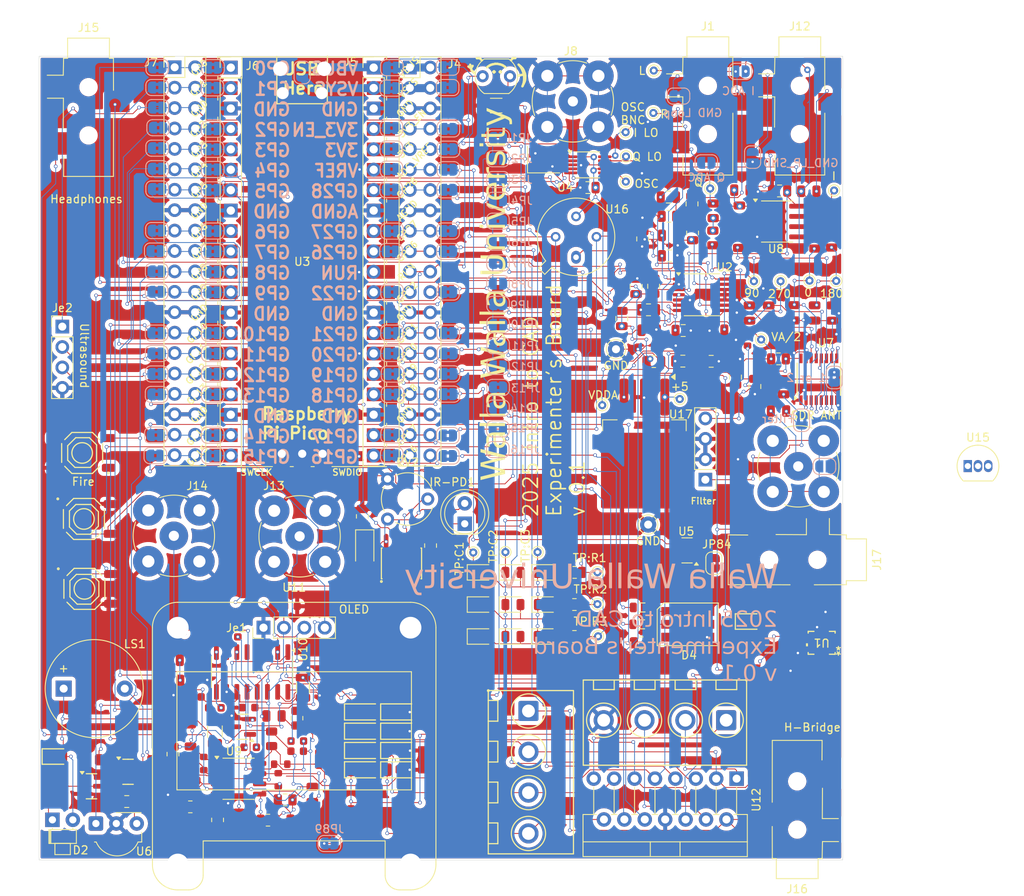
<source format=kicad_pcb>
(kicad_pcb (version 20241229) (generator "pcbnew") (generator_version "9.0")
  (title_block (title "Experimenters Board") (date "2025-02-07") (rev "v0.3.0") (company "Walla Walla University") (comment 1 "2025 Intro to CAD Class") (comment 2 "Nathan Snarr"))
  (layers (0 "F.Cu" signal) (2 "B.Cu" signal) (13 "F.Paste" user) (15 "B.Paste" user) (5 "F.SilkS" user "F.Silkscreen") (7 "B.SilkS" user "B.Silkscreen") (1 "F.Mask" user) (3 "B.Mask" user) (25 "Edge.Cuts" user))
  (net 0 "")
  (net 1 "GND")
  (net 2 "+5V")
  (net 3 "Net-(JP18-A)")
  (net 4 "Net-(C3-Pad2)")
  (net 5 "Net-(C4-Pad2)")
  (net 6 "Net-(JP86-A)")
  (net 7 "VDDA")
  (net 8 "Net-(U2-VINL)")
  (net 9 "Net-(U2-VINR)")
  (net 10 "+3.3V")
  (net 11 "/PCM1808_ADC/VREF")
  (net 12 "/WS")
  (net 13 "/VREF")
  (net 14 "Net-(U6-Vs)")
  (net 15 "Net-(J11-In)")
  (net 16 "Net-(JP87-B)")
  (net 17 "Net-(JP86-B)")
  (net 18 "Net-(C20-Pad2)")
  (net 19 "Net-(U7-1B4)")
  (net 20 "Net-(U7-1B3)")
  (net 21 "Net-(U7-1B2)")
  (net 22 "Net-(U7-1B1)")
  (net 23 "Net-(U8A--)")
  (net 24 "/I")
  (net 25 "/Q")
  (net 26 "Net-(U8B--)")
  (net 27 "Net-(C31-Pad2)")
  (net 28 "Net-(C33-Pad1)")
  (net 29 "Net-(U9A--)")
  (net 30 "Net-(Q2-B)")
  (net 31 "Net-(U10-FMI)")
  (net 32 "VS")
  (net 33 "Net-(U9A-+)")
  (net 34 "GND1")
  (net 35 "Net-(U10-RCLK)")
  (net 36 "Net-(U10-DCLK)")
  (net 37 "Net-(C40-Pad1)")
  (net 38 "Net-(U10-LOUT)")
  (net 39 "Net-(Q2-C)")
  (net 40 "Net-(U10-AMI)")
  (net 41 "Net-(U9B--)")
  (net 42 "Net-(C42-Pad1)")
  (net 43 "Net-(U9B-+)")
  (net 44 "Net-(U10-ROUT)")
  (net 45 "Net-(C45-Pad1)")
  (net 46 "/LED")
  (net 47 "Net-(D1-Pad1)")
  (net 48 "Net-(D2-K)")
  (net 49 "Net-(D4-GA)")
  (net 50 "Net-(D13-A)")
  (net 51 "/MatrixR1")
  (net 52 "Net-(D14-A)")
  (net 53 "Net-(D15-A)")
  (net 54 "/MatrixR2")
  (net 55 "/MatrixR3")
  (net 56 "Net-(IR-LED1-K)")
  (net 57 "Net-(IR-PD1-K)")
  (net 58 "Net-(D4-RA)")
  (net 59 "Net-(JP19-B)")
  (net 60 "Net-(J4-Pin_16)")
  (net 61 "Net-(J4-Pin_32)")
  (net 62 "Net-(J4-Pin_34)")
  (net 63 "Net-(J4-Pin_35)")
  (net 64 "Net-(J4-Pin_20)")
  (net 65 "Net-(J4-Pin_2)")
  (net 66 "Net-(J4-Pin_1)")
  (net 67 "Net-(J4-Pin_36)")
  (net 68 "Net-(J4-Pin_17)")
  (net 69 "Net-(J4-Pin_15)")
  (net 70 "Net-(J4-Pin_37)")
  (net 71 "Net-(J4-Pin_19)")
  (net 72 "Net-(J4-Pin_10)")
  (net 73 "Net-(J4-Pin_12)")
  (net 74 "Net-(J4-Pin_14)")
  (net 75 "Net-(J7-Pin_37)")
  (net 76 "Net-(J7-Pin_20)")
  (net 77 "Net-(J7-Pin_15)")
  (net 78 "Net-(J7-Pin_14)")
  (net 79 "Net-(J7-Pin_12)")
  (net 80 "Net-(J7-Pin_10)")
  (net 81 "Net-(J7-Pin_1)")
  (net 82 "Net-(J7-Pin_2)")
  (net 83 "Net-(J7-Pin_11)")
  (net 84 "Net-(J7-Pin_36)")
  (net 85 "Net-(J7-Pin_34)")
  (net 86 "Net-(J7-Pin_32)")
  (net 87 "Net-(J7-Pin_16)")
  (net 88 "Net-(J7-Pin_35)")
  (net 89 "Net-(J7-Pin_17)")
  (net 90 "Net-(J7-Pin_19)")
  (net 91 "/Si5351a/CLK2")
  (net 92 "/Q_CLK")
  (net 93 "/I_CLK")
  (net 94 "Net-(J11-Ext)")
  (net 95 "Net-(D4-BA)")
  (net 96 "Net-(U12-OUT3)")
  (net 97 "/ECHO")
  (net 98 "/TRIG")
  (net 99 "Net-(U12-OUT1)")
  (net 100 "/Raspberry_Pi_Pico/3V3_EN")
  (net 101 "Net-(U12-OUT4)")
  (net 102 "Net-(U12-OUT2)")
  (net 103 "Net-(JP17-B)")
  (net 104 "Net-(JP88-B)")
  (net 105 "/Therm")
  (net 106 "Net-(J13-In)")
  (net 107 "/GPIO28")
  (net 108 "/IR_OUT")
  (net 109 "/GPIO27")
  (net 110 "/DRV1")
  (net 111 "Net-(J5-Pin_4)")
  (net 112 "Net-(J5-Pin_5)")
  (net 113 "Net-(J5-Pin_6)")
  (net 114 "Net-(J5-Pin_7)")
  (net 115 "Net-(J5-Pin_9)")
  (net 116 "Net-(J5-Pin_10)")
  (net 117 "Net-(J5-Pin_12)")
  (net 118 "Net-(J5-Pin_14)")
  (net 119 "Net-(J5-Pin_15)")
  (net 120 "Net-(J5-Pin_16)")
  (net 121 "Net-(J5-Pin_17)")
  (net 122 "Net-(J5-Pin_19)")
  (net 123 "Net-(J5-Pin_20)")
  (net 124 "Net-(J5-Pin_1)")
  (net 125 "Net-(J6-Pin_1)")
  (net 126 "Net-(J6-Pin_2)")
  (net 127 "Net-(J6-Pin_4)")
  (net 128 "Net-(J6-Pin_5)")
  (net 129 "Net-(J6-Pin_9)")
  (net 130 "Net-(J6-Pin_10)")
  (net 131 "Net-(J6-Pin_11)")
  (net 132 "Net-(J6-Pin_12)")
  (net 133 "Net-(J6-Pin_14)")
  (net 134 "Net-(J6-Pin_15)")
  (net 135 "Net-(J6-Pin_16)")
  (net 136 "Net-(J6-Pin_17)")
  (net 137 "Net-(J6-Pin_19)")
  (net 138 "Net-(J6-Pin_20)")
  (net 139 "/BCK")
  (net 140 "/DATA")
  (net 141 "/SCKI")
  (net 142 "/SDA")
  (net 143 "/SCL")
  (net 144 "/Shoot")
  (net 145 "/Fire")
  (net 146 "/Buzzer")
  (net 147 "/PHOTO")
  (net 148 "/PROX")
  (net 149 "/GPIO26")
  (net 150 "/DRV2")
  (net 151 "/GPIO22")
  (net 152 "/DRV3")
  (net 153 "Net-(Q1-C)")
  (net 154 "Net-(Q1-B)")
  (net 155 "Net-(Q3-C)")
  (net 156 "Net-(Q3-B)")
  (net 157 "Net-(U8A-+)")
  (net 158 "Net-(U8B-+)")
  (net 159 "/GPIO21")
  (net 160 "/RED")
  (net 161 "/GREEN")
  (net 162 "/DRV4")
  (net 163 "/BLUE")
  (net 164 "/GPIO20")
  (net 165 "/MatrixC1")
  (net 166 "/MatrixC2")
  (net 167 "/MatrixC3")
  (net 168 "/Raspberry_Pi_Pico/RST")
  (net 171 "/LeftButton")
  (net 172 "/RightButton")
  (net 173 "Net-(U12-SENSE_A)")
  (net 174 "/GPIO19")
  (net 175 "/GPIO18")
  (net 176 "/~{RST}")
  (net 177 "/Smoke")
  (net 178 "Net-(JP84-A)")
  (net 179 "Net-(JP87-A)")
  (net 180 "<NO NET>")
  (net 181 "Net-(U4-XA)")
  (net 182 "Net-(U4-XB)")
  (net 186 "Net-(U12-SENSE_B)")
  (net 189 "Net-(U13-IN{slash}B{slash}2)")
  (net 191 "Net-(U15-GND)")
  (net 192 "Net-(U15-DQ)")
  (net 193 "Net-(U15-V_{DD})")
  (net 194 "Net-(J14-In)")
  (net 195 "Net-(C39-Pad1)")
  (net 196 "Net-(C44-Pad1)")
  (net 197 "Net-(C32-Pad2)")
  (net 198 "Net-(C26-Pad2)")
  (net 199 "Net-(C25-Pad2)")
  (net 200 "Net-(U17-VO)")
  (net 201 "Net-(D3-Pad2)")
  (footprint "PCM_JLCPCB:C_0603" (layer "F.Cu") (at 122.57 135.032107 90)
    (property "Reference" "C38" (hide yes))
    (property "Value" "100nF")
  )
  (footprint "Capacitor_SMD:C_0805_2012Metric" (layer "F.Cu") (at 160.25 80.225 90)
    (property "Reference" "C57" (hide yes))
    (property "Value" "10uF" (hide yes))
  )
  (footprint "PCM_JLCPCB:R_0805" (layer "F.Cu") (at 160.66 70.885 -90)
    (property "Reference" "R43" (hide yes))
    (property "Value" "100Ω")
  )
  (footprint "Package_SO:SOP-8_3.9x4.9mm_P1.27mm" (layer "F.Cu") (at 112.57 137.49)
    (property "Reference" "U9")
    (property "Value" "LM358")
  )
  (footprint "PCM_JLCPCB:R_0603" (layer "F.Cu") (at 117.51 137.615 -90)
    (property "Reference" "R20" (hide yes))
    (property "Value" "39kΩ")
  )
  (footprint "PCM_JLCPCB:D_SOD-123FL" (layer "F.Cu") (at 127.96 133.975)
    (property "Reference" "D5" (hide yes))
    (property "Value" "1N4004W")
  )
  (footprint "Connector_Coaxial:BNC_TEConnectivity_1478204_Vertical" (layer "F.Cu") (at 104.52 107.265)
    (property "Reference" "J14")
    (property "Value" "ANT_BNC")
  )
  (footprint "TestPoint:TestPoint_THTPad_D1.0mm_Drill0.5mm" (layer "F.Cu") (at 160.73 57.045)
    (property "Reference" "TP3" (hide yes))
    (property "Value" "I LO")
  )
  (footprint "TestPoint:TestPoint_THTPad_D1.0mm_Drill0.5mm" (layer "F.Cu") (at 160.78 60.065)
    (property "Reference" "TP4" (hide yes))
    (property "Value" "Q LO")
  )
  (footprint "PCM_JLCPCB:C_0603" (layer "F.Cu") (at 114.01 133.575 180)
    (property "Reference" "C34" (hide yes))
    (property "Value" "10nF")
  )
  (footprint "Resistor_SMD:R_0805_2012Metric" (layer "F.Cu") (at 136.46 108.475 -90)
    (property "Reference" "R35" (hide yes))
    (property "Value" "10K")
  )
  (footprint "TestPoint:TestPoint_THTPad_D1.0mm_Drill0.5mm" (layer "F.Cu") (at 167.466 90.249 180)
    (property "Reference" "TP25" (hide yes))
    (property "Value" "+5")
  )
  (footprint "PCM_JLCPCB:R_0805" (layer "F.Cu") (at 176.04 123.955 180)
    (property "Reference" "R42" (hide yes))
    (property "Value" "10kΩ")
  )
  (footprint "Inductor_SMD:L_0805_2012Metric" (layer "F.Cu") (at 162.6975 118.275)
    (property "Reference" "R32" (hide yes))
    (property "Value" "B 100Ω")
  )
  (footprint "PCM_JLCPCB:R_0805" (layer "F.Cu") (at 89.82 140.025)
    (property "Reference" "R5" (hide yes))
    (property "Value" "68Ω")
  )
  (footprint "PCM_JLCPCB:C_0805" (layer "F.Cu") (at 112.61 142.65 90)
    (property "Reference" "C40" (hide yes))
    (property "Value" "10uF")
  )
  (footprint "Package_TO_SOT_THT:TO-92_Inline" (layer "F.Cu") (at 203.3 98.585)
    (property "Reference" "U15")
    (property "Value" "DS18B20A10T6")
  )
  (footprint "Resistor_SMD:R_0805_2012Metric" (layer "F.Cu") (at 116.23 142.645)
    (property "Reference" "R27" (hide yes))
    (property "Value" "8.2k")
  )
  (footprint "PCM_JLCPCB:C_0805" (layer "F.Cu") (at 162.9 66.655 -90)
    (property "Reference" "C7" (hide yes))
    (property "Value" "4.7nF" (hide yes))
  )
  (footprint "Resistor_SMD:R_0805_2012Metric" (layer "F.Cu") (at 166.1175 67.51 180)
    (property "Reference" "R3" (hide yes))
    (property "Value" "200" (hide yes))
  )
  (footprint "PCM_JLCPCB:C_0603" (layer "F.Cu") (at 182.19 120.235 90)
    (property "Reference" "C2" (hide yes))
    (property "Value" "100nF")
  )
  (footprint "TestPoint:TestPoint_THTPad_D1.0mm_Drill0.5mm" (layer "F.Cu") (at 177.59 82.845)
    (property "Reference" "TP11" (hide yes))
    (property "Value" "VA/2")
  )
  (footprint "Resistor_SMD:R_0805_2012Metric" (layer "F.Cu") (at 104.41 134.425 90)
    (property "Reference" "R19" (hide yes))
    (property "Value" "15k")
  )
  (footprint "TestPoint:TestPoint_THTPad_D1.0mm_Drill0.5mm" (layer "F.Cu") (at 176.69 75.585)
    (property "Reference" "TP16" (hide yes))
    (property "Value" "90")
  )
  (footprint "MCU_RaspberryPi_and_Boards:RPi_Pico_SMD_TH" (layer "F.Cu") (at 120.49 73.155)
    (property "Reference" "U3")
    (property "Value" "Pico")
  )
  (footprint "Capacitor_SMD:C_0805_2012Metric" (layer "F.Cu") (at 166.05 65.12)
    (property "Reference" "C4" (hide yes))
    (property "Value" "1uF")
  )
  (footprint "PCM_JLCPCB:R_0805" (layer "F.Cu") (at 171.62 66.825 90)
    (property "Reference" "R18" (hide yes))
    (property "Value" "2kΩ" (hide yes))
  )
  (footprint "PCM_JLCPCB:Q_SOT-23" (layer "F.Cu") (at 94.27 138.425)
    (property "Reference" "Q1" (hide yes))
    (property "Value" "MMBT2222A 1P")
  )
  (footprint "TestPoint:TestPoint_THTPad_D1.0mm_Drill0.5mm" (layer "F.Cu") (at 145.7725 109.29)
    (property "Reference" "TP:C2")
    (property "Value" "TestPoint")
  )
  (footprint "PCM_JLCPCB:D_0805" (layer "F.Cu") (at 89.82 134.725)
    (property "Reference" "D1" (hide yes))
    (property "Value" "Green")
  )
  (footprint "PCM_JLCPCB:C_0805" (layer "F.Cu") (at 127.55 143.635)
    (property "Reference" "C50" (hide yes))
    (property "Value" "100nF")
  )
  (footprint "Capacitor_SMD:C_0805_2012Metric" (layer "F.Cu") (at 174.4 87.515 90)
    (property "Reference" "C20" (hide yes))
    (property "Value" "0.1u" (hide yes))
  )
  (footprint "LED_SMD:LED_0805_2012Metric" (layer "F.Cu") (at 146.71 115.815)
    (property "Reference" "D17" (hide yes))
    (property "Value" "LED")
  )
  (footprint "Capacitor_SMD:C_0805_2012Metric" (layer "F.Cu") (at 162.85 70.325 90)
    (property "Reference" "C11" (hide yes))
    (property "Value" "0.1u")
  )
  (footprint "PCM_JLCPCB:D_SOD-123FL" (layer "F.Cu") (at 132.46 131.575)
    (property "Reference" "D12" (hide yes))
    (property "Value" "1N4004W")
  )
  (footprint "TestPoint:TestPoint_THTPad_D1.0mm_Drill0.5mm" (layer "F.Cu") (at 141.7725 109.34)
    (property "Reference" "TP:C1")
    (property "Value" "TestPoint")
  )
  (footprint "PCM_JLCPCB:C_0805" (layer "F.Cu") (at 106.59 134.415 -90)
    (property "Reference" "C33" (hide yes))
    (property "Value" "220pF")
  )
  (footprint "PCM_JLCPCB:R_0805" (layer "F.Cu") (at 106.22 125.235)
    (property "Reference" "R30" (hide yes))
    (property "Value" "2kΩ")
  )
  (footprint "PCM_JLCPCB:C_0805" (layer "F.Cu") (at 175.19 64.255)
    (property "Reference" "C32" (hide yes))
    (property "Value" "10uF" (hide yes))
  )
  (footprint "PCM_JLCPCB:R_0603" (layer "F.Cu") (at 117.814 135.675)
    (property "Reference" "R22" (hide yes))
    (property "Value" "100kΩ")
  )
  (footprint "Package_SO:TSSOP-14_4.4x5mm_P0.65mm" (layer "F.Cu") (at 170.2125 77.27)
    (property "Reference" "U2")
    (property "Value" "PCM1808PWR" (hide yes))
  )
  (footprint "Capacitor_SMD:C_0805_2012Metric" (layer "F.Cu") (at 98.66 140.325 180)
    (property "Reference" "C17" (hide yes))
    (property "Value" "0.1uF")
  )
  (footprint "ForTaylanLibrary:Jack_3.5mm_CUI_SJ-3523-SMT_Horizontal" (layer "F.Cu") (at 182.08 141.315 180)
    (property "Reference" "J16")
    (property "Value" "Audio IN")
  )
  (footprint "Capacitor_SMD:C_0805_2012Metric" (layer "F.Cu") (at 164.215 76.215 90)
    (property "Reference" "C12" (hide yes))
    (property "Value" "10uF" (hide yes))
  )
  (footprint "PCM_JLCPCB:C_0805" (layer "F.Cu") (at 184.32 67.165 90)
    (property "Reference" "C28" (hide yes))
    (property "Value" "100pF" (hide yes))
  )
  (footprint "Resistor_SMD:R_0805_2012Metric" (layer "F.Cu") (at 179.7475 85.245 180)
    (property "Reference" "R12" (hide yes))
    (property "Value" "10k" (hide yes))
  )
  (footprint "PCM_JLCPCB:SW-SMD_4P-L5.1-W5.1-P3.70-LS6.5-TL-2" (layer "F.Cu") (at 93.39 113.865)
    (property "Reference" "SW1" (hide yes))
    (property "Value" "Left")
  )
  (footprint "PCM_JLCPCB:FC-135R_L3.2-W1.5" (layer "F.Cu") (at 120.585 126.16 -90)
    (property "Reference" "X1" (hide yes))
    (property "Value" "Q13FC1350000400")
  )
  (footprint "Resistor_SMD:R_0805_2012Metric" (layer "F.Cu") (at 162.6725 120.575)
    (property "Reference" "R34" (hide yes))
    (property "Value" "R 300Ω")
  )
  (footprint "PCM_JLCPCB:C_0805" (layer "F.Cu") (at 121.75 139.435 -90)
    (property "Reference" "C44" (hide yes))
    (property "Value" "10uF")
  )
  (footprint "LED_SMD:LED_0805_2012Metric" (layer "F.Cu") (at 142.71 115.815)
    (property "Reference" "D14" (hide yes))
    (property "Value" "LED")
  )
  (footprint "TestPoint:TestPoint_THTPad_D1.0mm_Drill0.5mm" (layer "F.Cu") (at 183.61 75.515)
    (property "Reference" "TP14" (hide yes))
    (property "Value" "0")
  )
  (footprint "PCM_JLCPCB:R_0805" (layer "F.Cu") (at 116.68 132.515 90)
    (property "Reference" "R29" (hide yes))
    (property "Value" "2kΩ")
  )
  (footprint "PCM_JLCPCB:C_0805" (layer "F.Cu") (at 127.51 141.495)
    (property "Reference" "C49" (hide yes))
    (property "Value" "100nF")
  )
  (footprint "TestPoint:TestPoint_THTPad_D2.0mm_Drill1.0mm" (layer "F.Cu") (at 163.534 105.867)
    (property "Reference" "TP10" (hide yes))
    (property "Value" "GND")
  )
  (footprint "PCM_JLCPCB:C_0805" (layer "F.Cu") (at 106.21 122.745)
    (property "Reference" "C46" (hide yes))
    (property "Value" "1uF")
  )
  (footprint "PCM_JLCPCB:R_0805" (layer "F.Cu") (at 98.57 133.675)
    (property "Reference" "R8" (hide yes))
    (property "Value" "1kΩ")
  )
  (footprint "PCM_JLCPCB:C_0805" (layer "F.Cu") (at 181.69 79.515 -90)
    (property "Reference" "C21" (hide yes))
    (property "Value" "4.7nF" (hide yes))
  )
  (footprint "PCM_JLCPCB:C_0805" (layer "F.Cu") (at 106.55 129.785 -90)
    (property "Reference" "C39" (hide yes))
    (property "Value" "10uF")
  )
  (footprint "PCM_JLCPCB:C_0603" (layer "F.Cu") (at 119.864 134.061 180)
    (property "Reference" "C54" (hide yes))
    (property "Value" "2.2nF")
  )
  (footprint "PCM_JLCPCB:SW-SMD_4P-L5.1-W5.1-P3.70-LS6.5-TL-2" (layer "F.Cu") (at 93.33 105.165)
    (property "Reference" "SW2" (hide yes))
    (property "Value" "Right")
  )
  (footprint "Resistor_SMD:R_0805_2012Metric" (layer "F.Cu") (at 109.96 142.6125 -90)
    (property "Reference" "R23" (hide yes))
    (property "Value" "3.9k")
  )
  (footprint "PCM_JLCPCB:C_0805" (layer "F.Cu") (at 176.14 79.545 90)
    (property "Reference" "C26" (hide yes))
    (property "Value" "1uF" (hide yes))
  )
  (footprint "TestPoint:TestPoint_THTPad_D1.0mm_Drill0.5mm" (layer "F.Cu") (at 160.75 63.195)
    (property "Reference" "TP5" (hide yes))
    (property "Value" "OSC")
  )
  (footprint "Capacitor_SMD:C_0805_2012Metric" (layer "F.Cu") (at 171.375 85.55)
    (property "Reference" "C56" (hide yes))
    (property "Value" "10uF" (hide yes))
  )
  (footprint "ForTaylanLibrary:Jack_3.5mm_CUI_SJ-3523-SMT_Horizontal" (layer "F.Cu") (at 182.4 53.775)
    (property "Reference" "J12")
    (property "Value" "SDR Out")
  )
  (footprint "Capacitor_SMD:C_0805_2012Metric" (layer "F.Cu") (at 179.88 64.355)
    (property "Reference" "C30" (hide yes))
    (property "Value" "0.1u" (hide yes))
  )
  (footprint "ForTaylanLibrary:PinHeader_1x04_P2.54mm_Vertical_Female" (layer "F.Cu") (at 170.646 100.279 180)
    (property "Reference" "Je3" (hide yes))
    (property "Value" "Filter")
  )
  (footprint "LED_THT:LED_D1.8mm_W1.8mm_H2.4mm_Horizontal_O1.27mm_Z8.2mm" (layer "F.Cu") (at 89.41 142.6)
    (property "Reference" "D2")
    (property "Value" "IR LED IR908-7C-F")
  )
  (footprint "Resistor_SMD:R_0805_2012Metric" (layer "F.Cu") (at 118.3675 140.115)
    (property "Reference" "R25" (hide yes))
    (property "Value" "15k")
  )
  (footprint "footprints:LGA-14L_2P5X3X0P83_STM" (layer "F.Cu") (at 185.12 120.575 180)
    (property "Reference" "U1")
    (property "Value" "LSM6DSO32TR")
  )
  (footprint "Resistor_SMD:R_0805_2012Metric" (layer "F.Cu") (at 169.06 69.5725 -90)
    (property "Reference" "R2" (hide yes))
    (property "Value" "200" (hide yes))
  )
  (footprint "PCM_JLCPCB:C_0603" (layer "F.Cu") (at 119.084 116.027)
    (property "Reference" "C48" (hide yes))
    (property "Value" "100nF")
  )
  (footprint "TestPoint:TestPoint_THTPad_D2.0mm_Drill1.0mm" (layer "F.Cu") (at 159.53 84.045)
    (property "Reference" "TP12" (hide yes))
    (property "Value" "GND")
  )
  (footprint "Package_TO_SOT_SMD:SOT-23" (layer "F.Cu") (at 168.3725 109.075 180)
    (property "Reference" "U5")
    (property "Value" "CJ431")
  )
  (footprint "PCM_JLCPCB:Q_SOT-23" (layer "F.Cu") (at 98.82 136.625)
    (property "Reference" "Q2" (hide yes))
    (property "Value" "MMBT2222A 1P")
  )
  (footprint "PCM_JLCPCB:R_0603" (layer "F.Cu") (at 108.24 135.595 -90)
    (property "Reference" "R10" (hide yes))
    (property "Value" "39kΩ")
  )
  (footprint "TestPoint:TestPoint_THTPad_D1.0mm_Drill0.5mm" (layer "F.Cu") (at 164.23 49.375)
    (property "Reference" "TP1" (hide yes))
    (property "Value" "L")
  )
  (footprint "LED_THT:LED_D5.0mm" (layer "F.Cu") (at 140.71 105.765 90)
    (property "Reference" "IR-PD1")
    (property "Value" "D_Photo")
  )
  (footprint "PCM_JLCPCB:R_0805" (layer "F.Cu") (at 89.77 137.675)
    (property "Reference" "R4" (hide yes))
    (property "Value" "100Ω")
  )
  (footprint "Capacitor_SMD:C_0805_2012Metric" (layer "F.Cu") (at 176.81 88.685 90)
    (property "Reference" "C23" (hide yes))
    (property "Value" "0.1u" (hide yes))
  )
  (footprint "PCM_JLCPCB:C_0805" (layer "F.Cu") (at 163.66 81.685)
    (property "Reference" "C14" (hide yes))
    (property "Value" "220pF" (hide yes))
  )
  (footprint "LED_SMD:LED_0805_2012Metric" (layer "F.Cu") (at 150.735 115.815)
    (property "Reference" "D20" (hide yes))
    (property "Value" "LED")
  )
  (footprint "PCM_JLCPCB:C_0805" (layer "F.Cu") (at 180.38 88.715 90)
    (property "Reference" "C19" (hide yes))
    (property "Value" "1uF" (hide yes))
  )
  (footprint "PCM_JLCPCB:CONN-TH_4P-P5.08_DB129VG-5.08-4P-GN-S" (layer "F.Cu") (at 148.64 136.675 -90)
    (property "Reference" "T2" (hide yes))
    (property "Value" "Screw Terminal, 4Px5.08mm, 20A")
  )
  (footprint "PCM_JLCPCB:D_SOD-123FL" (layer "F.Cu") (at 132.46 129.175)
    (property "Reference" "D8" (hide yes))
    (property "Value" "1N4004W")
  )
  (footprint "LED_SMD:LED_0805_2012Metric" (layer "F.Cu") (at 146.71 119.79)
    (property "Reference" "D18" (hide yes))
    (property "Value" "LED")
  )
  (footprint "PCM_JLCPCB:C_0603" (layer "F.Cu") (at 109.62 128.665 180)
    (property "Reference" "C41" (hide yes))
    (property "Value" "100nF")
  )
  (footprint "Jumper:SolderJumper-2_P1.3mm_Bridged2Bar_RoundedPad1.0x1.5mm" (layer "F.Cu") (at 171.71 110.675 -90)
    (property "Reference" "JP84")
    (property "Value" "Jumper_2_Bridged")
  )
  (footprint "OptoDevice:R_LDR_5.1x4.3mm_P3.4mm_Vertical" (layer "F.Cu") (at 146.34 50.085 180)
    (property "Reference" "R37" (hide yes))
    (property "Value" "PhotoResistor")
  )
  (footprint "PCM_JLCPCB:D_SOD-123FL" (layer "F.Cu") (at 132.46 136.375)
    (property "Reference" "D10" (hide yes))
    (property "Value" "1N4004W")
  )
  (footprint "PCM_JLCPCB:Q_SOT-23" (layer "F.Cu") (at 113.07 131.025 180)
    (property "Reference" "Q3" (hide yes))
    (property "Value" "MMBT2222A")
  )
  (footprint "TestPoint:TestPoint_THTPad_D1.0mm_Drill0.5mm" (layer "F.Cu") (at 149.7725 109.29)
    (property "Reference" "TP:C3")
    (property "Value" "TestPoint")
  )
  (footprint "TestPoint:TestPoint_THTPad_D1.0mm_Drill0.5mm" (layer "F.Cu") (at 180.01 75.585)
    (property "Reference" "TP15" (hide yes))
    (property "Value" "270")
  )
  (footprint "PCM_JLCPCB:C_0603" (layer "F.Cu") (at 106.61 137.725 180)
    (property "Reference" "C35" (hide yes))
    (property "Value" "2.2nF")
  )
  (footprint "PCM_JLCPCB:R_0805" (layer "F.Cu") (at 101.86 139.535 90)
    (property "Reference" "R9" (hide yes))
    (property "Value" "33Ω")
  )
  (footprint "PCM_JLCPCB:C_0805" (layer "F.Cu") (at 186.46 79.545 90)
    (property "Reference" "C27" (hide yes))
    (property "Value" "4.7nF" (hide yes))
  )
  (footprint "Capacitor_SMD:C_0805_2012Metric" (layer "F.Cu") (at 166.19 72.425)
    (property "Reference" "C9" (hide yes))
    (property "Value" "10uF" (hide yes))
  )
  (footprint "PCM_JLCPCB:C_0805" (layer "F.Cu") (at 166.19 69.885 180)
    (property "Reference" "C6" (hide yes))
    (property "Value" "4.7nF" (hide yes))
  )
  (footprint "Connector_Coaxial:BNC_TEConnectivity_1478204_Vertical" (layer "F.Cu") (at 154.165 53.21)
    (property "Reference" "J8")
    (property "Value" "BNC" (hide yes))
  )
  (footprint "Socket:PinSocket_2x20_P2.54mm_Vertical_Counterclockwise" (layer "F.Cu") (at 137.26 48.995)
    (property "Reference" "J4")
    (property "Value" "Conn_02x20_Counter_Clockwise")
  )
  (footprint "PCM_JLCPCB:SOIC-8_L5.0-W4.0-P1.27-LS6.0-BL" (layer "F.Cu") (at 132.84 110.695)
    (property "Reference" "U13" (hide yes))
    (property "Value" "LM393DR2G")
  )
  (footprint "Resistor_SMD:R_0805_2012Metric" (layer "F.Cu") (at 127.97 104.8425 90)
    (property "Reference" "R36" (hide yes))
    (property "Value" "270R")
  )
  (footprint "PCM_JLCPCB:R_0805" (layer "F.Cu") (at 94.3 135.125)
    (property "Reference" "R7" (hide yes))
    (property "Value" "1kΩ")
  )
  (footprint "Resistor_SMD:R_0805_2012Metric" (layer "F.Cu") (at 154.385 111.815 180)
    (property "Reference" "R39" (hide yes))
    (property "Value" "680")
  )
  (footprint "PCM_JLCPCB:R_0805" (layer "F.Cu") (at 176.08 120.215)
    (property "Reference" "R31" (hide yes))
    (property "Value" "100Ω")
  )
  (footprint "PCM_JLCPCB:C_0805" (layer "F.Cu") (at 179.75 91.735)
    (property "Reference" "C18" (hide yes))
    (property "Value" "1uF" (hide yes))
  )
  (footprint "ForTaylanLibrary:PinHeader_1x04_P2.54mm_Vertical_Female" (layer "F.Cu") (at 90.64 81.235)
    (property "Reference" "Je2")
    (property "Value" "Conn_01x04_Socket")
  )
  (footprint "LED_SMD:LED_0805_2012Metric" (layer "F.Cu") (at 150.71 111.815)
    (property "Reference" "D19" (hide yes))
    (property "Value" "LED")
  )
  (footprint "Connector_Coaxial:BNC_TEConnectivity_1478204_Vertical" (layer "F.Cu") (at 182.205 98.62)
    (property "Reference" "J11" (hide yes))
    (property "Value" "SDR ANT")
  )
  (footprint "ForTaylanLibrary:PinHeader_1x20_P2.54mm_Vertical" (layer "F.Cu") (at 111.61 49)
    (property "Reference" "J6")
    (property "Value" "Conn_01x20")
  )
  (footprint "PCM_JLCPCB:C_0603" (layer "F.Cu") (at 119.88 132.8)
    (property "Reference" "C43" (hide yes))
    (property "Value" "10nF")
  )
  (footprint "PCM_JLCPCB:R_0805" (layer "F.Cu") (at 184.27 70.615 90)
    (property "Reference" "R14" (hide yes))
    (property "Value" "10Ω" (hide yes))
  )
  (footprint "LED_SMD:LED_0805_2012Metric" (layer "F.Cu") (at 142.71 119.79)
    (property "Reference" "D15" (hide yes))
    (property "Value" "LED")
  )
  (footprint "Package_SO:MSOP-10_3x3mm_P0.5mm" (layer "F.Cu") (at 156.0075 61.105)
    (property "Reference" "U4")
    (property "Value" "MS5351M" (hide yes))
  )
  (footprint "OptoDevice:Vishay_MOLD-3Pin" (layer "F.Cu") (at 94.82 143.06)
    (property "Reference" "U6")
    (property "Value" "TSOP4438")
  )
  (footprint "ForTaylanLibrary:TO-33-4_Window-Taylan" (layer "F.Cu") (at 154.56 72.605 90)
    (property "Reference" "U16")
    (property "Value" "~" (hide yes))
  )
  (footprint "TestPoint:TestPoint_THTPad_D1.0mm_Drill0.5mm" (layer "F.Cu") (at 171.25 64.045)
    (property "Reference" "TP18" (hide yes))
    (property "Value" "Q")
  )
  (footprint "LED_SMD:LED_0805_2012Metric" (layer "F.Cu") (at 150.71 119.79)
    (property "Reference" "D21" (hide yes))
    (property "Value" "LED")
  )
  (footprint "Buzzer_Beeper:Buzzer_12x9.5RM7.6" (layer "F.Cu") (at 90.81 126.275)
    (property "Reference" "LS1")
    (property "Value" "Speaker")
  )
  (footprint "TestPoint:TestPoint_THTPad_D1.0mm_Drill0.5mm" (layer "F.Cu") (at 186.93 75.555)
    (property "Reference" "TP13" (hide yes))
    (property "Value" "180")
  )
  (footprint "RGB LED Library:LED footprint" (layer "F.Cu") (at 168.46 118.275 -90)
    (property "Reference" "D4")
    (property "Value" "C784540")
  )
  (footprint "ForTaylanLibrary:PinHeader_1x20_P2.54mm_Vertical" (layer "F.Cu") (at 129.38 48.995)
    (property "Reference" "J5")
    (property "Value" "Conn_01x20")
  )
  (footprint "Capacitor_SMD:C_0805_2012Metric" (layer "F.Cu") (at 167.89 81.725)
    (property "Reference" "C8" (hide yes))
    (property "Value" "10uF" (hide yes))
  )
  (footprint "Resistor_SMD:R_1206_3216Metric" (layer "F.Cu") (at 144.6275 53.735)
    (property "Reference" "R38" (hide yes))
    (property "Value" "1kΩ")
  )
  (footprint "PCM_JLCPCB:C_0603" (layer "F.Cu") (at 185.65 117.515 -90)
    (property "Reference" "C47" (hide yes))
    (property "Value" "100nF")
  )
  (footprint "PCM_JLCPCB:C_0805" (layer "F.Cu") (at 172.06 81.685 180)
    (property "Reference" "C24" (hide yes))
    (property "Value" "4.7nF" (hide yes))
  )
  (footprint "PCM_JLCPCB:R_0805" (layer "F.Cu") (at 174.78 70.535 90)
    (property "Reference" "R15" (hide yes))
    (property "Value" "10Ω")
  )
  (footprint "PCM_JLCPCB:R_0805" (layer "F.Cu") (at 186.36 67.095 90)
    (property "Reference" "R17" (hide yes))
    (property "Value" "2kΩ" (hide yes))
  )
  (footprint "TestPoint:TestPoint_THTPad_D1.0mm_Drill0.5mm" (layer "F.Cu") (at 157.814 91.011 180)
    (property "Reference" "TP26" (hide yes))
    (property "Value" "VDDA")
  )
  (footprint "TestPoint:TestPoint_THTPad_D1.0mm_Drill0.5mm" (layer "F.Cu") (at 164.18 54.655)
    (property "Reference" "TP2" (hide yes))
    (property "Value" "R")
  )
  (footprint "PCM_JLCPCB:C_0805" (layer "F.Cu") (at 168.61 111.975 180)
    (property "Reference" "C16" (hide yes))
    (property "Value" "4.7nF")
  )
  (footprint "PCM_JLCPCB:R_0805" (layer "F.Cu") (at 186.36 70.485 90)
    (property "Reference" "R13" (hide yes))
    (property "Value" "10Ω" (hide yes))
  )
  (footprint "LED_SMD:LED_0805_2012Metric" (layer "F.Cu") (at 142.71 111.815)
    (property "Reference" "D13" (hide yes))
    (property "Value" "LED")
  )
  (footprint "PCM_JLCPCB:C_0805" (layer "F.Cu") (at 119.98 142.645 180)
    (property "Reference" "C42" (hide yes))
    (property "Value" "220pF")
  )
  (footprint "Resistor_SMD:R_0805_2012Metric" (layer "F.Cu") (at 106.5675 140.985 180)
    (property "Reference" "R21" (hide yes))
    (property "Value" "8.2k")
  )
  (footprint "PCM_JLCPCB:C_0805" (layer "F.Cu") (at 184.24 79.535 90)
    (property "Reference" "C25" (hide yes))
    (property "Value" "1uF" (hide yes))
  )
  (footprint "PCM_JLCPCB:R_0805" (layer "F.Cu") (at 101.91 135.965 90)
    (property "Reference" "R6" (hide yes))
    (property "Value" "10kΩ")
  )
  (footprint "PCM_JLCPCB:D_0805" (layer "F.Cu") (at 176.07 117.925)
    (property "Reference" "D3" (hide yes))
    (property "Value" "Green")
  )
  (footprint "ForTaylanLibrary:Jack_3.5mm_CUI_SJ-3523-SMT_Horizontal" (layer "F.Cu") (at 170.96 53.775)
    (property "Reference" "J1")
    (property "Value" "ADC IN")
  )
  (footprint "TestPoint:TestPoint_THTPad_D1.0mm_Drill0.5mm" (layer "F.Cu") (at 157.2225 111.79)
    (property "Reference" "TP:R1")
    (property "Value" "TestPoint")
  )
  (footprint "PCM_JLCPCB:R_0805" (layer "F.Cu") (at 171.58 70.205 90)
    (property "Reference" "R16" (hide yes))
    (property "Value" "10Ω" (hide yes))
  )
  (footprint "ForTaylanLibrary:Jack_3.5mm_CUI_SJ-3523-SMT_Horizontal" (layer "F.Cu") (at 182.09 110.245 -90)
    (property "Reference" "J17")
    (property "Value" "Mini-jack socket")
  )
  (footprint "Crystal:Crystal_SMD_3225-4Pin_3.2x2.5mm" (layer "F.Cu") (at 150.52 60.455)
    (property "Reference" "Y1" (hide yes))
    (property "Value" "X322525MSB4SI" (hide yes))
  )
  (footprint "Package_SO:SSOP-16_3.9x4.9mm_P0.635mm" (layer "F.Cu") (at 184.7675 87.785 90)
    (property "Reference" "U7")
    (property "Value" "PI5C3253CQEX" (hide yes))
  )
  (footprint "Package_TO_SOT_SMD:TO-263-3_TabPin2" (layer "F.Cu") (at 163.065 97.654 -90)
    (property "Reference" "U17")
    (property "Value" "LM2937xS" (hide yes))
  )
  (footprint "TestPoint:TestPoint_THTPad_D1.0mm_Drill0.5mm" (layer "F.Cu") (at 157.2975 119.765)
    (property "Reference" "TP:R3")
    (property "Value" "TestPoint")
  )
  (footprint "TestPoint:TestPoint_THTPad_D1.0mm_Drill0.5mm" (layer "F.Cu") (at 157.2225 115.765)
    (property "Reference" "TP:R2")
    (property "Value" "TestPoint")
  )
  (footprint "Resistor_SMD:R_1206_3216Metric" (layer "F.Cu") (at 109.63 131.6375 90)
    (property "Reference" "R24" (hide yes))
    (property "Value" "1k")
  )
  (footprint "PCM_JLCPCB:CONN-TH_4P-P5.08_DB129VG-5.08-4P-GN-S" (layer "F.Cu") (at 165.62 130.205 180)
    (property "Reference" "T1" (hide yes))
    (property "Value" "Screw Terminal, 4Px5.08mm, 20A")
  )
  (footprint "ForTaylanLibrary:OLED" (layer "F.Cu") (at 110.6 118.695)
    (property "Reference" "U11")
    (property "Value" "HS96L03W2C03")
  )
  (footprint "PCM_JLCPCB:D_SOD-123FL" (layer "F.Cu") (at 132.46 133.975)
    (property "Reference" "D6" (hide yes))
    (property "Value" "1N4004W")
  )
  (footprint "PCM_JLCPCB:R_0603" (layer "F.Cu") (at 175.89 82.785 -90)
    (property "Reference" "R11" (hide yes))
    (property "Value" "1kΩ")
  )
  (footprint "PCM_JLCPCB:C_0603" (layer "F.Cu") (at 107.138 127.313)
    (property "Reference" "C52" (hide yes))
    (property "Value" "100nF")
  )
  (footprint "Capacitor_SMD:C_0805_2012Metric" (layer "F.Cu") (at 163.575 79.145)
    (property "Reference" "C10" (hide yes))
    (property "Value" "0.1uF" (hide yes))
  )
  (footprint "Capacitor_SMD:C_0805_2012Metric" (layer "F.Cu") (at 167.845 85.53 180)
    (property "Reference" "C55" (hide yes))
    (property "Value" "0.1u" (hide yes))
  )
  (footprint "PCM_JLCPCB:C_0805" (layer "F.Cu") (at 178.53 79.555 -90)
    (property "Reference" "C22" (hide yes))
    (property "Value" "4.7nF" (hide yes))
  )
  (footprint "LED_SMD:LED_0805_2012Metric" (layer "F.Cu") (at 146.71 111.815)
    (property "Reference" "D16" (hide yes))
    (property "Value" "LED")
  )
  (footprint "Resistor_SMD:R_0805_2012Metric" (layer "F.Cu") (at 154.36 119.79 180)
    (property "Reference" "R41" (hide yes))
    (property "Value" "680")
  )
  (footprint "Inductor_SMD:L_0805_2012Metric" (layer "F.Cu") (at 162.7475 116.175)
    (property "Reference" "R33" (hide yes))
    (property "Value" "G 100Ω")
  )
  (footprint "Potentiometer_THT:Potentiometer_Piher_PT-6-V_Vertical_Hole" (layer "F.Cu") (at 131.11 105.185)
    (property "Reference" "RV2")
    (property "Value" "R_Potentiometer_US")
  )
  (footprint "PCM_JLCPCB:D_SOD-123FL" (layer "F.Cu") (at 127.96 129.175)
    (property "Reference" "D7" (hide yes))
    (property "Value" "1N4004W")
  )
  (footprint "PCM_JLCPCB:C_0603" (layer "F.Cu") (at 112.48 119.057 -90)
    (property "Reference" "C36" (hide yes))
    (property "Value" "22pF")
  )
  (footprint "PCM_JLCPCB:C_0805" (layer "F.Cu") (at 183.52 64.395)
    (property "Reference" "C31" (hide yes))
    (property "Value" "10uF")
  )
  (footprint "TestPoint:TestPoint_THTPad_D1.0mm_Drill0.5mm" (layer "F.Cu") (at 186.67 64.295)
    (property "Reference" "TP17" (hide yes))
    (property "Value" "I")
  )
  (footprint "PCM_JLCPCB:SW-SMD_4P-L5.1-W5.1-P3.70-LS6.5-TL-2" (layer "F.Cu") (at 93.11 96.955 180)
    (property "Reference" "S2" (hide yes))
    (property "Value" "Tactile Button, 160gf")
  )
  (footprint "Package_SO:SOIC-16_3.9x9.9mm_P1.27mm" (layer "F.Cu") (at 114.26 124.205 -90)
    (property "Reference" "U10")
    (property "Value" "Si4732")
  )
  (footprint "PCM_JLCPCB:D_SOD-123FL" (layer "F.Cu") (at 127.96 136.375)
    (property "Reference" "D9" (hide yes))
    (property "Value" "1N4004W")
  )
  (footprint "Connector_Coaxial:BNC_TEConnectivity_1478204_Vertical" (layer "F.Cu") (at 120.17 107.325)
    (property "Reference" "J13")
    (property "Value" "ANT_BNC")
  )
  (footprint "PCM_JLCPCB:D_SOD-123FL" (layer "F.Cu") (at 127.96 131.575)
    (property "Reference" "D11" (hide yes))
    (property "Value" "1N4004W")
  )
  (footprint "LED_SMD:LED_1206_3216Metric" (layer "F.Cu") (at 128.27 108.805 -90)
    (property "Reference" "IR-LED1" (hide yes))
    (property "Value" "IR26-21C_L110_TR8")
  )
  (footprint "Resistor_SMD:R_0805_2012Metric" (layer "F.Cu") (at 119.83 129.9525 90)
    (property "Reference" "R28" (hide yes))
    (property "Value" "3.9k")
  )
  (footprint "ForTaylanLibrary:PinHeader_1x04_P2.54mm_Vertical_Female" (layer "F.Cu") (at 115.67 118.695 90)
    (property "Reference" "Je1")
    (property "Value" "Conn_01x04_Socket")
  )
  (footprint "Resistor_SMD:R_0805_2012Metric" (layer "F.Cu") (at 154.36 115.815 180)
    (property "Reference" "R40" (hide yes))
    (property "Value" "680")
  )
  (footprint "Resistor_SMD:R_0805_2012Metric" (layer "F.Cu") (at 164.235 85.59)
    (property "Reference" "R44" (hide yes))
    (property "Value" "1")
  )
  (footprint "PCM_JLCPCB:C_0603" (layer "F.Cu") (at 113.815 128.63 180)
    (property "Reference" "C37" (hide yes))
    (property "Value" "22pF")
  )
  (footprint "Capacitor_SMD:C_0805_2012Metric" (layer "F.Cu") (at 162.035 76.235 -90)
    (property "Reference" "C13" (hide yes))
    (property "Value" "0.1uF" (hide yes))
  )
  (footprint "Package_SO:SOIC-8_3.9x4.9mm_P1.27mm" (layer "F.Cu") (at 179.58 68.16)
    (property "Reference" "U8")
    (property "Value" "OPA1612AxD" (hide yes))
  )
  (footprint "PCM_JLCPCB:C_0805" (layer "F.Cu") (at 116.98 129.675 180)
    (property "Reference" "C45" (hide yes))
    (property "Value" "10uF")
  )
  (footprint "Capacitor_SMD:C_0805_2012Metric" (layer "F.Cu") (at 156.04 63.935)
    (property "Reference" "C15" (hide yes))
    (property "Value" "0.1u" (hide yes))
  )
  (footprint "ForTaylanLibrary:Jack_3.5mm_CUI_SJ-3523-SMT_Horizontal" (layer "F.Cu") (at 93.9 53.945)
    (property "Reference" "J15")
    (property "Value" "Audio IN")
  )
  (footprint "Package_TO_SOT_THT:TO-220-15_P2.54x2.54mm_StaggerOdd_Lead4.58mm_Vertical" (layer "F.Cu") (at 174.54 137.475 180)
    (property "Reference" "U12")
    (property "Value" "L298N")
  )
  (footprint "Connector_PinSocket_2.54mm:PinSocket_2x20_P2.54mm_Vertical" (layer "F.Cu") (at 108 48.965)
    (property "Reference" "J7")
    (property "Value" "Conn_02x20_Counter_Clockwise")
  )
  (footprint "PCM_JLCPCB:C_0805" (layer "F.Cu") (at 174.88 67.115 90)
    (property "Reference" "C29" (hide yes))
    (property "Value" "100pF" (hide yes))
  )
  (footprint "PCM_JLCPCB:R_0603" (layer "F.Cu") (at 174.49 82.365 90)
    (property "Reference" "R1" (hide yes))
    (property "Value" "10kΩ")
  )
  (footprint "Capacitor_SMD:C_0805_2012Metric" (layer "F.Cu") (at 168.99 65.965 -90)
    (property "Reference" "C3" (hide yes))
    (property "Value" "1uF")
  )
  (footprint "PCM_JLCPCB:C_0805" (layer "F.Cu") (at 128.42 112.855 -90)
    (property "Reference" "C51" (hide yes))
    (property "Value" "100nF")
  )
  (footprint "Jumper:SolderJumper-2_P1.3mm_Open_RoundedPad1.0x1.5mm" (layer "B.Cu") (at 144.86 86.185 180)
    (property "Reference" "JP12")
    (property "Value" "Jumper_2_Open")
  )
  (footprint "Jumper:SolderJumper-2_P1.3mm_Bridged2Bar_RoundedPad1.0x1.5mm" (layer "B.Cu") (at 138.635 76.935 180)
    (property "Reference" "JP28" (hide yes))
    (property "Value" "Jumper_2_Bridged")
  )
  (footprint "Jumper:SolderJumper-2_P1.3mm_Bridged2Bar_RoundedPad1.0x1.5mm" (layer "B.Cu") (at 131.67 69.355 180)
    (property "Reference" "JP41" (hide yes))
    (property "Value" "Jumper_2_Bridged")
  )
  (footprint "Jumper:SolderJumper-2_P1.3mm_Bridged2Bar_RoundedPad1.0x1.5mm" (layer "B.Cu") (at 109.36 97.285 180)
    (property "Reference" "JP66" (hide yes))
    (property "Value" "Jumper_2_Bridged")
  )
  (footprint "Jumper:SolderJumper-2_P1.3mm_Bridged2Bar_RoundedPad1.0x1.5mm" (layer "B.Cu") (at 102.21 97.285 180)
    (property "Reference" "JP83" (hide yes))
    (property "Value" "Jumper_2_Bridged")
  )
  (footprint "Jumper:SolderJumper-2_P1.3mm_Open_RoundedPad1.0x1.5mm" (layer "B.Cu") (at 144.85 75.885 180)
    (property "Reference" "JP8")
    (property "Value" "Jumper_2_Open")
  )
  (footprint "Jumper:SolderJumper-2_P1.3mm_Bridged2Bar_RoundedPad1.0x1.5mm" (layer "B.Cu") (at 102.37 89.665 180)
    (property "Reference" "JP81" (hide yes))
    (property "Value" "Jumper_2_Bridged")
  )
  (footprint "Jumper:SolderJumper-2_P1.3mm_Bridged2Bar_RoundedPad1.0x1.5mm" (layer "B.Cu") (at 102.37 84.585 180)
    (property "Reference" "JP79" (hide yes))
    (property "Value" "Jumper_2_Bridged")
  )
  (footprint "Jumper:SolderJumper-2_P1.3mm_Open_RoundedPad1.0x1.5mm" (layer "B.Cu") (at 185.47 98.625 180)
    (property "Reference" "JP85" (hide yes))
    (property "Value" "Groundloop RX_NS" (hide yes))
  )
  (footprint "Jumper:SolderJumper-2_P1.3mm_Bridged2Bar_RoundedPad1.0x1.5mm" (layer "B.Cu") (at 138.685 87.11 180)
    (property "Reference" "JP31" (hide yes))
    (property "Value" "Jumper_2_Bridged")
  )
  (footprint "Jumper:SolderJumper-2_P1.3mm_Bridged2Bar_RoundedPad1.0x1.5mm" (layer "B.Cu") (at 102.41 69.285 180)
    (property "Reference" "JP74" (hide yes))
    (property "Value" "Jumper_2_Bridged")
  )
  (footprint "Jumper:SolderJumper-2_P1.3mm_Bridged2Bar_RoundedPad1.0x1.5mm" (layer "B.Cu") (at 102.37 82.045 180)
    (property "Reference" "JP78" (hide yes))
    (property "Value" "Jumper_2_Bridged")
  )
  (footprint "Jumper:SolderJumper-2_P1.3mm_Bridged2Bar_RoundedPad1.0x1.5mm" (layer "B.Cu") (at 144.86 88.795 180)
    (property "Reference" "JP13")
    (property "Value" "Jumper_2_Bridged")
  )
  (footprint "Jumper:SolderJumper-2_P1.3mm_Bridged2Bar_RoundedPad1.0x1.5mm" (layer "B.Cu") (at 138.685 56.635 180)
    (property "Reference" "JP22" (hide yes))
    (property "Value" "Jumper_2_Bridged")
  )
  (footprint "Jumper:SolderJumper-2_P1.3mm_Bridged2Bar_RoundedPad1.0x1.5mm" (layer "B.Cu") (at 102.46 53.985 180)
    (property "Reference" "JP69" (hide yes))
    (property "Value" "Jumper_2_Bridged")
  )
  (footprint "Jumper:SolderJumper-2_P1.3mm_Bridged2Bar_RoundedPad1.0x1.5mm" (layer "B.Cu") (at 186.69 87.565 90)
    (property "Reference" "JP87" (hide yes))
    (property "Value" "Jumper_2_Bridged" (hide yes))
  )
  (footprint "Jumper:SolderJumper-2_P1.3mm_Bridged2Bar_RoundedPad1.0x1.5mm" (layer "B.Cu") (at 131.67 82.035 180)
    (property "Reference" "JP44" (hide yes))
    (property "Value" "Jumper_2_Bridged")
  )
  (footprint "Jumper:SolderJumper-2_P1.3mm_Bridged2Bar_RoundedPad1.0x1.5mm" (layer "B.Cu") (at 131.73 89.675 180)
    (property "Reference" "JP47" (hide yes))
    (property "Value" "Jumper_2_Bridged")
  )
  (footprint "Jumper:SolderJumper-2_P1.3mm_Open_RoundedPad1.0x1.5mm" (layer "B.Cu") (at 175.02 49.475)
    (property "Reference" "JP18" (hide yes))
    (property "Value" "GND_LP_SND" (hide yes))
  )
  (footprint "Jumper:SolderJumper-2_P1.3mm_Bridged2Bar_RoundedPad1.0x1.5mm" (layer "B.Cu") (at 102.435 64.11 180)
    (property "Reference" "JP73" (hide yes))
    (property "Value" "Jumper_2_Bridged")
  )
  (footprint "Jumper:SolderJumper-2_P1.3mm_Bridged2Bar_RoundedPad1.0x1.5mm" (layer "B.Cu") (at 109.36 74.425 180)
    (property "Reference" "JP59" (hide yes))
    (property "Value" "Jumper_2_Bridged")
  )
  (footprint "Jumper:SolderJumper-2_P1.3mm_Bridged2Bar_RoundedPad1.0x1.5mm" (layer "B.Cu") (at 131.55 64.185 180)
    (property "Reference" "JP40" (hide yes))
    (property "Value" "Jumper_2_Bridged")
  )
  (footprint "Jumper:SolderJumper-2_P1.3mm_Open_RoundedPad1.0x1.5mm" (layer "B.Cu") (at 170.770085 60.855 180)
    (property "Reference" "JP19" (hide yes))
    (property "Value" "GND_LP_SND" (hide yes))
  )
  (footprint "Jumper:SolderJumper-2_P1.3mm_Bridged2Bar_RoundedPad1.0x1.5mm" (layer "B.Cu") (at 131.54 71.885 180)
    (property "Reference" "JP42" (hide yes))
    (property "Value" "Jumper_2_Bridged")
  )
  (footprint "Jumper:SolderJumper-2_P1.3mm_Bridged2Bar_RoundedPad1.0x1.5mm" (layer "B.Cu") (at 144.83 93.955 180)
    (property "Reference" "JP15")
    (property "Value" "Jumper_2_Bridged")
  )
  (footprint "Jumper:SolderJumper-2_P1.3mm_Bridged2Bar_RoundedPad1.0x1.5mm" (layer "B.Cu") (at 109.36 76.965 180)
    (property "Reference" "JP60" (hide yes))
    (property "Value" "Jumper_2_Bridged")
  )
  (footprint "Jumper:SolderJumper-2_P1.3mm_Bridged2Bar_RoundedPad1.0x1.5mm" (layer "B.Cu") (at 138.61 97.335 180)
    (property "Reference" "JP34" (hide yes))
    (property "Value" "Jumper_2_Bridged")
  )
  (footprint "Jumper:SolderJumper-2_P1.3mm_Bridged2Bar_RoundedPad1.0x1.5mm" (layer "B.Cu") (at 102.37 87.125 180)
    (property "Reference" "JP80" (hide yes))
    (property "Value" "Jumper_2_Bridged")
  )
  (footprint "Jumper:SolderJumper-2_P1.3mm_Bridged2Bar_RoundedPad1.0x1.5mm" (layer "B.Cu") (at 102.46 48.985 180)
    (property "Reference" "JP67" (hide yes))
    (property "Value" "Jumper_2_Bridged")
  )
  (footprint "Jumper:SolderJumper-2_P1.3mm_Bridged2Bar_RoundedPad1.0x1.5mm" (layer "B.Cu") (at 102.285 94.735 180)
    (property "Reference" "JP82" (hide yes))
    (property "Value" "Jumper_2_Bridged")
  )
  (footprint "Jumper:SolderJumper-2_P1.3mm_Bridged2Bar_RoundedPad1.0x1.5mm" (layer "B.Cu") (at 144.86 83.605 180)
    (property "Reference" "JP11")
    (property "Value" "Jumper_2_Bridged")
  )
  (footprint "Jumper:SolderJumper-2_P1.3mm_Bridged2Bar_RoundedPad1.0x1.5mm" (layer "B.Cu") (at 138.685 59.16 180)
    (property "Reference" "JP23" (hide yes))
    (property "Value" "Jumper_2_Bridged")
  )
  (footprint "Jumper:SolderJumper-2_P1.3mm_Bridged2Bar_RoundedPad1.0x1.5mm" (layer "B.Cu") (at 102.37 76.905 180)
    (property "Reference" "JP77" (hide yes))
    (property "Value" "Jumper_2_Bridged")
  )
  (footprint "Jumper:SolderJumper-2_P1.3mm_Bridged2Bar_RoundedPad1.0x1.5mm" (layer "B.Cu") (at 144.84 57.765 180)
    (property "Reference" "JP1")
    (property "Value" "Jumper_2_Bridged")
  )
  (footprint "Jumper:SolderJumper-2_P1.3mm_Bridged2Bar_RoundedPad1.0x1.5mm" (layer "B.Cu") (at 138.635 71.885 180)
    (property "Reference" "JP27" (hide yes))
    (property "Value" "Jumper_2_Bridged")
  )
  (footprint "Jumper:SolderJumper-2_P1.3mm_Bridged2Bar_RoundedPad1.0x1.5mm" (layer "B.Cu") (at 131.59 61.645 180)
    (property "Reference" "JP39" (hide yes))
    (property "Value" "Jumper_2_Bridged")
  )
  (footprint "Jumper:SolderJumper-2_P1.3mm_Bridged2Bar_RoundedPad1.0x1.5mm" (layer "B.Cu") (at 144.84 62.935 180)
    (property "Reference" "JP3")
    (property "Value" "Jumper_2_Bridged")
  )
  (footprint "Jumper:SolderJumper-2_P1.3mm_Bridged2Bar_RoundedPad1.0x1.5mm" (layer "B.Cu") (at 167.31 52.555 180)
    (property "Reference" "JP17" (hide yes))
    (property "Value" "Jumper_2_Bridged" (hide yes))
  )
  (footprint "Jumper:SolderJumper-2_P1.3mm_Bridged2Bar_RoundedPad1.0x1.5mm" (layer "B.Cu") (at 144.84 68.115 180)
    (property "Reference" "JP5")
    (property "Value" "Jumper_2_Bridged")
  )
  (footprint "Jumper:SolderJumper-2_P1.3mm_Bridged2Bar_RoundedPad1.0x1.5mm" (layer "B.Cu") (at 109.36 87.125 180)
    (property "Reference" "JP63" (hide yes))
    (property "Value" "Jumper_2_Bridged")
  )
  (footprint "Jumper:SolderJumper-2_P1.3mm_Bridged2Bar_RoundedPad1.0x1.5mm" (layer "B.Cu") (at 182.63 92.885 90)
    (property "Reference" "JP86" (hide yes))
    (property "Value" "Jumper_2_Bridged" (hide yes))
  )
  (footprint "Jumper:SolderJumper-2_P1.3mm_Bridged2Bar_RoundedPad1.0x1.5mm" (layer "B.Cu") (at 109.39 49.015 180)
    (property "Reference" "JP51" (hide yes))
    (property "Value" "Jumper_2_Bridged")
  )
  (footprint "Jumper:SolderJumper-2_P1.3mm_Bridged2Bar_RoundedPad1.0x1.5mm" (layer "B.Cu") (at 102.435 51.485 180)
    (property "Reference" "JP68" (hide yes))
    (property "Value" "Jumper_2_Bridged")
  )
  (footprint "Jumper:SolderJumper-2_P1.3mm_Bridged2Bar_RoundedPad1.0x1.5mm" (layer "B.Cu") (at 131.56 59.135 180)
    (property "Reference" "JP38" (hide yes))
    (property "Value" "Jumper_2_Bridged")
  )
  (footprint "Jumper:SolderJumper-2_P1.3mm_Bridged2Bar_RoundedPad1.0x1.5mm" (layer "B.Cu") (at 102.26 71.835 180)
    (property "Reference" "JP75" (hide yes))
    (property "Value" "Jumper_2_Bridged")
  )
  (footprint "Jumper:SolderJumper-2_P1.3mm_Bridged2Bar_RoundedPad1.0x1.5mm" (layer "B.Cu") (at 109.36 94.745 180)
    (property "Reference" "JP65" (hide yes))
    (property "Value" "Jumper_2_Bridged")
  )
  (footprint "Jumper:SolderJumper-2_P1.3mm_Bridged2Bar_RoundedPad1.0x1.5mm" (layer "B.Cu") (at 138.685 89.635 180)
    (property "Reference" "JP32" (hide yes))
    (property "Value" "Jumper_2_Bridged")
  )
  (footprint "Jumper:SolderJumper-2_P1.3mm_Bridged2Bar_RoundedPad1.0x1.5mm" (layer "B.Cu") (at 138.66 82.035 180)
    (property "Reference" "JP29" (hide yes))
    (property "Value" "Jumper_2_Bridged")
  )
  (footprint "Jumper:SolderJumper-2_P1.3mm_Bridged2Bar_RoundedPad1.0x1.5mm" (layer "B.Cu") (at 131.64 97.245 180)
    (property "Reference" "JP49" (hide yes))
    (property "Value" "Jumper_2_Bridged")
  )
  (footprint "Jumper:SolderJumper-2_P1.3mm_Bridged2Bar_RoundedPad1.0x1.5mm" (layer "B.Cu") (at 131.67 84.585 180)
    (property "Reference" "JP45" (hide yes))
    (property "Value" "Jumper_2_Bridged")
  )
  (footprint "Jumper:SolderJumper-2_P1.3mm_Open_RoundedPad1.0x1.5mm" (layer "B.Cu") (at 144.83 96.535 180)
    (property "Reference" "JP16")
    (property "Value" "Jumper_2_Open")
  )
  (footprint "Jumper:SolderJumper-2_P1.3mm_Open_RoundedPad1.0x1.5mm" (layer "B.Cu") (at 144.86 81.015 180)
    (property "Reference" "JP10")
    (property "Value" "Jumper_2_Open")
  )
  (footprint "Jumper:SolderJumper-2_P1.3mm_Bridged2Bar_RoundedPad1.0x1.5mm" (layer "B.Cu") (at 109.33 51.525 180)
    (property "Reference" "JP52" (hide yes))
    (property "Value" "Jumper_2_Bridged")
  )
  (footprint "Jumper:SolderJumper-2_P1.3mm_Bridged2Bar_RoundedPad1.0x1.5mm" (layer "B.Cu") (at 102.56 56.485 180)
    (property "Reference" "JP70" (hide yes))
    (property "Value" "Jumper_2_Bridged")
  )
  (footprint "Jumper:SolderJumper-2_P1.3mm_Bridged2Bar_RoundedPad1.0x1.5mm" (layer "B.Cu") (at 131.65 49.015 180)
    (property "Reference" "JP35" (hide yes))
    (property "Value" "Jumper_2_Bridged")
  )
  (footprint "Jumper:SolderJumper-2_P1.3mm_Bridged2Bar_RoundedPad1.0x1.5mm" (layer "B.Cu") (at 131.73 87.145 180)
    (property "Reference" "JP46" (hide yes))
    (property "Value" "Jumper_2_Bridged")
  )
  (footprint "Jumper:SolderJumper-2_P1.3mm_Bridged2Bar_RoundedPad1.0x1.5mm" (layer "B.Cu") (at 138.61 94.785 180)
    (property "Reference" "JP33" (hide yes))
    (property "Value" "Jumper_2_Bridged")
  )
  (footprint "Jumper:SolderJumper-2_P1.3mm_Open_RoundedPad1.0x1.5mm" (layer "B.Cu") (at 144.84 65.525 180)
    (property "Reference" "JP4")
    (property "Value" "Jumper_2_Open")
  )
  (footprint "Jumper:SolderJumper-2_P1.3mm_Bridged2Bar_RoundedPad1.0x1.5mm" (layer "B.Cu") (at 109.36 89.665 180)
    (property "Reference" "JP64" (hide yes))
    (property "Value" "Jumper_2_Bridged")
  )
  (footprint "Jumper:SolderJumper-2_P1.3mm_Bridged2Bar_RoundedPad1.0x1.5mm" (layer "B.Cu") (at 109.36 71.885 180)
    (property "Reference" "JP58" (hide yes))
    (property "Value" "Jumper_2_Bridged")
  )
  (footprint "Jumper:SolderJumper-2_P1.3mm_Bridged2Bar_RoundedPad1.0x1.5mm" (layer "B.Cu") (at 131.68 94.705 180)
    (property "Reference" "JP48" (hide yes))
    (property "Value" "Jumper_2_Bridged")
  )
  (footprint "Jumper:SolderJumper-2_P1.3mm_Bridged2Bar_RoundedPad1.0x1.5mm" (layer "B.Cu") (at 144.85 73.305 180)
    (property "Reference" "JP7")
    (property "Value" "Jumper_2_Bridged")
  )
  (footprint "Jumper:SolderJumper-2_P1.3mm_Bridged2Bar_RoundedPad1.0x1.5mm" (layer "B.Cu") (at 109.33 56.675 180)
    (property "Reference" "JP53" (hide yes))
    (property "Value" "Jumper_2_Bridged")
  )
  (footprint "Jumper:SolderJumper-2_P1.3mm_Bridged2Bar_RoundedPad1.0x1.5mm" (layer "B.Cu") (at 109.36 82.045 180)
    (property "Reference" "JP61" (hide yes))
    (property "Value" "Jumper_2_Bridged")
  )
  (footprint "Jumper:SolderJumper-2_P1.3mm_Open_RoundedPad1.0x1.5mm" (layer "B.Cu") (at 144.85 70.735 180)
    (property "Reference" "JP6")
    (property "Value" "Jumper_2_Open")
  )
  (footprint "Jumper:SolderJumper-2_P1.3mm_Bridged2Bar_RoundedPad1.0x1.5mm" (layer "B.Cu") (at 102.435 61.585 180)
    (property "Reference" "JP72" (hide yes))
    (property "Value" "Jumper_2_Bridged")
  )
  (footprint "Jumper:SolderJumper-2_P1.3mm_Bridged2Bar_RoundedPad1.0x1.5mm" (layer "B.Cu") (at 102.38 74.365 180)
    (property "Reference" "JP76" (hide yes))
    (property "Value" "Jumper_2_Bridged")
  )
  (footprint "Jumper:SolderJumper-2_P1.3mm_Bridged2Bar_RoundedPad1.0x1.5mm" (layer "B.Cu") (at 109.34 64.215 180)
    (property "Reference" "JP56" (hide yes))
    (property "Value" "Jumper_2_Bridged")
  )
  (footprint "Jumper:SolderJumper-2_P1.3mm_Bridged2Bar_RoundedPad1.0x1.5mm" (layer "B.Cu") (at 138.635 69.335 180)
    (property "Reference" "JP26" (hide yes))
    (property "Value" "Jumper_2_Bridged")
  )
  (footprint "Jumper:SolderJumper-2_P1.3mm_Bridged2Bar_RoundedPad1.0x1.5mm" (layer "B.Cu") (at 138.66 64.21 180)
    (property "Reference" "JP25" (hide yes))
    (property "Value" "Jumper_2_Bridged")
  )
  (footprint "Jumper:SolderJumper-2_P1.3mm_Bridged2Bar_RoundedPad1.0x1.5mm" (layer "B.Cu") (at 109.35 61.675 180)
    (property "Reference" "JP55" (hide yes))
    (property "Value" "Jumper_2_Bridged")
  )
  (footprint "Jumper:SolderJumper-2_P1.3mm_Bridged2Bar_RoundedPad1.0x1.5mm" (layer "B.Cu") (at 131.57 51.565 180)
    (property "Reference" "JP36" (hide yes))
    (property "Value" "Jumper_2_Bridged")
  )
  (footprint "Jumper:SolderJumper-2_P1.3mm_Open_RoundedPad1.0x1.5mm" (layer "B.Cu") (at 144.85 91.375 180)
    (property "Reference" "JP14")
    (property "Value" "Jumper_2_Open")
  )
  (footprint "Jumper:SolderJumper-2_P1.3mm_Open_RoundedPad1.0x1.5mm" (layer "B.Cu") (at 120.48 49.615 -90)
    (property "Reference" "JP50" (hide yes))
    (property "Value" "USB Only" (hide yes))
  )
  (footprint "Jumper:SolderJumper-2_P1.3mm_Bridged2Bar_RoundedPad1.0x1.5mm" (layer "B.Cu") (at 123.88 145.545 180)
    (property "Reference" "JP89")
    (property "Value" "Jumper_2_Bridged")
  )
  (footprint "Jumper:SolderJumper-2_P1.3mm_Bridged2Bar_RoundedPad1.0x1.5mm" (layer "B.Cu") (at 138.585 48.96 180)
    (property "Reference" "JP20" (hide yes))
    (property "Value" "Jumper_2_Bridged")
  )
  (footprint "Jumper:SolderJumper-2_P1.3mm_Bridged2Bar_RoundedPad1.0x1.5mm" (layer "B.Cu") (at 138.685 84.585 180)
    (property "Reference" "JP30" (hide yes))
    (property "Value" "Jumper_2_Bridged")
  )
  (footprint "Jumper:SolderJumper-2_P1.3mm_Bridged2Bar_RoundedPad1.0x1.5mm" (layer "B.Cu") (at 138.685 61.71 180)
    (property "Reference" "JP24" (hide yes))
    (property "Value" "Jumper_2_Bridged")
  )
  (footprint "Jumper:SolderJumper-2_P1.3mm_Bridged2Bar_RoundedPad1.0x1.5mm" (layer "B.Cu") (at 131.67 76.935 180)
    (property "Reference" "JP43" (hide yes))
    (property "Value" "Jumper_2_Bridged")
  )
  (footprint "Jumper:SolderJumper-2_P1.3mm_Bridged2Bar_RoundedPad1.0x1.5mm" (layer "B.Cu") (at 109.36 69.345 180)
    (property "Reference" "JP57" (hide yes))
    (property "Value" "Jumper_2_Bridged")
  )
  (footprint "Jumper:SolderJumper-2_P1.3mm_Bridged2Bar_RoundedPad1.0x1.5mm" (layer "B.Cu") (at 109.33 59.175 180)
    (property "Reference" "JP54" (hide yes))
    (property "Value" "Jumper_2_Bridged")
  )
  (footprint "Jumper:SolderJumper-2_P1.3mm_Open_RoundedPad1.0x1.5mm" (layer "B.Cu") (at 144.84 60.345 180)
    (property "Reference" "JP2")
    (property "Value" "Jumper_2_Open")
  )
  (footprint "Jumper:SolderJumper-2_P1.3mm_Bridged2Bar_RoundedPad1.0x1.5mm" (layer "B.Cu") (at 144.86 78.455 180)
    (property "Reference" "JP9")
    (property "Value" "Jumper_2_Bridged")
  )
  (footprint "Jumper:SolderJumper-2_P1.3mm_Open_RoundedPad1.0x1.5mm" (layer "B.Cu") (at 176.53 60.145 90)
    (property "Reference" "JP88" (hide yes))
    (property "Value" "GND_LP_SND")
  )
  (footprint "Jumper:SolderJumper-2_P1.3mm_Bridged2Bar_RoundedPad1.0x1.5mm" (layer "B.Cu") (at 102.435 59.035 180)
    (property "Reference" "JP71" (hide yes))
    (property "Value" "Jumper_2_Bridged")
  )
  (footprint "Jumper:SolderJumper-2_P1.3mm_Bridged2Bar_RoundedPad1.0x1.5mm" (layer "B.Cu") (at 131.59 56.535 180)
    (property "Reference" "JP37" (hide yes))
    (property "Value" "Jumper_2_Bridged")
  )
  (footprint "Jumper:SolderJumper-2_P1.3mm_Bridged2Bar_RoundedPad1.0x1.5mm" (layer "B.Cu") (at 138.585 51.485 180)
    (property "Reference" "JP21" (hide yes))
    (property "Value" "Jumper_2_Bridged")
  )
  (footprint "Jumper:SolderJumper-2_P1.3mm_Bridged2Bar_RoundedPad1.0x1.5mm" (layer "B.Cu") (at 109.36 84.585 180)
    (property "Reference" "JP62" (hide yes))
    (property "Value" "Jumper_2_Bridged")
  )
  (gr_line (start 123.61 53.505) (end 123.63 47.565) (stroke (width 0.15)) (layer "F.SilkS"))
  (gr_line (start 117.35 53.505) (end 123.61 53.505) (stroke (width 0.15)) (layer "F.SilkS"))
  (gr_line (start 117.32 47.605) (end 117.35 53.505) (stroke (width 0.15)) (layer "F.SilkS"))
  (gr_rect (start 87.75 47.595) (end 187.75 147.595) (stroke (width 0.05)) (fill no) (layer "Edge.Cuts"))
  (gr_text "`" (at 147.17 51.545 325) (layer "F.SilkS") (effects (font (size 1.5 1.5) (thickness 0.3) (bold yes)) (justify left bottom mirror)))
  (gr_text "OSC\nBNC" (at 160.03 56.115 0) (layer "F.SilkS") (effects (font (size 1 1)) (justify left bottom)))
  (gr_text "Walla Walla University" (at 146.24 100.465 90) (layer "F.SilkS") (effects (font (size 3 3)) (justify left bottom)))
  (gr_text ")" (at 147.53 50.775 10) (layer "F.SilkS") (effects (font (size 1.5 1.5) (thickness 0.3) (bold yes)) (justify left bottom)))
  (gr_text "Headphones" (at 93.64 65.365 0) (layer "F.SilkS") (effects (font (size 1 1))))
  (gr_text "`" (at 140.21 50.015 330) (layer "F.SilkS") (effects (font (size 1.5 1.5) (thickness 0.3) (bold yes)) (justify left bottom)))
  (gr_text ")" (at 147.4 50.965 10) (layer "F.SilkS") (effects (font (size 1.8 1.5) (thickness 0.3) (bold yes)) (justify left bottom)))
  (gr_text "`" (at 147.02 49.635 0) (layer "F.SilkS") (effects (font (size 1.5 1.5) (thickness 0.3) (bold yes)) (justify left bottom mirror)))
  (gr_text "2025 Intro to CAD\nExperimenter's Board\nv 0.1" (at 155.77 105.035 90) (layer "F.SilkS") (effects (font (size 1.8 1.8) (thickness 0.2)) (justify left bottom)))
  (gr_text "USB\nHere" (at 117.89 52.455 0) (layer "F.SilkS") (effects (font (size 1.5 1.5) (thickness 0.3) (bold yes)) (justify left bottom)))
  (gr_text "Fire" (at 93.25 100.525 0) (layer "F.SilkS") (effects (font (size 1 1))))
  (gr_text "`" (at 141.14 50.675 10) (layer "F.SilkS") (effects (font (size 1.5 1.5) (thickness 0.3) (bold yes)) (justify left bottom)))
  (gr_text ":)" (at 145.41 50.095 90) (layer "F.SilkS") (effects (font (size 1.5 1.5) (thickness 0.3) (bold yes)) (justify left bottom)))
  (gr_text "`" (at 141.24 51.125 0) (layer "F.SilkS") (effects (font (size 1.5 1.5) (thickness 0.3) (bold yes)) (justify left bottom)))
  (gr_text "`" (at 139.89 48.765 280) (layer "F.SilkS") (effects (font (size 1.5 1.5) (thickness 0.3) (bold yes)) (justify left bottom)))
  (gr_text "OLED" (at 126.94 116.415 0) (layer "F.SilkS") (effects (font (size 1 1))))
  (gr_text "H-Bridge" (at 183.96 131.095 0) (layer "F.SilkS") (effects (font (size 1 1))))
  (gr_text "`" (at 146.91 51.595 325) (layer "F.SilkS") (effects (font (size 1.5 1.5) (thickness 0.3) (bold yes)) (justify left bottom mirror)))
  (gr_text "`" (at 145.99 49.325 315) (layer "F.SilkS") (effects (font (size 1.5 1.5) (thickness 0.3) (bold yes)) (justify left bottom mirror)))
  (gr_text "`" (at 142.28 49.655 0) (layer "F.SilkS") (effects (font (size 1.5 1.5) (thickness 0.3) (bold yes)) (justify left bottom)))
  (gr_text "`" (at 140.3 50.425 330) (layer "F.SilkS") (effects (font (size 1.5 1.5) (thickness 0.3) (bold yes)) (justify left bottom)))
  (gr_text "Ultrasound" (at 93.38 84.865 -90) (layer "F.SilkS") (effects (font (size 1 1))))
  (gr_text "`" (at 141.4 51.285 0) (layer "F.SilkS") (effects (font (size 1.5 1.5) (thickness 0.3) (bold yes)) (justify left bottom)))
  (gr_text "`" (at 141.51 49.335 315) (layer "F.SilkS") (effects (font (size 1.5 1.5) (thickness 0.3) (bold yes)) (justify left bottom mirror)))
  (gr_text "Raspberry\nPi Pico" (at 115.32 95.375 0) (layer "F.SilkS") (effects (font (size 1.5 1.5) (thickness 0.3) (bold yes)) (justify left bottom)))
  (gr_text "GND Loop" (at 172.84 55.225 0) (layer "B.SilkS") (effects (font (size 1 1)) (justify left bottom mirror)))
  (gr_text "Q ADC" (at 173.21 63.255 0) (layer "B.SilkS") (effects (font (size 1 1)) (justify left bottom mirror)))
  (gr_text "Walla Walla University" (at 179.75 114.295 0) (layer "B.SilkS") (effects (font (size 3 3)) (justify left bottom mirror)))
  (gr_text "GP0\nGP1\nGND\nGP2\nGP3\nGP4\nGP5\nGND\nGP6\nGP7\nGP8\nGP9\nGND\nGP10\nGP11\nGP12\nGP13\nGND\nGP14\nGP15" (at 119.19 98.385 0) (layer "B.SilkS") (effects (font (size 1.58 1.5) (thickness 0.3) (bold yes)) (justify left bottom mirror)))
  (gr_text "1 or 2" (at 185.77 88.175 0) (layer "B.SilkS") (effects (font (size 1 1)) (justify left bottom mirror)))
  (gr_text "Filter" (at 181.71 93.305 0) (layer "B.SilkS") (effects (font (size 1 1)) (justify left bottom mirror)))
  (gr_text "VBUS\nVSYS\nGND\n3V3_EN\n3V3\nVREF\nGP28\nAGND\nGP27\nGP26\nRUN\nGP22\nGND\nGP21\nGP20\nGP19\nGP18\nGND\nGP17\nGP16" (at 127.64 98.395 0) (layer "B.SilkS") (effects (font (size 1.58 1.5) (thickness 0.3) (bold yes)) (justify left bottom mirror)))
  (gr_text "2025 Intro to CAD\nExperimenter's Board\nv 0.1" (at 179.6 125.645 0) (layer "B.SilkS") (effects (font (size 2 2) (thickness 0.2)) (justify left bottom mirror)))
  (gr_text "I ADC" (at 176.91 52.505 0) (layer "B.SilkS") (effects (font (size 1 1)) (justify left bottom mirror)))
  (segment (start 133.86 129.185) (end 133.87 129.195) (width 0.1) (layer "F.Cu") (net 1))
  (segment (start 155.09 63.935) (end 153.61 63.935) (width 0.1) (layer "F.Cu") (net 1))
  (segment (start 163.249568 83.6) (end 162.804568 84.045) (width 0.1) (layer "F.Cu") (net 1))
  (segment (start 167.75 55.765) (end 163.505 55.765) (width 0.1) (layer "F.Cu") (net 1))
  (segment (start 182.16 121.745) (end 182.16 121.845) (width 0.1) (layer "F.Cu") (net 1))
  (segment (start 184.620001 118.695001) (end 184.55 118.625) (width 0.1) (layer "F.Cu") (net 1))
  (segment (start 166.98 97.869) (end 165.84 96.729) (width 0.1) (layer "F.Cu") (net 1))
  (segment (start 176.310062 90.134938) (end 175.349938 90.134938) (width 0.1) (layer "F.Cu") (net 1))
  (segment (start 162.79 71.275) (end 162.78 71.265) (width 0.1) (layer "F.Cu") (net 1))
  (segment (start 162.625 79.145) (end 160.38 79.145) (width 0.1) (layer "F.Cu") (net 1))
  (segment (start 174.71 97.739) (end 174.704 97.745) (width 0.1) (layer "F.Cu") (net 1))
  (segment (start 174.704 97.745) (end 171.034 97.745) (width 0.1) (layer "F.Cu") (net 1))
  (segment (start 177.41 64.445) (end 177.5 64.355) (width 0.1) (layer "F.Cu") (net 1))
  (segment (start 187.17 89.865) (end 186.44 89.135) (width 0.1) (layer "F.Cu") (net 1))
  (segment (start 167.14 72.395) (end 167.17 72.365) (width 0.1) (layer "F.Cu") (net 1))
  (segment (start 182.4175 121.4875) (end 182.16 121.745) (width 0.1) (layer "F.Cu") (net 1))
  (segment (start 111.225 126.82) (end 111.085 126.68) (width 0.1) (layer "F.Cu") (net 1))
  (segment (start 118.40587 127.855) (end 119.00413 127.855) (width 0.1) (layer "F.Cu") (net 1))
  (segment (start 185.12 119.195) (end 184.55 118.625) (width 0.1) (layer "F.Cu") (net 1))
  (segment (start 117.435 126.68) (end 117.435 126.88413) (width 0.1) (layer "F.Cu") (net 1))
  (segment (start 133.88 133.975) (end 133.9 133.995) (width 0.1) (layer "F.Cu") (net 1))
  (segment (start 177.63 76.485) (end 177.495 76.62) (width 0.1) (layer "F.Cu") (net 1))
  (segment (start 186.46 78.965) (end 186.46 78.595) (width 0.1) (layer "F.Cu") (net 1))
  (segment (start 121.19 123.675) (end 121.2 123.675) (width 0.1) (layer "F.Cu") (net 1))
  (segment (start 151.62 61.945) (end 151.62 61.305) (width 0.1) (layer "F.Cu") (net 1))
  (segment (start 155.23 61.105) (end 155.18 61.155) (width 0.1) (layer "F.Cu") (net 1))
  (segment (start 131.28 99.785) (end 127.71 99.785) (width 0.1) (layer "F.Cu") (net 1))
  (segment (start 182.32 89.745) (end 182.32 90.315) (width 0.1) (layer "F.Cu") (net 1))
  (segment (start 181.447357 124.252357) (end 181.25 124.055) (width 0.1) (layer "F.Cu") (net 1))
  (segment (start 177.5 64.355) (end 178.93 64.355) (width 0.1) (layer "F.Cu") (net 1))
  (segment (start 182.08 84.385) (end 182.945 84.385) (width 0.1) (layer "F.Cu") (net 1))
  (segment (start 185.12 119.6187) (end 185.12 119.195) (width 0.1) (layer "F.Cu") (net 1))
  (segment (start 182.945 84.385) (end 183.18 84.62) (width 0.1) (layer "F.Cu") (net 1))
  (segment (start 174.685 85.55) (end 172.325 85.55) (width 0.1) (layer "F.Cu") (net 1))
  (segment (start 178.53 80.505) (end 177.696447 80.505) (width 0.1) (layer "F.Cu") (net 1))
  (segment (start 184.620001 119.6187) (end 184.620001 118.695001) (width 0.1) (layer "F.Cu") (net 1))
  (segment (start 122.24 126.705) (end 122.66 127.125) (width 0.1) (layer "F.Cu") (net 1))
  (segment (start 174.56 77.935) (end 174.545 77.92) (width 0.1) (layer "F.Cu") (net 1))
  (segment (start 171.11 81.685) (end 168.88 81.685) (width 0.1) (layer "F.Cu") (net 1))
  (segment (start 187.06 79.195) (end 186.46 78.595) (width 0.1) (layer "F.Cu") (net 1))
  (segment (start 163.505 55.765) (end 163.5 55.76) (width 0.1) (layer "F.Cu") (net 1))
  (segment (start 164.92 75.97) (end 164.215 75.265) (width 0.1) (layer "F.Cu") (net 1))
  (segment (start 167.21 71.125) (end 167.07 70.985) (width 0.1) (layer "F.Cu") (net 1))
  (segment (start 160.57 101.455) (end 159.73 102.295) (width 0.1) (layer "F.Cu") (net 1))
  (segment (start 174.716 97.745) (end 174.71 97.739) (width 0.1) (layer "F.Cu") (net 1))
  (segment (start 162.85 71.275) (end 163.85 71.275) (width 0.1) (layer "F.Cu") (net 1))
  (segment (start 173.075 76.62) (end 173.075 77.92) (width 0.1) (layer "F.Cu") (net 1))
  (segment (start 178.57 80.465) (end 178.53 80.505) (width 0.1) (layer "F.Cu") (net 1))
  (segment (start 158.12 61.105) (end 161.71 61.105) (width 0.1) (layer "F.Cu") (net 1))
  (segment (start 182.417357 124.252357) (end 181.447357 124.252357) (width 0.1) (layer "F.Cu") (net 1))
  (segment (start 174.48 82.865) (end 174.46 82.885) (width 0.1) (layer "F.Cu") (net 1))
  (segment (start 174.82 97.745) (end 174.716 97.745) (width 0.1) (layer "F.Cu") (net 1))
  (segment (start 96.33 103.29) (end 90.33 103.29) (width 0.1) (layer "F.Cu") (net 1))
  (segment (start 153.61 63.935) (end 151.62 61.945) (width 0.1) (layer "F.Cu") (net 1))
  (segment (start 90.33 99.325) (end 89.81 98.805) (width 0.1) (layer "F.Cu") (net 1))
  (segment (start 164.61 81.665) (end 164.55 81.605) (width 0.1) (layer "F.Cu") (net 1))
  (segment (start 182.32 90.315) (end 182.475 90.315) (width 0.1) (layer "F.Cu") (net 1))
  (segment (start 163.065 90.004) (end 163.065 90.034) (width 0.1) (layer "F.Cu") (net 1))
  (segment (start 157.34 50.035) (end 150.99 50.035) (width 0.1) (layer "F.Cu") (net 1))
  (segment (start 163.85 71.275) (end 165.24 69.885) (width 0.1) (layer "F.Cu") (net 1))
  (segment (start 181.69 80.465) (end 182.82 80.465) (width 0.1) (layer "F.Cu") (net 1))
  (segment (start 174.545 77.92) (end 173.075 77.92) (width 0.1) (layer "F.Cu") (net 1))
  (segment (start 166.525 83.6) (end 166.965 83.6) (width 0.1) (layer "F.Cu") (net 1))
  (segment (start 168.88 81.685) (end 168.84 81.725) (width 0.1) (layer "F.Cu") (net 1))
  (segment (start 164.215 75.265) (end 162.055 75.265) (width 0.1) (layer "F.Cu") (net 1))
  (segment (start 167.14 72.425) (end 167.14 72.395) (width 0.1) (layer "F.Cu") (net 1))
  (segment (start 175.349938 90.134938) (end 174.4 89.185) (width 0.1) (layer "F.Cu") (net 1))
  (segment (start 185.65 116.735) (end 185.6 116.735) (width 0.1) (layer "F.Cu") (net 1))
  (segment (start 170.86 118.275) (end 170.86 119.875) (width 0.1) (layer "F.Cu") (net 1))
  (segment (start 182.19 120.735) (end 182.19 121.259999) (width 0.1) (layer "F.Cu") (net 1))
  (segment (start 177.696447 80.505) (end 176.686447 79.495) (width 0.1) (layer "F.Cu") (net 1))
  (segment (start 177.86 76.485) (end 177.63 76.485) (width 0.1) (layer "F.Cu") (net 1))
  (segment (start 119.485 126.94) (end 119.72 126.705) (width 0.1) (layer "F.Cu") (net 1))
  (segment (start 163.04 67.685) (end 165.24 69.885) (width 0.1) (layer "F.Cu") (net 1))
  (segment (start 168.73 77.935) (end 168.715 77.92) (width 0.1) (layer "F.Cu") (net 1))
  (segment (start 162.055 75.265) (end 162.035 75.285) (width 0.1) (layer "F.Cu") (net 1))
  (segment (start 167.35 75.97) (end 164.92 75.97) (width 0.1) (layer "F.Cu") (net 1))
  (segment (start 177.19 64.445) (end 177.41 64.445) (width 0.1) (layer "F.Cu") (net 1))
  (segment (start 165.24 70.615) (end 165.24 69.885) (width 0.1) (layer "F.Cu") (net 1))
  (segment (start 119.72 126.705) (end 122.24 126.705) (width 0.1) (layer "F.Cu") (net 1))
  (segment (start 136.42 79.475) (end 133.88 79.475) (width 0.1) (layer "F.Cu") (net 1))
  (segment (start 177.495 76.62) (end 173.075 76.62) (width 0.1) (layer "F.Cu") (net 1))
  (segment (start 168.715 77.92) (end 167.35 77.92) (width 0.1) (layer "F.Cu") (net 1))
  (segment (start 163.065 90.034) (end 163.03 90.069) (width 0.1) (layer "F.Cu") (net 1))
  (segment (start 158.12 61.105) (end 155.23 61.105) (width 0.1) (layer "F.Cu") (net 1))
  (segment (start 187.26 79.575) (end 187.06 79.375) (width 0.1) (layer "F.Cu") (net 1))
  (segment (start 163.1 70.375) (end 164.75 70.375) (width 0.1) (layer "F.Cu") (net 1))
  (segment (start 183.25 84.145) (end 183.25 85.115) (width 0.1) (layer "F.Cu") (net 1))
  (segment (start 183.25 85.115) (end 183.18 85.185) (width 0.1) (layer "F.Cu") (net 1))
  (segment (start 187.17 91.025) (end 187.17 89.865) (width 0.1) (layer "F.Cu") (net 1))
  (segment (start 117.435 126.88413) (end 118.40587 127.855) (width 0.1) (layer "F.Cu") (net 1))
  (segment (start 174.49 82.865) (end 174.48 82.865) (width 0.1) (layer "F.Cu") (net 1))
  (segment (start 160.38 79.145) (end 160.25 79.275) (width 0.1) (layer "F.Cu") (net 1))
  (segment (start 170.86 116.675) (end 170.86 118.275) (width 0.1) (layer "F.Cu") (net 1))
  (segment (start 133.86 133.975) (end 133.88 133.975) (width 0.1) (layer "F.Cu") (net 1))
  (segment (start 164.61 81.685) (end 164.61 81.665) (width 0.1) (layer "F.Cu") (net 1))
  (segment (start 177.105 70.065) (end 177.1 70.065) (width 0.1) (layer "F.Cu") (net 1))
  (segment (start 167.07 70.985) (end 165.61 70.985) (width 0.1) (layer "F.Cu") (net 1))
  (segment (start 149.42 59.605) (end 149.43 59.605) (width 0.1) (layer "F.Cu") (net 1))
  (segment (start 181.96 84.505) (end 182.08 84.385) (width 0.1) (layer "F.Cu") (net 1))
  (segment (start 164.61 81.685) (end 166.525 83.6) (width 0.1) (layer "F.Cu") (net 1))
  (segment (start 187.06 79.375) (end 187.06 79.195) (width 0.1) (layer "F.Cu") (net 1))
  (segment (start 182.93 89.135) (end 182.32 89.745) (width 0.1) (layer "F.Cu") (net 1))
  (segment (start 133.86 129.175) (end 133.86 129.185) (width 0.1) (layer "F.Cu") (net 1))
  (segment (start 162.804568 84.045) (end 159.53 84.045) (width 0.1) (layer "F.Cu") (net 1))
  (segment (start 164.75 70.375) (end 165.24 69.885) (width 0.1) (layer "F.Cu") (net 1))
  (segment (start 181.69 80.465) (end 178.57 80.465) (width 0.1) (layer "F.Cu") (net 1))
  (segment (start 176.686447 79.495) (end 174.56 79.495) (width 0.1) (layer "F.Cu") (net 1))
  (segment (start 127.71 99.785) (end 123.345 104.15) (width 0.1) (layer "F.Cu") (net 1))
  (segment (start 182.82 80.465) (end 182.86 80.425) (width 0.1) (layer "F.Cu") (net 1))
  (segment (start 90.33 103.29) (end 90.33 99.325) (width 0.1) (layer "F.Cu") (net 1))
  (segment (start 157.34 56.385) (end 150.99 56.385) (width 0.1) (layer "F.Cu") (net 1))
  (segment (start 162.85 71.275) (end 162.79 71.275) (width 0.1) (layer "F.Cu") (net 1))
  (segment (start 162.82 67.685) (end 163.04 67.685) (width 0.1) (layer "F.Cu") (net 1))
  (segment (start 181.69 84.505) (end 181.96 84.505) (width 0.1) (layer "F.Cu") (net 1))
  (segment (start 171.11 81.685) (end 171.17 81.745) (width 0.1) (layer "F.Cu") (net 1))
  (segment (start 119.485 127.37413) (end 119.485 126.94) (width 0.1) (layer "F.Cu") (net 1))
  (segment (start 182.475 90.315) (end 182.545 90.385) (width 0.1) (layer "F.Cu") (net 1))
  (segment (start 119.00413 127.855) (end 119.485 127.37413) (width 0.1) (layer "F.Cu") (net 1))
  (segment (start 163.27 99.359) (end 163.065 99.154) (width 0.1) (layer "F.Cu") (net 1))
  (segment (start 174.4 89.185) (end 174.4 88.465) (width 0.1) (layer "F.Cu") (net 1))
  (segment (start 186.44 89.135) (end 182.93 89.135) (width 0.1) (layer "F.Cu") (net 1))
  (segment (start 167.76 55.775) (end 167.75 55.765) (width 0.1) (layer "F.Cu") (net 1))
  (segment (start 165.61 70.985) (end 165.24 70.615) (width 0.1) (layer "F.Cu") (net 1))
  (segment (start 166.965 83.6) (end 163.249568 83.6) (width 0.1) (layer "F.Cu") (net 1))
  (segment (start 162.9 67.605) (end 162.82 67.685) (width 0.1) (layer "F.Cu") (net 1))
  (segment (start 183.26 82.175) (end 186.96 82.175) (width 0.1) (layer "F.Cu") (net 1))
  (segment (start 176.81 89.635) (end 176.310062 90.134938) (width 0.1) (layer "F.Cu") (net 1))
  (segment (start 149.43 59.605) (end 149.5 59.675) (width 0.1) (layer "F.Cu") (net 1))
  (segment (start 161.71 61.105) (end 162.76 62.155) (width 0.1) (layer "F.Cu") (net 1))
  (segment (start 182.19 121.259999) (end 182.4175 121.4875) (width 0.1) (layer "F.Cu") (net 1))
  (segment (start 174.97 85.265) (end 174.685 85.55) (width 0.1) (layer "F.Cu") (net 1))
  (segment (start 129.38 79.475) (end 133.88 79.475) (width 0.1) (layer "F.Cu") (net 1))
  (segment (start 164.344 101.455) (end 160.57 101.455) (width 0.1) (layer "F.Cu") (net 1))
  (segment (start 183.18 84.62) (end 183.18 85.185) (width 0.1) (layer "F.Cu") (net 1))
  (via (at 162.78 71.265) (size 0.45) (drill 0.3) (layers "F.Cu" "B.Cu") (net 1))
  (via (at 174.97 85.265) (size 0.45) (drill 0.3) (layers "F.Cu" "B.Cu") (net 1))
  (via (at 133.86 136.375) (size 0.45) (drill 0.3) (layers "F.Cu" "B.Cu") (net 1))
  (via (at 174.46 82.885) (size 0.45) (drill 0.3) (layers "F.Cu" "B.Cu") (net 1))
  (via (at 176.53 60.735) (size 0.45) (drill 0.3) (layers "F.Cu" "B.Cu") (net 1))
  (via (at 164.55 81.605) (size 0.45) (drill 0.3) (layers "F.Cu" "B.Cu") (net 1))
  (via (at 114.305 130.176115) (size 0.45) (drill 0.3) (layers "F.Cu" "B.Cu") (net 1))
  (via (at 133.9 133.995) (size 0.45) (drill 0.3) (layers "F.Cu" "B.Cu") (net 1))
  (via (at 133.86 131.575) (size 0.45) (drill 0.3) (layers "F.Cu" "B.Cu") (net 1))
  (via (at 163.1 70.375) (size 0.45) (drill 0.3) (layers "F.Cu" "B.Cu") (net 1))
  (via (at 185.6 116.735) (size 0.45) (drill 0.3) (layers "F.Cu" "B.Cu") (net 1))
  (via (at 171.17 81.745) (size 0.45) (drill 0.3) (layers "F.Cu" "B.Cu") (net 1))
  (via (at 162.18 75.235) (size 0.45) (drill 0.3) (layers "F.Cu" "B.Cu") (net 1))
  (via (at 168.84 81.725) (size 0.45) (drill 0.3) (layers "F.Cu" "B.Cu") (net 1))
  (via (at 166.965 83.6) (size 0.45) (drill 0.3) (layers "F.Cu" "B.Cu") (net 1))
  (via (at 127.57 76.835) (size 0.45) (drill 0.3) (layers "F.Cu" "B.Cu") (net 1))
  (via (at 167.76 55.775) (size 0.45) (drill 0.3) (layers "F.Cu" "B.Cu") (net 1))
  (via (at 155.18 61.155) (size 0.45) (drill 0.3) (layers "F.Cu" "B.Cu") (net 1))
  (via (at 122.66 127.125) (size 0.45) (drill 0.3) (layers "F.Cu" "B.Cu") (net 1))
  (via (at 167.17 72.365) (size 0.45) (drill 0.3) (layers "F.Cu" "B.Cu") (net 1))
  (via (at 177.86 76.485) (size 0.45) (drill 0.3) (layers "F.Cu" "B.Cu") (net 1))
  (via (at 187.17 91.025) (size 0.45) (drill 0.3) (layers "F.Cu" "B.Cu") (net 1))
  (via (at 167.35 75.97) (size 0.45) (drill 0.3) (layers "F.Cu" "B.Cu") (net 1))
  (via (at 108.67 125.195) (size 0.45) (drill 0.3) (layers "F.Cu" "B.Cu") (net 1))
  (via (at 155.09 63.935) (size 0.45) (drill 0.3) (layers "F.Cu" "B.Cu") (net 1))
  (via (at 176.81 89.635) (size 0.45) (drill 0.3) (layers "F.Cu" "B.Cu") (net 1))
  (via (at 183.26 82.175) (size 0.45) (drill 0.3) (layers "F.Cu" "B.Cu") (net 1))
  (via (at 174.56 77.935) (size 0.45) (drill 0.3) (layers "F.Cu" "B.Cu") (net 1))
  (via (at 149.5 59.675) (size 0.45) (drill 0.3) (layers "F.Cu" "B.Cu") (net 1))
  (via (at 167.21 71.125) (size 0.45) (drill 0.3) (layers "F.Cu" "B.Cu") (net 1))
  (via (at 172.325 85.55) (size 0.45) (drill 0.3) (layers "F.Cu" "B.Cu") (net 1))
  (via (at 181.25 124.055) (size 0.45) (drill 0.3) (layers "F.Cu" "B.Cu") (net 1))
  (via (at 162.264 84.045) (size 0.45) (drill 0.3) (layers "F.Cu" "B.Cu") (net 1))
  (via (at 103.79 139.485) (size 0.45) (drill 0.3) (layers "F.Cu" "B.Cu") (net 1))
  (via (at 111.085 126.68) (size 0.45) (drill 0.3) (layers "F.Cu" "B.Cu") (net 1))
  (via (at 162.625 79.145) (size 0.45) (drill 0.3) (layers "F.Cu" "B.Cu") (net 1))
  (via (at 162.76 62.155) (size 0.45) (drill 0.3) (layers "F.Cu" "B.Cu") (net 1))
  (via (at 104.48 127.085) (size 0.45) (drill 0.3) (layers "F.Cu" "B.Cu") (net 1))
  (via (at 127.6 84.575) (size 0.45) (drill 0.3) (layers "F.Cu" "B.Cu") (net 1))
  (via (at 174.56 79.495) (size 0.45) (drill 0.3) (layers "F.Cu" "B.Cu") (net 1))
  (via (at 181.69 84.505) (size 0.45) (drill 0.3) (layers "F.Cu" "B.Cu") (net 1))
  (via (at 163.5 55.76) (size 0.45) (drill 0.3) (layers "F.Cu" "B.Cu") (net 1))
  (via (at 168.73 77.935) (size 0.45) (drill 0.3) (layers "F.Cu" "B.Cu") (net 1))
  (via (at 174.71 97.739) (size 0.45) (drill 0.3) (layers "F.Cu" "B.Cu") (net 1))
  (via (at 127.63 61.685) (size 0.45) (drill 0.3) (layers "F.Cu" "B.Cu") (net 1))
  (via (at 182.86 80.425) (size 0.45) (drill 0.3) (layers "F.Cu" "B.Cu") (net 1))
  (via (at 165.24 69.885) (size 0.45) (drill 0.3) (layers "F.Cu" "B.Cu") (net 1))
  (via (at 184.55 118.625) (size 0.45) (drill 0.3) (layers "F.Cu" "B.Cu") (net 1))
  (via (at 163.03 90.069) (size 0.45) (drill 0.3) (layers "F.Cu" "B.Cu") (net 1))
  (via (at 133.87 129.195) (size 0.45) (drill 0.3) (layers "F.Cu" "B.Cu") (net 1))
  (via (at 170.86 119.875) (size 0.45) (drill 0.3) (layers "F.Cu" "B.Cu") (net 1))
  (via (at 151.62 61.305) (size 0.45) (drill 0.3) (layers "F.Cu" "B.Cu") (net 1))
  (via (at 181.69 80.465) (size 0.45) (drill 0.3) (layers "F.Cu" "B.Cu") (net 1))
  (via (at 182.93 89.135) (size 0.45) (drill 0.3) (layers "F.Cu" "B.Cu") (net 1))
  (via (at 127.57 74.455) (size 0.45) (drill 0.3) (layers "F.Cu" "B.Cu") (net 1))
  (via (at 166.895 85.53) (size 0.45) (drill 0.3) (layers "F.Cu" "B.Cu") (net 1))
  (via (at 187.26 79.575) (size 0.45) (drill 0.3) (layers "F.Cu" "B.Cu") (net 1))
  (via (at 111.72 129.645) (size 0.45) (drill 0.3) (layers "F.Cu" "B.Cu") (net 1))
  (via (at 121.2 123.675) (size 0.45) (drill 0.3) (layers "F.Cu" "B.Cu") (net 1))
  (via (at 177.1 70.065) (size 0.45) (drill 0.3) (layers "F.Cu" "B.Cu") (net 1))
  (via (at 177.19 64.445) (size 0.45) (drill 0.3) (layers "F.Cu" "B.Cu") (net 1))
  (via (at 162.82 67.685) (size 0.45) (drill 0.3) (layers "F.Cu" "B.Cu") (net 1))
  (via (at 127.56 97.375) (size 0.45) (drill 0.3) (layers "F.Cu" "B.Cu") (net 1))
  (via (at 183.25 84.145) (size 0.45) (drill 0.3) (layers "F.Cu" "B.Cu") (net 1))
  (via (at 186.96 82.175) (size 0.45) (drill 0.3) (layers "F.Cu" "B.Cu") (net 1))
  (via (at 182.16 121.845) (size 0.45) (drill 0.3) (layers "F.Cu" "B.Cu") (net 1))
  (via (at 111.27 140.535) (size 0.45) (drill 0.3) (layers "F.Cu" "B.Cu") (net 1))
  (segment (start 155.18 61.155) (end 155.18 63.845) (width 0.1) (layer "B.Cu") (net 1))
  (segment (start 162.82 67.685) (end 162.86 67.725) (width 0.1) (layer "B.Cu") (net 1))
  (segment (start 162.625 79.68) (end 162.625 79.145) (width 0.1) (layer "B.Cu") (net 1))
  (segment (start 111.61 79.48) (end 104.655 79.48) (width 0.1) (layer "B.Cu") (net 1))
  (segment (start 133.9 133.995) (end 133.9 136.335) (width 0.1) (layer "B.Cu") (net 1))
  (segment (start 151.13 61.305) (end 151.62 61.305) (width 0.1) (layer "B.Cu") (net 1))
  (segment (start 181.69 80.465) (end 181.69 84.505) (width 0.1) (layer "B.Cu") (net 1))
  (segment (start 175.06 82.835) (end 175.06 85.175) (width 0.1) (layer "B.Cu") (net 1))
  (segment (start 171.17 84.395) (end 172.325 85.55) (width 0.1) (layer "B.Cu") (net 1))
  (segment (start 177.1 64.535) (end 177.19 64.445) (width 0.1) (layer "B.Cu") (net 1))
  (segment (start 167.955 75.97) (end 167.35 75.97) (width 0.1) (layer "B.Cu") (net 1))
  (segment (start 162.76 56.5) (end 163.5 55.76) (width 0.1) (layer "B.Cu") (net 1))
  (segment (start 133.87 129.195) (end 133.87 131.565) (width 0.1) (layer "B.Cu") (net 1))
  (segment (start 149.5 59.675) (end 151.13 61.305) (width 0.1) (layer "B.Cu") (net 1))
  (segment (start 162.86 67.725) (end 162.86 70.135) (width 0.1) (layer "B.Cu") (net 1))
  (segment (start 177.1 70.065) (end 177.1 64.535) (width 0.1) (layer "B.Cu") (net 1))
  (segment (start 155.18 63.845) (end 155.09 63.935) (width 0.1) (layer "B.Cu") (net 1))
  (segment (start 168.11 76.125) (end 167.955 75.97) (width 0.1) (layer "B.Cu") (net 1))
  (segment (start 186.96 82.175) (end 186.96 79.875) (width 0.1) (layer "B.Cu") (net 1))
  (segment (start 177.86 70.825) (end 177.86 76.485) (width 0.1) (layer "B.Cu") (net 1))
  (segment (start 177.1 70.065) (end 177.86 70.825) (width 0.1) (layer "B.Cu") (net 1))
  (segment (start 182.86 80.425) (end 182.96 80.525) (width 0.1) (layer "B.Cu") (net 1))
  (segment (start 167.21 71.775) (end 167.17 71.815) (width 0.1) (layer "B.Cu") (net 1))
  (segment (start 121.2 123.675) (end 121.2 125.171446) (width 0.1) (layer "B.Cu") (net 1))
  (segment (start 167.084 85.719) (end 166.895 85.53) (width 0.1) (layer "B.Cu") (net 1))
  (segment (start 183.16 88.905) (end 182.93 89.135) (width 0.1) (layer "B.Cu") (net 1))
  (segment (start 168.84 81.725) (end 168.84 78.045) (width 0.1) (layer "B.Cu") (net 1))
  (segment (start 187.485 91.34) (end 187.485 97.26) (width 0.1) (layer "B.Cu") (net 1))
  (segment (start 168.11 76.875) (end 168.11 76.125) (width 0.1) (layer "B.Cu") (net 1))
  (segment (start 174.63 79.565) (end 174.63 82.405) (width 0.1) (layer "B.Cu") (net 1))
  (segment (start 121.2 125.171446) (end 122.66 126.631446) (width 0.1) (layer "B.Cu") (net 1))
  (segment (start 187.485 97.26) (end 186.12 98.625) (width 0.1) (layer "B.Cu") (net 1))
  (segment (start 187.17 91.025) (end 187.485 91.34) (width 0.1) (layer "B.Cu") (net 1))
  (segment (start 104.655 92.18) (end 104.62 92.145) (width 0.1) (layer "B.Cu") (net 1))
  (segment (start 168.73 77.495) (end 168.11 76.875) (width 0.1) (layer "B.Cu") (net 1))
  (segment (start 176.53 60.735) (end 177.19 61.455) (width 0.1) (layer "B.Cu") (net 1))
  (segment (start 162.76 62.155) (end 162.76 67.625) (width 0.1) (layer "B.Cu") (net 1))
  (segment (start 174.56 79.495) (end 174.56 77.935) (width 0.1) (layer "B.Cu") (net 1))
  (segment (start 176.53 60.795) (end 176.53 60.735) (width 0.1) (layer "B.Cu") (net 1))
  (segment (start 104.655 66.78) (end 104.62 66.745) (width 0.1) (layer "B.Cu") (net 1))
  (segment (start 168.73 77.935) (end 168.73 77.495) (width 0.1) (layer "B.Cu") (net 1))
  (segment (start 136.42 54.075) (end 129.38 54.075) (width 0.1) (layer "B.Cu") (net 1))
  (segment (start 182.96 81.875) (end 183.26 82.175) (width 0.1) (layer "B.Cu") (net 1))
  (segment (start 167.76 55.775) (end 167.96 55.575) (width 0.1) (layer "B.Cu") (net 1))
  (segment (start 167.21 71.125) (end 167.21 71.775) (width 0.1) (layer "B.Cu") (net 1))
  (segment (start 155.18 61.155) (end 155.18 58.545) (width 0.1) (layer "B.Cu") (net 1))
  (segment (start 111.72 127.315) (end 111.085 126.68) (width 0.1) (layer "B.Cu") (net 1))
  (segment (start 166.895 83.67) (end 166.965 83.6) (width 0.1) (layer "B.Cu") (net 1))
  (segment (start 175.06 85.175) (end 174.97 85.265) (width 0.1) (layer "B.Cu") (net 1))
  (segment (start 166.895 85.53) (end 166.895 83.67) (width 0.1) (layer "B.Cu") (net 1))
  (segment (start 104.655 79.48) (end 104.62 79.445) (width 0.1) (layer "B.Cu") (net 1))
  (segment (start 176.81 93.215) (end 176.81 89.635) (width 0.1) (layer "B.Cu") (net 1))
  (segment (start 133.87 131.565) (end 133.86 131.575) (width 0.1) (layer "B.Cu") (net 1))
  (segment (start 186.96 79.875) (end 187.26 79.575) (width 0.1) (layer "B.Cu") (net 1))
  (segment (start 111.61 92.18) (end 104.655 92.18) (width 0.1) (layer "B.Cu") (net 1))
  (segment (start 133.9 136.335) (end 133.86 136.375) (width 0.1) (layer "B.Cu") (net 1))
  (segment (start 157.34 56.385) (end 157.34 50.035) (width 0.1) (layer "B.Cu") (net 1))
  (segment (start 183.25 84.145) (end 183.16 84.235) (width 0.1) (layer "B.Cu") (net 1))
  (segment (start 177.19 61.455) (end 177.19 64.445) (width 0.1) (layer "B.Cu") (net 1))
  (segment (start 174.82 95.205) (end 176.81 93.215) (width 0.1) (layer "B.Cu") (net 1))
  (segment (start 162.76 67.625) (end 162.82 67.685) (width 0.1) (layer "B.Cu") (net 1))
  (segment (start 183.16 84.235) (end 183.16 88.905) (width 0.1) (layer "B.Cu") (net 1))
  (segment (start 162.86 70.135) (end 163.1 70.375) (width 0.1) (layer "B.Cu") (net 1))
  (segment (start 136.42 66.775) (end 129.38 66.775) (width 0.1) (layer "B.Cu") (net 1))
  (segment (start 111.61 66.78) (end 104.655 66.78) (width 0.1) (layer "B.Cu") (net 1))
  (segment (start 122.66 126.631446) (end 122.66 127.125) (width 0.1) (layer "B.Cu") (net 1))
  (segment (start 162.18 71.865) (end 162.18 75.235) (width 0.1) (layer "B.Cu") (net 1))
  (segment (start 174.03 82.455) (end 174.46 82.885) (width 0.1) (layer "B.Cu") (net 1))
  (segment (start 171.17 81.745) (end 171.17 84.395) (width 0.1) (layer "B.Cu") (net 1))
  (segment (start 174.56 79.495) (end 174.63 79.565) (width 0.1) (layer "B.Cu") (net 1))
  (segment (start 164.55 81.605) (end 162.625 79.68) (width 0.1) (layer "B.Cu") (net 1))
  (segment (start 182.96 80.525) (end 182.96 81.875) (width 0.1) (layer "B.Cu") (net 1))
  (segment (start 155.18 58.545) (end 157.34 56.385) (width 0.1) (layer "B.Cu") (net 1))
  (segment (start 150.99 56.385) (end 150.99 50.035) (width 0.1) (layer "B.Cu") (net 1))
  (segment (start 174.82 97.745) (end 174.82 95.205) (width 0.1) (layer "B.Cu") (net 1))
  (segment (start 163.03 90.069) (end 163.03 84.811) (width 0.1) (layer "B.Cu") (net 1))
  (segment (start 111.72 129.645) (end 111.72 127.315) (width 0.1) (layer "B.Cu") (net 1))
  (segment (start 166.965 83.6) (end 168.84 81.725) (width 0.1) (layer "B.Cu") (net 1))
  (segment (start 162.78 71.265) (end 162.18 71.865) (width 0.1) (layer "B.Cu") (net 1))
  (segment (start 167.17 71.815) (end 167.17 72.365) (width 0.1) (layer "B.Cu") (net 1))
  (segment (start 168.84 78.045) (end 168.73 77.935) (width 0.1) (layer "B.Cu") (net 1))
  (segment (start 162.76 62.155) (end 162.76 56.5) (width 0.1) (layer "B.Cu") (net 1))
  (segment (start 167.96 55.575) (end 167.96 52.555) (width 0.1) (layer "B.Cu") (net 1))
  (segment (start 163.03 84.811) (end 162.264 84.045) (width 0.1) (layer "B.Cu") (net 1))
  (segment (start 153.55 85.535) (end 161.668122 85.535) (width 0.1) (layer "F.Cu") (net 2))
  (segment (start 167.546 84.281) (end 168.795 85.53) (width 0.1) (layer "F.Cu") (net 2))
  (segment (start 162.922122 84.281) (end 167.546 84.281) (width 0.1) (layer "F.Cu") (net 2))
  (segment (start 121.97 135.675) (end 117.78978 135.675) (width 0.1) (layer "F.Cu") (net 2))
  (segment (start 123.29 137.725) (end 123.26 137.695) (width 0.1) (layer "F.Cu") (net 2))
  (segment (start 163.28 136.375) (end 164.38 137.475) (width 0.1) (layer "F.Cu") (net 2))
  (segment (start 107.218324 130.035) (end 90.68 130.035) (width 0.1) (layer "F.Cu") (net 2))
  (segment (start 131.247107 138.335) (end 132.207107 137.375) (width 0.1) (layer "F.Cu") (net 2))
  (segment (start 109.63 133.1) (end 112.115 135.585) (width 0.1) (layer "F.Cu") (net 2))
  (segment (start 155.304365 137.375) (end 156.304365 136.375) (width 0.1) (layer "F.Cu") (net 2))
  (segment (start 123 138.335) (end 131.247107 138.335) (width 0.1) (layer "F.Cu") (net 2))
  (segment (start 152.02 70.065) (end 141.37 70.065) (width 0.1) (layer "F.Cu") (net 2))
  (segment (start 90.76 132.505) (end 90.61 132.505) (width 0.1) (layer "F.Cu") (net 2))
  (segment (start 122.735 138.07) (end 123 138.335) (width 0.1) (layer "F.Cu") (net 2))
  (segment (start 109.63 132.446676) (end 107.218324 130.035) (width 0.1) (layer "F.Cu") (net 2))
  (segment (start 122.25 135.675) (end 121.97 135.675) (width 0.1) (layer "F.Cu") (net 2))
  (segment (start 121.97 135.675) (end 122.387107 135.675) (width 0.1) (layer "F.Cu") (net 2))
  (segment (start 112.115 135.585) (end 115.195 135.585) (width 0.1) (layer "F.Cu") (net 2))
  (segment (start 168.872 85.611) (end 167.866 84.605) (width 0.1) (layer "F.Cu") (net 2))
  (segment (start 141.37 70.065) (end 141.3 69.995) (width 0.1) (layer "F.Cu") (net 2))
  (segment (start 117.765 135.65022) (end 117.765 134.51) (width 0.1) (layer "F.Cu") (net 2))
  (segment (start 167.866 84.605) (end 166.074 84.605) (width 0.1) (layer "F.Cu") (net 2))
  (segment (start 109.63 133.1) (end 109.63 132.446676) (width 0.1) (layer "F.Cu") (net 2))
  (segment (start 116.68 134.1) (end 115.195 135.585) (width 0.1) (layer "F.Cu") (net 2))
  (segment (start 123.08 137.725) (end 122.735 138.07) (width 0.1) (layer "F.Cu") (net 2))
  (segment (start 123.26 137.695) (end 123.26 136.685) (width 0.1) (layer "F.Cu") (net 2))
  (segment (start 117.765 134.51) (end 116.68 133.425) (width 0.1) (layer "F.Cu") (net 2))
  (segment (start 121.83 137.165) (end 122.735 138.07) (width 0.1) (layer "F.Cu") (net 2))
  (segment (start 123.26 136.685) (end 122.25 135.675) (width 0.1) (layer "F.Cu") (net 2))
  (segment (start 123.29 137.725) (end 123.08 137.725) (width 0.1) (layer "F.Cu") (net 2))
  (segment (start 118.51 137.165) (end 121.83 137.165) (width 0.1) (layer "F.Cu") (net 2))
  (segment (start 161.668122 85.535) (end 162.922122 84.281) (width 0.1) (layer "F.Cu") (net 2))
  (segment (start 156.304365 136.375) (end 163.28 136.375) (width 0.1) (layer "F.Cu") (net 2))
  (segment (start 132.207107 137.375) (end 155.304365 137.375) (width 0.1) (layer "F.Cu") (net 2))
  (segment (start 117.78978 135.675) (end 117.765 135.65022) (width 0.1) (layer "F.Cu") (net 2))
  (segment (start 90.76 134.725) (end 90.76 132.505) (width 0.1) (layer "F.Cu") (net 2))
  (segment (start 168.795 85.53) (end 168.795 85.534) (width 0.1) (layer "F.Cu") (net 2))
  (segment (start 90.76 134.725) (end 91.71 134.725) (width 0.1) (layer "F.Cu") (net 2))
  (segment (start 116.68 133.425) (end 116.68 134.1) (width 0.1) (layer "F.Cu") (net 2))
  (via (at 90.61 132.505) (size 0.45) (drill 0.3) (layers "F.Cu" "B.Cu") (net 2))
  (via (at 91.71 134.725) (size 0.45) (drill 0.3) (layers "F.Cu" "B.Cu") (net 2))
  (via (at 123.29 137.725) (size 0.45) (drill 0.3) (layers "F.Cu" "B.Cu") (net 2))
  (via (at 90.68 130.035) (size 0.45) (drill 0.3) (layers "F.Cu" "B.Cu") (net 2))
  (via (at 165.605 90.004) (size 0.8) (drill 0.4) (layers "F.Cu" "B.Cu") (net 2))
  (via (at 166.074 84.605) (size 0.45) (drill 0.3) (layers "F.Cu" "B.Cu") (net 2))
  (via (at 141.3 69.995) (size 0.45) (drill 0.3) (layers "F.Cu" "B.Cu") (net 2))
  (via (at 153.55 85.535) (size 0.45) (drill 0.3) (layers "F.Cu" "B.Cu") (net 2))
  (segment (start 139.235 51.485) (end 139.235 48.96) (width 1) (layer "B.Cu") (net 2))
  (segment (start 166.074 86.649) (end 166.074 84.605) (width 0.1) (layer "B.Cu") (net 2))
  (segment (start 131.02 49.035) (end 131.02 49.095) (width 0.1) (layer "B.Cu") (net 2))
  (segment (start 130.92 51.565) (end 129.41 51.565) (width 0.1) (layer "B.Cu") (net 2))
  (segment (start 166.836 90.004) (end 165.605 90.004) (width 0.1) (layer "B.Cu") (net 2))
  (segment (start 153.55 85.535) (end 152.02 84.005) (width 0.1) (layer "B.Cu") (net 2))
  (segment (start 120.48 50.265) (end 121.78 51.565) (width 1) (layer "B.Cu") (net 2))
  (segment (start 164.38 137.475) (end 165.605 136.25) (width 0.1) (layer "B.Cu") (net 2))
  (segment (start 165.605 87.118) (end 165.605 90.004) (width 0.1) (layer "B.Cu") (net 2))
  (segment (start 90.81 126.275) (end 90.81 129.535) (width 0.1) (layer "B.Cu") (net 2))
  (segment (start 152.02 84.005) (end 152.02 70.065) (width 0.1) (layer "B.Cu") (net 2))
  (segment (start 121.78 51.565) (end 130.92 51.565) (width 1) (layer "B.Cu") (net 2))
  (segment (start 141.67 57.178554) (end 141.67 50.067893) (width 0.1) (layer "B.Cu") (net 2))
  (segment (start 131 49.015) (end 131 51.485) (width 1) (layer "B.Cu") (net 2))
  (segment (start 131 49.015) (end 131.02 49.035) (width 0.1) (layer "B.Cu") (net 2))
  (segment (start 165.605 87.118) (end 166.074 86.649) (width 0.1) (layer "B.Cu") (net 2))
  (segment (start 141.3 69.995) (end 141.3 57.548554) (width 0.1) (layer "B.Cu") (net 2))
  (segment (start 90.81 129.535) (end 90.69 129.655) (width 0.1) (layer "B.Cu") (net 2))
  (segment (start 138.975 47.945) (end 131.52 47.945) (width 0.1) (layer "B.Cu") (net 2))
  (segment (start 131.52 47.945) (end 131 48.465) (width 0.1) (layer "B.Cu") (net 2))
  (segment (start 140.562107 48.96) (end 139.235 48.96) (width 0.1) (layer "B.Cu") (net 2))
  (segment (start 129.41 51.565) (end 129.38 51.535) (width 0.1) (layer "B.Cu") (net 2))
  (segment (start 167.081 90.249) (end 166.836 90.004) (width 0.1) (layer "B.Cu") (net 2))
  (segment (start 91.71 134.925) (end 91.95 135.165) (width 0.1) (layer "B.Cu") (net 2))
  (segment (start 90.69 129.655) (end 90.69 130.025) (width 0.1) (layer "B.Cu") (net 2))
  (segment (start 131 51.485) (end 130.92 51.565) (width 1) (layer "B.Cu") (net 2))
  (segment (start 90.69 130.025) (end 90.68 130.035) (width 0.1) (layer "B.Cu") (net 2))
  (segment (start 167.466 90.249) (end 167.081 90.249) (width 0.1) (layer "B.Cu") (net 2))
  (segment (start 91.71 134.725) (end 91.71 134.925) (width 0.1) (layer "B.Cu") (net 2))
  (segment (start 139.235 48.96) (end 139.235 48.205) (width 0.1) (layer "B.Cu") (net 2))
  (segment (start 131 48.465) (end 131 49.015) (width 0.1) (layer "B.Cu") (net 2))
  (segment (start 124.53 145.055) (end 124.53 145.545) (width 0.1) (layer "B.Cu") (net 2))
  (segment (start 165.605 136.25) (end 165.605 90.004) (width 0.1) (layer "B.Cu") (net 2))
  (segment (start 123.29 137.725) (end 123.29 143.815) (width 0.1) (layer "B.Cu") (net 2))
  (segment (start 139.235 48.205) (end 138.975 47.945) (width 0.1) (layer "B.Cu") (net 2))
  (segment (start 90.61 132.505) (end 90.61 130.105) (width 0.1) (layer "B.Cu") (net 2))
  (segment (start 141.3 57.548554) (end 141.67 57.178554) (width 0.1) (layer "B.Cu") (net 2))
  (segment (start 141.67 50.067893) (end 140.562107 48.96) (width 0.1) (layer "B.Cu") (net 2))
  (segment (start 90.61 130.105) (end 90.68 130.035) (width 0.1) (layer "B.Cu") (net 2))
  (segment (start 123.29 143.815) (end 124.53 145.055) (width 0.1) (layer "B.Cu") (net 2))
  (segment (start 91.95 135.165) (end 91.95 142.6) (width 0.1) (layer "B.Cu") (net 2))
  (segment (start 174.42 49.495) (end 170.46 49.495) (width 0.1) (layer "F.Cu") (net 3))
  (segment (start 170.34 49.375) (end 164.23 49.375) (width 0.1) (layer "F.Cu") (net 3))
  (segment (start 169.155 65.18) (end 174.683324 65.18) (width 0.1) (layer "F.Cu") (net 3))
  (segment (start 170.46 49.495) (end 170.34 49.375) (width 0.1) (layer "F.Cu") (net 3))
  (segment (start 174.66 53.275) (end 174.66 51.985) (width 0.1) (layer "F.Cu") (net 3))
  (segment (start 175.19 64.673324) (end 175.19 64.565) (width 0.1) (layer "F.Cu") (net 3))
  (segment (start 168.99 65.015) (end 169.155 65.18) (width 0.1) (layer "F.Cu") (net 3))
  (segment (start 174.683324 65.18) (end 175.19 64.673324) (width 0.1) (layer "F.Cu") (net 3))
  (segment (start 174.66 51.985) (end 174.59 51.915) (width 0.1) (layer "F.Cu") (net 3))
  (via (at 175.19 64.565) (size 0.45) (drill 0.3) (layers "F.Cu" "B.Cu") (net 3))
  (via (at 174.59 51.915) (size 0.45) (drill 0.3) (layers "F.Cu" "B.Cu") (net 3))
  (via (at 174.42 49.495) (size 0.45) (drill 0.3) (layers "F.Cu" "B.Cu") (net 3))
  (segment (start 174.37 49.475) (end 174.4 49.475) (width 0.1) (layer "B.Cu") (net 3))
  (segment (start 174.59 49.665) (end 174.59 51.915) (width 0.1) (layer "B.Cu") (net 3))
  (segment (start 174.4 49.475) (end 174.42 49.495) (width 0.1) (layer "B.Cu") (net 3))
  (segment (start 175.19 64.565) (end 175.19 52.515) (width 0.1) (layer "B.Cu") (net 3))
  (segment (start 175.19 52.515) (end 174.59 51.915) (width 0.1) (layer "B.Cu") (net 3))
  (segment (start 174.42 49.495) (end 174.59 49.665) (width 0.1) (layer "B.Cu") (net 3))
  (segment (start 168.99 68.59) (end 169.06 68.66) (width 0.1) (layer "F.Cu") (net 4))
  (segment (start 168.99 66.915) (end 168.99 68.59) (width 0.1) (layer "F.Cu") (net 4))
  (segment (start 167 65.12) (end 167 67.48) (width 0.1) (layer "F.Cu") (net 5))
  (segment (start 167 67.48) (end 167.03 67.51) (width 0.1) (layer "F.Cu") (net 5))
  (segment (start 176.456 100.279) (end 170.646 100.279) (width 0.1) (layer "F.Cu") (net 6))
  (segment (start 176.575 97.39) (end 176.735 97.55) (width 0.1) (layer "F.Cu") (net 6))
  (segment (start 180.7 91.755) (end 180.72 91.775) (width 0.1) (layer "F.Cu") (net 6))
  (segment (start 181.11192 96.34) (end 181.11192 95.98) (width 0.1) (layer "F.Cu") (net 6))
  (segment (start 180.7 91.735) (end 180.7 91.755) (width 0.1) (layer "F.Cu") (net 6))
  (segment (start 182.615 95.98) (end 181.11192 95.98) (width 0.1) (layer "F.Cu") (net 6))
  (segment (start 176.735 97.55) (end 179.90192 97.55) (width 0.1) (layer "F.Cu") (net 6))
  (segment (start 179.90192 97.55) (end 181.11192 96.34) (width 0.1) (layer "F.Cu") (net 6))
  (segment (start 176.575 100.16) (end 176.456 100.279) (width 0.1) (layer "F.Cu") (net 6))
  (via (at 176.575 97.39) (size 0.45) (drill 0.3) (layers "F.Cu" "B.Cu") (net 6))
  (via (at 176.575 100.16) (size 0.45) (drill 0.3) (layers "F.Cu" "B.Cu") (net 6))
  (via (at 180.72 91.775) (size 0.45) (drill 0.3) (layers "F.Cu" "B.Cu") (net 6))
  (via (at 182.615 95.98) (size 0.45) (drill 0.3) (layers "F.Cu" "B.Cu") (net 6))
  (segment (start 176.575 97.39) (end 176.575 100.16) (width 0.1) (layer "B.Cu") (net 6))
  (segment (start 182.625 93.51) (end 182.625 95.97) (width 0.1) (layer "B.Cu") (net 6))
  (segment (start 176.45 100.285) (end 176.575 100.16) (width 0.1) (layer "B.Cu") (net 6))
  (segment (start 180.72 91.864915) (end 182.390085 93.535) (width 0.1) (layer "B.Cu") (net 6))
  (segment (start 182.625 95.97) (end 182.615 95.98) (width 0.1) (layer "B.Cu") (net 6))
  (segment (start 180.72 91.775) (end 180.72 91.864915) (width 0.1) (layer "B.Cu") (net 6))
  (segment (start 182.385085 93.51) (end 182.625 93.51) (width 0.1) (layer "B.Cu") (net 6))
  (segment (start 164.215 77.165) (end 162.055 77.165) (width 0.1) (layer "F.Cu") (net 7))
  (segment (start 180.81 72.149) (end 180.804 72.155) (width 0.1) (layer "F.Cu") (net 7))
  (segment (start 163.25 82.775) (end 163.31 82.835) (width 0.1) (layer "F.Cu") (net 7))
  (segment (start 161.37 81.175) (end 161.57 81.375) (width 0.1) (layer "F.Cu") (net 7))
  (segment (start 182.055 66.255) (end 180.83 65.03) (width 0.1) (layer "F.Cu") (net 7))
  (segment (start 164.436 86.677) (end 164.804 87.045) (width 0.1) (layer "F.Cu") (net 7))
  (segment (start 180.83 64.355) (end 180.83 64.529) (width 0.1) (layer "F.Cu") (net 7))
  (segment (start 168.624 72.155) (end 168.618 72.149) (width 0.1) (layer "F.Cu") (net 7))
  (segment (start 163.3225 85.59) (end 163.669546 85.242954) (width 0.1) (layer "F.Cu") (net 7))
  (segment (start 167.35 76.62) (end 164.76 76.62) (width 0.1) (layer "F.Cu") (net 7))
  (segment (start 180.83 65.03) (end 180.83 64.529) (width 0.1) (layer "F.Cu") (net 7))
  (segment (start 177.77 86.775) (end 176.81 87.735) (width 0.1) (layer "F.Cu") (net 7))
  (segment (start 169.555 87.045) (end 169.67 86.93) (width 0.1) (layer "F.Cu") (net 7))
  (segment (start 161.36 81.175) (end 161.37 81.175) (width 0.1) (layer "F.Cu") (net 7))
  (segment (start 173.396676 86.93) (end 174.201676 87.735) (width 0.1) (layer "F.Cu") (net 7))
  (segment (start 167.35 76.62) (end 168.517 76.62) (width 0.1) (layer "F.Cu") (net 7))
  (segment (start 157.946 86.563) (end 164.322 86.563) (width 0.1) (layer "F.Cu") (net 7))
  (segment (start 180.72 85.185) (end 180.66 85.245) (width 0.1) (layer "F.Cu") (net 7))
  (segment (start 168.517 76.62) (end 168.618 76.721) (width 0.1) (layer "F.Cu") (net 7))
  (segment (start 164.804 87.045) (end 169.555 87.045) (width 0.1) (layer "F.Cu") (net 7))
  (segment (start 174.201676 87.735) (end 176.81 87.735) (width 0.1) (layer "F.Cu") (net 7))
  (segment (start 161.36 81.175) (end 160.25 81.175) (width 0.1) (layer "F.Cu") (net 7))
  (segment (start 180.58 86.775) (end 177.77 86.775) (width 0.1) (layer "F.Cu") (net 7))
  (segment (start 169.67 86.93) (end 173.396676 86.93) (width 0.1) (layer "F.Cu") (net 7))
  (segment (start 164.322 86.563) (end 164.436 86.677) (width 0.1) (layer "F.Cu") (net 7))
  (segment (start 180.804 72.155) (end 168.624 72.155) (width 0.1) (layer "F.Cu") (net 7))
  (segment (start 163.78 86.021) (end 163.78 85.242954) (width 0.1) (layer "F.Cu") (net 7))
  (segment (start 162.055 77.165) (end 162.035 77.185) (width 0.1) (layer "F.Cu") (net 7))
  (segment (start 164.436 86.677) (end 163.78 86.021) (width 0.1) (layer "F.Cu") (net 7))
  (segment (start 164.76 76.62) (end 164.215 77.165) (width 0.1) (layer "F.Cu") (net 7))
  (segment (start 182.545 85.185) (end 180.72 85.185) (width 0.1) (layer "F.Cu") (net 7))
  (segment (start 161.56 82.775) (end 163.25 82.775) (width 0.1) (layer "F.Cu") (net 7))
  (segment (start 163.669546 85.242954) (end 163.78 85.242954) (width 0.1) (layer "F.Cu") (net 7))
  (via (at 168.618 76.675) (size 0.45) (drill 0.3) (layers "F.Cu" "B.Cu") (net 7))
  (via (at 163.31 82.835) (size 0.45) (drill 0.3) (layers "F.Cu" "B.Cu") (net 7))
  (via (at 161.57 81.375) (size 0.45) (drill 0.3) (layers "F.Cu" "B.Cu") (net 7))
  (via (at 180.66 85.245) (size 0.45) (drill 0.3) (layers "F.Cu" "B.Cu") (net 7))
  (via (at 180.83 64.529) (size 0.8) (drill 0.4) (layers "F.Cu" "B.Cu") (net 7))
  (via (at 160.25 81.175) (size 0.8) (drill 0.4) (layers "F.Cu" "B.Cu") (net 7))
  (via (at 161.56 82.775) (size 0.45) (drill 0.3) (layers "F.Cu" "B.Cu") (net 7))
  (via (at 180.81 72.149) (size 0.45) (drill 0.3) (layers "F.Cu" "B.Cu") (net 7))
  (via (at 157.946 86.563) (size 0.45) (drill 0.3) (layers "F.Cu" "B.Cu") (net 7))
  (via (at 180.58 86.775) (size 0.45) (drill 0.3) (layers "F.Cu" "B.Cu") (net 7))
  (via (at 163.78 85.242954) (size 0.8) (drill 0.4) (layers "F.Cu" "B.Cu") (net 7))
  (via (at 168.618 72.149) (size 0.45) (drill 0.3) (layers "F.Cu" "B.Cu") (net 7))
  (via (at 162.035 77.185) (size 0.8) (drill 0.4) (layers "F.Cu" "B.Cu") (net 7))
  (segment (start 180.66 86.695) (end 180.58 86.775) (width 0.1) (layer "B.Cu") (net 7))
  (segment (start 161.57 81.375) (end 161.57 82.765) (width 0.1) (layer "B.Cu") (net 7))
  (segment (start 180.83 64.529) (end 180.81 64.549) (width 0.1) (layer "B.Cu") (net 7))
  (segment (start 163.31 84.772954) (end 163.78 85.242954) (width 0.1) (layer "B.Cu") (net 7))
  (segment (start 162.035 77.185) (end 162.035 77.208) (width 0.1) (layer "B.Cu") (net 7))
  (segment (start 180.66 85.245) (end 180.66 86.695) (width 0.1) (layer "B.Cu") (net 7))
  (segment (start 180.81 64.549) (end 180.81 72.149) (width 0.1) (layer "B.Cu") (net 7))
  (segment (start 163.31 82.835) (end 163.31 84.772954) (width 0.1) (layer "B.Cu") (net 7))
  (segment (start 168.618 72.149) (end 168.618 76.675) (width 0.1) (layer "B.Cu") (net 7))
  (segment (start 157.946 87.447) (end 157.946 86.563) (width 0.1) (layer "B.Cu") (net 7))
  (segment (start 157.814 87.579) (end 157.946 87.447) (width 0.1) (layer "B.Cu") (net 7))
  (segment (start 162.035 77.208) (end 160.25 78.993) (width 0.1) (layer "B.Cu") (net 7))
  (segment (start 161.57 82.765) (end 161.56 82.775) (width 0.1) (layer "B.Cu") (net 7))
  (segment (start 160.25 78.993) (end 160.25 81.175) (width 0.1) (layer "B.Cu") (net 7))
  (segment (start 157.814 91.011) (end 157.814 87.579) (width 0.1) (layer "B.Cu") (net 7))
  (segment (start 168.618 76.675) (end 168.618 76.721) (width 0.1) (layer "B.Cu") (net 7))
  (segment (start 169 70.485) (end 168.91 70.395) (width 0.1) (layer "F.Cu") (net 8))
  (segment (start 173.325 75.97) (end 173.42 75.875) (width 0.1) (layer "F.Cu") (net 8))
  (segment (start 169.675 75.97) (end 173.075 75.97) (width 0.1) (layer "F.Cu") (net 8))
  (segment (start 169.26 75.875) (end 169.58 75.875) (width 0.1) (layer "F.Cu") (net 8))
  (segment (start 169.06 70.485) (end 169 70.485) (width 0.1) (layer "F.Cu") (net 8))
  (segment (start 173.075 75.97) (end 173.325 75.97) (width 0.1) (layer "F.Cu") (net 8))
  (segment (start 169.58 75.875) (end 169.675 75.97) (width 0.1) (layer "F.Cu") (net 8))
  (segment (start 167.74 70.485) (end 167.14 69.885) (width 0.1) (layer "F.Cu") (net 8))
  (segment (start 169.06 70.485) (end 167.74 70.485) (width 0.1) (layer "F.Cu") (net 8))
  (via (at 168.91 70.395) (size 0.8) (drill 0.4) (layers "F.Cu" "B.Cu") (net 8))
  (via (at 169.26 75.835) (size 0.45) (drill 0.3) (layers "F.Cu" "B.Cu") (net 8))
  (segment (start 169.26 70.745) (end 169.26 75.835) (width 0.1) (layer "B.Cu") (net 8))
  (segment (start 169.26 75.835) (end 169.26 75.875) (width 0.1) (layer "B.Cu") (net 8))
  (segment (start 168.91 70.395) (end 169.26 70.745) (width 0.1) (layer "B.Cu") (net 8))
  (segment (start 170.935 73.35) (end 170.96 73.325) (width 0.1) (layer "F.Cu") (net 9))
  (segment (start 171.51 75.125) (end 171.723603 75.125) (width 0.1) (layer "F.Cu") (net 9))
  (segment (start 164.705 67.51) (end 165.205 67.51) (width 0.1) (layer "F.Cu") (net 9))
  (segment (start 169.948603 73.35) (end 164.786735 73.35) (width 0.1) (layer "F.Cu") (net 9))
  (segment (start 173.075 75.32) (end 171.918603 75.32) (width 0.1) (layer "F.Cu") (net 9))
  (segment (start 162.9 65.705) (end 164.705 67.51) (width 0.1) (layer "F.Cu") (net 9))
  (segment (start 164.786735 73.35) (end 164.60821 73.528525) (width 0.1) (layer "F.Cu") (net 9))
  (segment (start 169.948603 73.35) (end 170.935 73.35) (width 0.1) (layer "F.Cu") (net 9))
  (segment (start 171.723603 75.125) (end 171.918603 75.32) (width 0.1) (layer "F.Cu") (net 9))
  (via (at 165.205 67.51) (size 0.45) (drill 0.3) (layers "F.Cu" "B.Cu") (net 9))
  (via (at 171.51 75.125) (size 0.45) (drill 0.3) (layers "F.Cu" "B.Cu") (net 9))
  (via (at 170.96 73.325) (size 0.45) (drill 0.3) (layers "F.Cu" "B.Cu") (net 9))
  (via (at 164.60821 73.528525) (size 0.45) (drill 0.3) (layers "F.Cu" "B.Cu") (net 9))
  (segment (start 170.96 73.325) (end 170.96 74.575) (width 0.1) (layer "B.Cu") (net 9))
  (segment (start 164.71 68.005) (end 164.71 73.426735) (width 0.1) (layer "B.Cu") (net 9))
  (segment (start 170.96 74.575) (end 171.51 75.125) (width 0.1) (layer "B.Cu") (net 9))
  (segment (start 164.71 73.426735) (end 164.60821 73.528525) (width 0.1) (layer "B.Cu") (net 9))
  (segment (start 165.205 67.51) (end 164.71 68.005) (width 0.1) (layer "B.Cu") (net 9))
  (segment (start 128.27 110.205) (end 128.27 111.755) (width 0.1) (layer "F.Cu") (net 10))
  (segment (start 107.16 54.045) (end 108.65 55.535) (width 0.1) (layer "F.Cu") (net 10))
  (segment (start 127.31 128.431676) (end 124.563324 125.685) (width 0.1) (layer "F.Cu") (net 10))
  (segment (start 166.94 81.705) (end 166.91 81.675) (width 0.1) (layer "F.Cu") (net 10))
  (segment (start 177.45 122.865) (end 177.45 123.455) (width 0.1) (layer "F.Cu") (net 10))
  (segment (start 183.657724 115.845) (end 182.19 117.312724) (width 0.1) (layer "F.Cu") (net 10))
  (segment (start 131.82 131.045) (end 131.82 130.835) (width 0.1) (layer "F.Cu") (net 10))
  (segment (start 112.734 127.059) (end 112.355 126.68) (width 0.1) (layer "F.Cu") (net 10))
  (segment (start 165.63 79.395) (end 165.887107 79.395) (width 0.1) (layer "F.Cu") (net 10))
  (segment (start 166.137107 79.645) (end 166.56 79.645) (width 0.1) (layer "F.Cu") (net 10))
  (segment (start 116.23 137.475) (end 116.35 137.595) (width 0.1) (layer "F.Cu") (net 10))
  (segment (start 153.895 60.105) (end 156.727501 60.105) (width 0.1) (layer "F.Cu") (net 10))
  (segment (start 182.86 119.775) (end 182.86 119.501827) (width 0.1) (layer "F.Cu") (net 10))
  (segment (start 108.46 127.855) (end 107.918 127.313) (width 0.1) (layer "F.Cu") (net 10))
  (segment (start 131.82 130.835) (end 131.19 130.205) (width 0.1) (layer "F.Cu") (net 10))
  (segment (start 156.232893 132.635) (end 156.552893 132.955) (width 0.1) (layer "F.Cu") (net 10))
  (segment (start 176.037107 124.867893) (end 174.4 124.867893) (width 0.1) (layer "F.Cu") (net 10))
  (segment (start 118.22 113.525) (end 126.8 113.525) (width 0.1) (layer "F.Cu") (net 10))
  (segment (start 156.727501 60.105) (end 156.757501 60.135) (width 0.1) (layer "F.Cu") (net 10))
  (segment (start 158.12 61.605) (end 156.934285 61.605) (width 0.1) (layer "F.Cu") (net 10))
  (segment (start 118.104 116.461) (end 118.2 116.365) (width 0.1) (layer "F.Cu") (net 10))
  (segment (start 148.097107 58.495) (end 147.907107 58.305) (width 0.1) (layer "F.Cu") (net 10))
  (segment (start 156.99 63.935) (end 156.99 65.105) (width 0.1) (layer "F.Cu") (net 10))
  (segment (start 139.94 103.995) (end 140.71 103.225) (width 0.1) (layer "F.Cu") (net 10))
  (segment (start 166.94 81.725) (end 166.94 81.705) (width 0.1) (layer "F.Cu") (net 10))
  (segment (start 135.37 103.995) (end 134.97 104.395) (width 0.1) (layer "F.Cu") (net 10))
  (segment (start 122.63 126.145) (end 122.63 125.735) (width 0.1) (layer "F.Cu") (net 10))
  (segment (start 184.36 115.795) (end 184.41 115.845) (width 0.1) (layer "F.Cu") (net 10))
  (segment (start 122.58 125.685) (end 119.18413 125.685) (width 0.1) (layer "F.Cu") (net 10))
  (segment (start 147.907107 58.305) (end 140.68 58.305) (width 0.1) (layer "F.Cu") (net 10))
  (segment (start 137.33 73.565) (end 140.4 73.565) (width 0.1) (layer "F.Cu") (net 10))
  (segment (start 112.355 127.654999) (end 112.154999 127.855) (width 0.1) (layer "F.Cu") (net 10))
  (segment (start 156.552893 132.955) (end 161.64 132.955) (width 0.1) (layer "F.Cu") (net 10))
  (segment (start 140.4 73.565) (end 140.6 73.765) (width 0.1) (layer "F.Cu") (net 10))
  (segment (start 108.506447 137.035) (end 108.576446 137.105) (width 0.1) (layer "F.Cu") (net 10))
  (segment (start 135.47 103.995) (end 135.37 103.995) (width 0.1) (layer "F.Cu") (net 10))
  (segment (start 136.42 74.395) (end 135.12 74.395) (width 0.1) (layer "F.Cu") (net 10))
  (segment (start 131.19 130.205) (end 128.62 130.205) (width 0.1) (layer "F.Cu") (net 10))
  (segment (start 116.18 128.015) (end 116.27 128.105) (width 0.1) (layer "F.Cu") (net 10))
  (segment (start 162.95 138.585) (end 168.12 138.585) (width 0.1) (layer "F.Cu") (net 10))
  (segment (start 133.35 132.575) (end 131.82 131.045) (width 0.1) (layer "F.Cu") (net 10))
  (segment (start 131.84 105.265) (end 131.28 105.825) (width 0.1) (layer "F.Cu") (net 10))
  (segment (start 131.31 105.265) (end 130.65 104.605) (width 0.1) (layer "F.Cu") (net 10))
  (segment (start 128.27 111.755) (end 128.42 111.905) (width 0.1) (layer "F.Cu") (net 10))
  (segment (start 132.86 105.265) (end 131.84 105.265) (width 0.1) (layer "F.Cu") (net 10))
  (segment (start 108.86 137.105) (end 109.23 137.475) (width 0.1) (layer "F.Cu") (net 10))
  (segment (start 158.9 79.865) (end 157.99 79.865) (width 0.1) (layer "F.Cu") (net 10))
  (segment (start 161.64 132.955) (end 161.68 132.915) (width 0.1) (layer "F.Cu") (net 10))
  (segment (start 185.619999 118.881826) (end 185.619999 119.6187) (width 0.1) (layer "F.Cu") (net 10))
  (segment (start 182.969999 119.824999) (end 183.9097 119.824999) (width 0.1) (layer "F.Cu") (net 10))
  (segment (start 176.95 123.955) (end 176.037107 124.867893) (width 0.1) (layer "F.Cu") (net 10))
  (segment (start 135.12 74.395) (end 135.12 74.705) (width 0.1) (layer "F.Cu") (net 10))
  (segment (start 112.154999 127.855) (end 108.46 127.855) (width 0.1) (layer "F.Cu") (net 10))
  (segment (start 174.4 124.867893) (end 174.097107 124.565) (width 0.1) (layer "F.Cu") (net 10))
  (segment (start 116.036 128.015) (end 116.18 128.015) (width 0.1) (layer "F.Cu") (net 10))
  (segment (start 118.769901 125.270771) (end 117.875771 125.270771) (width 0.1) (layer "F.Cu") (net 10))
  (segment (start 112.734 127.935) (end 112.734 127.059) (width 0.1) (layer "F.Cu") (net 10))
  (segment (start 135.12 74.395) (end 133.88 74.395) (width 0.1) (layer "F.Cu") (net 10))
  (segment (start 182.86 119.775) (end 182.92 119.775) (width 0.1) (layer "F.Cu") (net 10))
  (segment (start 182.86 119.501827) (end 184.311827 118.05) (width 0.1) (layer "F.Cu") (net 10))
  (segment (start 124.563324 125.685) (end 122.58 125.685) (width 0.1) (layer "F.Cu") (net 10))
  (segment (start 115.956 127.935) (end 116.036 128.015) (width 0.1) (layer "F.Cu") (net 10))
  (segment (start 182.19 118.755) (end 182.19 119.735) (width 0.1) (layer "F.Cu") (net 10))
  (segment (start 108.65 55.535) (end 141.17 55.535) (width 0.1) (layer "F.Cu") (net 10))
  (segment (start 101.91 138.575) (end 101.86 138.625) (width 0.1) (layer "F.Cu") (net 10))
  (segment (start 134.19 105.265) (end 132.86 105.265) (width 0.1) (layer "F.Cu") (net 10))
  (segment (start 135.12 74.705) (end 135.11 74.715) (width 0.1) (layer "F.Cu") (net 10))
  (segment (start 99.42 54.745) (end 92.64 54.745) (width 0.1) (layer "F.Cu") (net 10))
  (segment (start 157.9 79.775) (end 157.68 79.775) (width 0.1) (layer "F.Cu") (net 10))
  (segment (start 135.47 103.995) (end 139.94 103.995) (width 0.1) (layer "F.Cu") (net 10))
  (segment (start 130.49 107.985) (end 130.93 107.985) (width 0.1) (layer "F.Cu") (net 10))
  (segment (start 184.36 113.945) (end 184.36 115.795) (width 0.1) (layer "F.Cu") (net 10))
  (segment (start 108.576446 137.105) (end 108.86 137.105) (width 0.1) (layer "F.Cu") (net 10))
  (segment (start 134.363324 132.565) (end 134.433324 132.635) (width 0.1) (layer "F.Cu") (net 10))
  (segment (start 185.619999 118.325001) (end 185.65 118.295) (width 0.1) (layer "F.Cu") (net 10))
  (segment (start 140.68 58.305) (end 140.55 58.435) (width 0.1) (layer "F.Cu") (net 10))
  (segment (start 128.27 110.205) (end 130.49 107.985) (width 0.1) (layer "F.Cu") (net 10))
  (segment (start 134.353324 132.575) (end 133.35 132.575) (width 0.1) (layer "F.Cu") (net 10))
  (segment (start 156.934285 61.605) (end 156.734285 61.805) (width 0.1) (layer "F.Cu") (net 10))
  (segment (start 136.42 74.395) (end 136.5 74.395) (width 0.1) (layer "F.Cu") (net 10))
  (segment (start 156.99 65.105) (end 156.98 65.115) (width 0.1) (layer "F.Cu") (net 10))
  (segment (start 184.311827 118.05) (end 184.788173 118.05) (width 0.1) (layer "F.Cu") (net 10))
  (segment (start 161.84 137.475) (end 162.95 138.585) (width 0.1) (layer "F.Cu") (net 10))
  (segment (start 134.433324 132.635) (end 156.232893 132.635) (width 0.1) (layer "F.Cu") (net 10))
  (segment (start 185.619999 119.6187) (end 185.619999 118.325001) (width 0.1) (layer "F.Cu") (net 10))
  (segment (start 165.887107 79.395) (end 166.137107 79.645) (width 0.1) (layer "F.Cu") (net 10))
  (segment (start 182.93 119.785) (end 182.969999 119.824999) (width 0.1) (layer "F.Cu") (net 10))
  (segment (start 182.92 119.775) (end 182.93 119.785) (width 0.1) (layer "F.Cu") (net 10))
  (segment (start 166.56 79.645) (end 166.91 79.995) (width 0.1) (layer "F.Cu") (net 10))
  (segment (start 109.23 137.475) (end 116.23 137.475) (width 0.1) (layer "F.Cu") (net 10))
  (segment (start 128.62 130.205) (end 127.31 128.895) (width 0.1) (layer "F.Cu") (net 10))
  (segment (start 184.450532 121.700769) (end 183.475769 121.700769) (width 0.1) (layer "F.Cu") (net 10))
  (segment (start 118.2 116.365) (end 118.2 118.165) (width 0.1) (layer "F.Cu") (net 10))
  (segment (start 184.620001 121.5313) (end 184.450532 121.700769) (width 0.1) (layer "F.Cu") (net 10))
  (segment (start 101.91 136.875) (end 102.07 137.035) (width 0.1) (layer "F.Cu") (net 10))
  (segment (start 153.895 60.105) (end 152.285 58.495) (width 0.1) (layer "F.Cu") (net 10))
  (segment (start 119.18413 125.685) (end 118.769901 125.270771) (width 0.1) (layer "F.Cu") (net 10))
  (segment (start 100.19 53.975) (end 99.42 54.745) (width 0.1) (layer "F.Cu") (net 10))
  (segment (start 163.6 80.07) (end 159.105 80.07) (width 0.1) (layer "F.Cu") (net 10))
  (segment (start 122.63 126.145) (end 122.37 126.145) (width 0.1) (layer "F.Cu") (net 10))
  (segment (start 92.64 54.745) (end 91.98 54.085) (width 0.1) (layer "F.Cu") (net 10))
  (segment (start 112.355 126.68) (end 112.355 127.654999) (width 0.1) (layer "F.Cu") (net 10))
  (segment (start 134.97 104.485) (end 134.97 104.395) (width 0.1) (layer "F.Cu") (net 10))
  (segment (start 152.285 58.495) (end 148.097107 58.495) (width 0.1) (layer "F.Cu") (net 10))
  (segment (start 174.097107 124.565) (end 169.1 124.565) (width 0.1) (layer "F.Cu") (net 10))
  (segment (start 112.734 127.935) (end 115.956 127.935) (width 0.1) (layer "F.Cu") (net 10))
  (segment (start 118.2 113.545) (end 118.22 113.525) (width 0.1) (layer "F.Cu") (net 10))
  (segment (start 182.59 113.945) (end 184.36 113.945) (width 0.1) (layer "F.Cu") (net 10))
  (segment (start 134.363324 132.565) (end 134.353324 132.575) (width 0.1) (layer "F.Cu") (net 10))
  (segment (start 159.105 80.07) (end 158.9 79.865) (width 0.1) (layer "F.Cu") (net 10))
  (segment (start 101.91 136.875) (end 101.91 138.575) (width 0.1) (layer "F.Cu") (net 10))
  (segment (start 165.38 79.145) (end 165.63 79.395) (width 0.1) (layer "F.Cu") (net 10))
  (segment (start 184.41 115.845) (end 183.657724 115.845) (width 0.1) (layer "F.Cu") (net 10))
  (segment (start 157.99 79.865) (end 157.9 79.775) (width 0.1) (layer "F.Cu") (net 10))
  (segment (start 181.56 119.775) (end 179.17 119.775) (width 0.1) (layer "F.Cu") (net 10))
  (segment (start 127.31 128.895) (end 127.31 128.431676) (width 0.1) (layer "F.Cu") (net 10))
  (segment (start 164.525 79.145) (end 165.38 79.145) (width 0.1) (layer "F.Cu") (net 10))
  (segment (start 118.2 116.365) (end 118.2 113.545) (width 0.1) (layer "F.Cu") (net 10))
  (segment (start 134.19 105.265) (end 134.97 104.485) (width 0.1) (layer "F.Cu") (net 10))
  (segment (start 177.45 123.455) (end 176.95 123.955) (width 0.1) (layer "F.Cu") (net 10))
  (segment (start 141.16 50.265) (end 141.34 50.085) (width 0.1) (layer "F.Cu") (net 10))
  (segment (start 122.63 125.735) (end 122.58 125.685) (width 0.1) (layer "F.Cu") (net 10))
  (segment (start 102.07 137.035) (end 108.506447 137.035) (width 0.1) (layer "F.Cu") (net 10))
  (segment (start 141.34 50.085) (end 142.94 50.085) (width 0.1) (layer "F.Cu") (net 10))
  (segment (start 164.525 79.145) (end 163.6 80.07) (width 0.1) (layer "F.Cu") (net 10))
  (segment (start 183.475769 121.700769) (end 182.93 121.155) (width 0.1) (layer "F.Cu") (net 10))
  (segment (start 131.84 105.265) (end 131.31 105.265) (width 0.1) (layer "F.Cu") (net 10))
  (segment (start 182.19 117.312724) (end 182.19 119.455) (width 0.1) (layer "F.Cu") (net 10))
  (segment (start 136.5 74.395) (end 137.33 73.565) (width 0.1) (layer "F.Cu") (net 10))
  (segment (start 117.875771 125.270771) (end 117.805 125.2) (width 0.1) (layer "F.Cu") (net 10))
  (segment (start 182.93 121.155) (end 182.93 119.785) (width 0.1) (layer "F.Cu") (net 10))
  (segment (start 181.56 119.775) (end 182.86 119.775) (width 0.1) (layer "F.Cu") (net 10))
  (segment (start 184.788173 118.05) (end 185.619999 118.881826) (width 0.1) (layer "F.Cu") (net 10))
  (segment (start 126.8 113.525) (end 128.42 111.905) (width 0.1) (layer "F.Cu") (net 10))
  (via (at 177.45 122.865) (size 0.45) (drill 0.3) (layers "F.Cu" "B.Cu") (net 10))
  (via (at 156.98 65.115) (size 0.45) (drill 0.3) (layers "F.Cu" "B.Cu") (net 10))
  (via (at 166.91 79.995) (size 0.45) (drill 0.3) (layers "F.Cu" "B.Cu") (net 10))
  (via (at 91.98 54.085) (size 0.45) (drill 0.3) (layers "F.Cu" "B.Cu") (net 10))
  (via (at 116.27 128.105) (size 0.45) (drill 0.3) (layers "F.Cu" "B.Cu") (net 10))
  (via (at 100.19 53.975) (size 0.45) (drill 0.3) (layers "F.Cu" "B.Cu") (net 10))
  (via (at 116.35 137.595) (size 0.45) (drill 0.3) (layers "F.Cu" "B.Cu") (net 10))
  (via (at 156.757501 60.135) (size 0.8) (drill 0.4) (layers "F.Cu" "B.Cu") (net 10))
  (via (at 156.99 63.935) (size 0.8) (drill 0.4) (layers "F.Cu" "B.Cu") (net 10))
  (via (at 179.17 119.775) (size 0.45) (drill 0.3) (layers "F.Cu" "B.Cu") (net 10))
  (via (at 161.68 132.915) (size 0.45) (drill 0.3) (layers "F.Cu" "B.Cu") (net 10))
  (via (at 157.68 79.775) (size 0.45) (drill 0.3) (layers "F.Cu" "B.Cu") (net 10))
  (via (at 167.35 77.27) (size 0.45) (drill 0.3) (layers "F.Cu" "B.Cu") (net 10))
  (via (at 134.97 104.395) (size 0.45) (drill 0.3) (layers "F.Cu" "B.Cu") (net 10))
  (via (at 141.17 55.535) (size 0.45) (drill 0.3) (layers "F.Cu" "B.Cu") (net 10))
  (via (at 169.1 124.565) (size 0.45) (drill 0.3) (layers "F.Cu" "B.Cu") (net 10))
  (via (at 141.16 50.265) (size 0.45) (drill 0.3) (layers "F.Cu" "B.Cu") (net 10))
  (via (at 140.6 73.765) (size 0.45) (drill 0.3) (layers "F.Cu" "B.Cu") (net 10))
  (via (at 130.93 107.985) (size 0.45) (drill 0.3) (layers "F.Cu" "B.Cu") (net 10))
  (via (at 135.11 74.715) (size 0.45) (drill 0.3) (layers "F.Cu" "B.Cu") (net 10))
  (via (at 156.734285 61.805) (size 0.8) (drill 0.4) (layers "F.Cu" "B.Cu") (net 10))
  (via (at 117.805 125.2) (size 0.45) (drill 0.3) (layers "F.Cu" "B.Cu") (net 10))
  (via (at 168.12 138.585) (size 0.45) (drill 0.3) (layers "F.Cu" "B.Cu") (net 10))
  (via (at 140.55 58.435) (size 0.45) (drill 0.3) (layers "F.Cu" "B.Cu") (net 10))
  (via (at 166.91 81.675) (size 0.45) (drill 0.3) (layers "F.Cu" "B.Cu") (net 10))
  (segment (start 141.17 50.275) (end 141.16 50.265) (width 0.1) (layer "B.Cu") (net 10))
  (segment (start 156.98 65.115) (end 156.97 65.115) (width 0.1) (layer "B.Cu") (net 10))
  (segment (start 156.757501 60.135) (end 156.757501 63.702501) (width 0.1) (layer "B.Cu") (net 10))
  (segment (start 135.04 101.295) (end 135.04 102.835) (width 0.1) (layer "B.Cu") (net 10))
  (segment (start 169.61 125.075) (end 169.61 135.769365) (width 0.1) (layer "B.Cu") (net 10))
  (segment (start 101.81 53.985) (end 103.11 53.985) (width 0.1) (layer "B.Cu") (net 10))
  (segment (start 169.61 135.769365) (end 168.12 137.259365) (width 0.1) (layer "B.Cu") (net 10))
  (segment (start 166.91 79.995) (end 167.06 79.845) (width 0.1) (layer "B.Cu") (net 10))
  (segment (start 141.17 55.535) (end 141.17 50.275) (width 0.1) (layer "B.Cu") (net 10))
  (segment (start 116.35 128.335) (end 116.35 126.655) (width 0.1) (layer "B.Cu") (net 10))
  (segment (start 168.19 138.895) (end 168.19 142.555) (width 0.1) (layer "B.Cu") (net 10))
  (segment (start 90.64 81.235) (end 90.64 55.445) (width 0.1) (layer "B.Cu") (net 10))
  (segment (start 116.27 128.105) (end 116.35 128.185) (width 0.1) (layer "B.Cu") (net 10))
  (segment (start 135.04 102.835) (end 135.04 104.325) (width 0.1) (layer "B.Cu") (net 10))
  (segment (start 130.93 107.985) (end 130.77 107.825) (width 0.1) (layer "B.Cu") (net 10))
  (segment (start 135.11 74.715) (end 134.95 74.875) (width 0.1) (layer "B.Cu") (net 10))
  (segment (start 135.04 104.325) (end 134.97 104.395) (width 0.1) (layer "B.Cu") (net 10))
  (segment (start 166.91 81.675) (end 166.91 79.995) (width 0.1) (layer "B.Cu") (net 10))
  (segment (start 130.77 106.115) (end 130.77 105.295) (width 0.1) (layer "B.Cu") (net 10))
  (segment (start 140.72 60.545) (end 139.335 59.16) (width 0.1) (layer "B.Cu") (net 10))
  (segment (start 134.95 88.655) (end 135.1 88.805) (width 0.1) (layer "B.Cu") (net 10))
  (segment (start 117.805 125.2) (end 117.805 124.609327) (width 0.1) (layer "B.Cu") (net 10))
  (segment (start 130.77 106.115) (end 130.77 105.525) (width 0.1) (layer "B.Cu") (net 10))
  (segment (start 90.64 55.445) (end 90.63 55.435) (width 0.1) (layer "B.Cu") (net 10))
  (segment (start 167.06 79.845) (end 167.06 77.56) (width 0.1) (layer "B.Cu") (net 10))
  (segment (start 107.1 53.985) (end 107.16 54.045) (width 0.1) (layer "B.Cu") (net 10))
  (segment (start 140.34 58.155) (end 141.17 57.325) (width 0.1) (layer "B.Cu") (net 10))
  (segment (start 140.6 73.765) (end 140.72 73.645) (width 0.1) (layer "B.Cu") (net 10))
  (segment (start 91.98 54.085) (end 90.63 55.435) (width 0.1) (layer "B.Cu") (net 10))
  (segment (start 130.77 105.525) (end 131.11 105.185) (width 0.1) (layer "B.Cu") (net 10))
  (segment (start 140.55 58.435) (end 140.34 58.225) (width 0.1) (layer "B.Cu") (net 10))
  (segment (start 135.1 88.805) (end 135.1 104.265) (width 0.1) (layer "B.Cu") (net 10))
  (segment (start 156.757501 63.702501) (end 156.99 63.935) (width 0.1) (layer "B.Cu") (net 10))
  (segment (start 117.805 124.609327) (end 118.16 124.254327) (width 0.1) (layer "B.Cu") (net 10))
  (segment (start 156.97 65.115) (end 154.56 67.525) (width 0.1) (layer "B.Cu") (net 10))
  (segment (start 157.9 79.555) (end 157.9 66.035) (width 0.1) (layer "B.Cu") (net 10))
  (segment (start 118.16 124.254327) (end 118.16 119.015) (width 0.1) (layer "B.Cu") (net 10))
  (segment (start 168.12 138.585) (end 168.12 138.825) (width 0.1) (layer "B.Cu") (net 10))
  (segment (start 169.1 124.565) (end 169.61 125.075) (width 0.1) (layer "B.Cu") (net 10))
  (segment (start 168.12 138.825) (end 168.19 138.895) (width 0.1) (layer "B.Cu") (net 10))
  (segment (start 116.35 126.655) (end 117.805 125.2) (width 0.1) (layer "B.Cu") (net 10))
  (segment (start 141.17 57.325) (end 141.17 55.535) (width 0.1) (layer "B.Cu") (net 10))
  (segment (start 157.68 79.775) (end 157.9 79.555) (width 0.1) (layer "B.Cu") (net 10))
  (segment (start 140.72 73.645) (end 140.72 60.545) (width 0.1) (layer "B.Cu") (net 10))
  (segment (start 101.81 53.985) (end 100.2 53.985) (width 0.1) (layer "B.Cu") (net 10))
  (segment (start 168.12 137.259365) (end 168.12 138.585) (width 0.1) (layer "B.Cu") (net 10))
  (segment (start 177.45 122.865) (end 179.17 121.145) (width 0.1) (layer "B.Cu") (net 10))
  (segment (start 103.11 53.985) (end 107.1 53.985) (width 0.1) (layer "B.Cu") (net 10))
  (segment (start 161.68 132.915) (end 161.84 133.075) (width 0.1) (layer "B.Cu") (net 10))
  (segment (start 139.335 59.16) (end 140.34 58.155) (width 0.1) (layer "B.Cu") (net 10))
  (segment (start 116.35 128.185) (end 116.35 128.335) (width 0.1) (layer "B.Cu") (net 10))
  (segment (start 134.95 74.875) (end 134.95 88.655) (width 0.1) (layer "B.Cu") (net 10))
  (segment (start 161.84 133.075) (end 161.84 137.475) (width 0.1) (layer "B.Cu") (net 10))
  (segment (start 116.35 137.595) (end 116.35 128.335) (width 0.1) (layer "B.Cu") (net 10))
  (segment (start 134.78 101.035) (end 135.04 101.295) (width 0.1) (layer "B.Cu") (net 10))
  (segment (start 140.34 58.225) (end 140.34 58.155) (width 0.1) (layer "B.Cu") (net 10))
  (segment (start 134.95 88.655) (end 134.95 100.635) (width 0.1) (layer "B.Cu") (net 10))
  (segment (start 157.9 66.035) (end 156.98 65.115) (width 0.1) (layer "B.Cu") (net 10))
  (segment (start 179.17 121.145) (end 179.17 119.775) (width 0.1) (layer "B.Cu") (net 10))
  (segment (start 130.77 107.825) (end 130.77 106.115) (width 0.1) (layer "B.Cu") (net 10))
  (segment (start 100.2 53.985) (end 100.19 53.975) (width 0.1) (layer "B.Cu") (net 10))
  (segment (start 130.6 105.695) (end 131.11 105.185) (width 0.1) (layer "B.Cu") (net 10))
  (segment (start 167.06 77.56) (end 167.35 77.27) (width 0.1) (layer "B.Cu") (net 10))
  (segment (start 135.1 104.265) (end 134.97 104.395) (width 0.1) (layer "B.Cu") (net 10))
  (segment (start 165.935 75.32) (end 167.35 75.32) (width 0.1) (layer "F.Cu") (net 11))
  (segment (start 165.24 72.425) (end 164.18 72.425) (width 0.1) (layer "F.Cu") (net 11))
  (segment (start 165.69 75.075) (end 165.935 75.32) (width 0.1) (layer "F.Cu") (net 11))
  (segment (start 162.85 69.375) (end 163.767536 69.375) (width 0.1) (layer "F.Cu") (net 11))
  (segment (start 163.767536 69.375) (end 164.033768 69.641232) (width 0.1) (layer "F.Cu") (net 11))
  (via (at 164.033768 69.641232) (size 0.45) (drill 0.3) (layers "F.Cu" "B.Cu") (net 11))
  (via (at 164.18 72.425) (size 0.45) (drill 0.3) (layers "F.Cu" "B.Cu") (net 11))
  (via (at 165.24 72.425) (size 0.45) (drill 0.3) (layers "F.Cu" "B.Cu") (net 11))
  (via (at 165.69 75.075) (size 0.45) (drill 0.3) (layers "F.Cu" "B.Cu") (net 11))
  (segment (start 164.18 72.425) (end 164.18 69.787464) (width 0.1) (layer "B.Cu") (net 11))
  (segment (start 164.18 69.787464) (end 164.033768 69.641232) (width 0.1) (layer "B.Cu") (net 11))
  (segment (start 165.29 72.475) (end 165.24 72.425) (width 0.1) (layer "B.Cu") (net 11))
  (segment (start 165.29 74.675) (end 165.29 72.475) (width 0.1) (layer "B.Cu") (net 11))
  (segment (start 165.69 75.075) (end 165.29 74.675) (width 0.1) (layer "B.Cu") (net 11))
  (segment (start 163.21 81.685) (end 162.71 81.685) (width 0.1) (layer "F.Cu") (net 12))
  (segment (start 162.71 81.685) (end 162.210062 82.184938) (width 0.1) (layer "F.Cu") (net 12))
  (segment (start 144.26 83.375) (end 145.488198 82.146802) (width 0.1) (layer "F.Cu") (net 12))
  (segment (start 166.06 78.725) (end 166.555 79.22) (width 0.1) (layer "F.Cu") (net 12))
  (segment (start 97.7 83.375) (end 144.26 83.375) (width 0.1) (layer "F.Cu") (net 12))
  (segment (start 166.1 80.485) (end 164.41 80.485) (width 0.1) (layer "F.Cu") (net 12))
  (segment (start 162.71 81.685) (end 161.973603 81.685) (width 0.1) (layer "F.Cu") (net 12))
  (segment (start 166.555 79.22) (end 167.35 79.22) (width 0.1) (layer "F.Cu") (net 12))
  (segment (start 145.488198 82.146802) (end 161.511802 82.146802) (width 0.1) (layer "F.Cu") (net 12))
  (segment (start 161.973603 81.685) (end 161.511802 82.146802) (width 0.1) (layer "F.Cu") (net 12))
  (segment (start 164.41 80.485) (end 163.21 81.685) (width 0.1) (layer "F.Cu") (net 12))
  (via (at 166.1 80.485) (size 0.45) (drill 0.3) (layers "F.Cu" "B.Cu") (net 12))
  (via (at 97.7 83.375) (size 0.45) (drill 0.3) (layers "F.Cu" "B.Cu") (net 12))
  (via (at 166.06 78.725) (size 0.45) (drill 0.3) (layers "F.Cu" "B.Cu") (net 12))
  (segment (start 101.785 51.485) (end 97.7 55.57) (width 0.1) (layer "B.Cu") (net 12))
  (segment (start 97.7 55.57) (end 97.7 83.375) (width 0.1) (layer "B.Cu") (net 12))
  (segment (start 166.06 78.725) (end 166.26 78.925) (width 0.1) (layer "B.Cu") (net 12))
  (segment (start 166.26 80.325) (end 166.1 80.485) (width 0.1) (layer "B.Cu") (net 12))
  (segment (start 166.26 78.925) (end 166.26 80.325) (width 0.1) (layer "B.Cu") (net 12))
  (segment (start 165.79 108.255) (end 165.27 107.735) (width 0.1) (layer "F.Cu") (net 13))
  (segment (start 171.71 111.325) (end 170.21 111.325) (width 0.1) (layer "F.Cu") (net 13))
  (segment (start 141.83 61.795) (end 140.11 61.795) (width 0.1) (layer "F.Cu") (net 13))
  (segment (start 168.3725 110.7875) (end 168.3725 108.77587) (width 0.1) (layer "F.Cu") (net 13))
  (segment (start 167.85163 108.255) (end 165.79 108.255) (width 0.1) (layer "F.Cu") (net 13))
  (segment (start 169.56 111.975) (end 168.3725 110.7875) (width 0.1) (layer "F.Cu") (net 13))
  (segment (start 165.27 107.735) (end 141.76 107.735) (width 0.1) (layer "F.Cu") (net 13))
  (segment (start 168.3725 108.77587) (end 167.85163 108.255) (width 0.1) (layer "F.Cu") (net 13))
  (segment (start 170.21 111.325) (end 169.56 111.975) (width 0.1) (layer "F.Cu") (net 13))
  (via (at 141.83 61.795) (size 0.45) (drill 0.3) (layers "F.Cu" "B.Cu") (net 13))
  (via (at 140.11 61.795) (size 0.45) (drill 0.3) (layers "F.Cu" "B.Cu") (net 13))
  (via (at 141.76 107.735) (size 0.45) (drill 0.3) (layers "F.Cu" "B.Cu") (net 13))
  (segment (start 140.11 61.795) (end 139.42 61.795) (width 0.1) (layer "B.Cu") (net 13))
  (segment (start 141.81 62.065) (end 141.81 61.815) (width 0.1) (layer "B.Cu") (net 13))
  (segment (start 141.81 61.815) (end 141.83 61.795) (width 0.1) (layer "B.Cu") (net 13))
  (segment (start 139.42 61.795) (end 139.335 61.71) (width 0.1) (layer "B.Cu") (net 13))
  (segment (start 141.81 107.685) (end 141.81 62.065) (width 0.1) (layer "B.Cu") (net 13))
  (segment (start 141.76 107.735) (end 141.81 107.685) (width 0.1) (layer "B.Cu") (net 13))
  (segment (start 99.61 140.325) (end 101.74 140.325) (width 0.1) (layer "F.Cu") (net 14))
  (segment (start 99.61 142.77) (end 99.9 143.06) (width 0.1) (layer "F.Cu") (net 14))
  (segment (start 101.74 140.325) (end 101.86 140.445) (width 0.1) (layer "F.Cu") (net 14))
  (segment (start 99.61 140.325) (end 99.61 142.77) (width 0.1) (layer "F.Cu") (net 14))
  (via (at 178.8 91.735) (size 0.45) (drill 0.3) (layers "F.Cu" "B.Cu") (net 15))
  (segment (start 181.9 98.565) (end 181.9 94.815) (width 0.1) (layer "B.Cu") (net 15))
  (segment (start 181.905 94.84) (end 178.8 91.735) (width 0.1) (layer "B.Cu") (net 15))
  (segment (start 186.24 87.365) (end 186.69 86.915) (width 0.1) (layer "F.Cu") (net 16))
  (segment (start 180.38 87.765) (end 186.24 87.765) (width 0.1) (layer "F.Cu") (net 16))
  (segment (start 186.99 84.055) (end 187.13 83.915) (width 0.1) (layer "F.Cu") (net 16))
  (segment (start 175.89 83.945) (end 175.91 83.965) (width 0.1) (layer "F.Cu") (net 16))
  (segment (start 175.7 88.615) (end 179.53 88.615) (width 0.1) (layer "F.Cu") (net 16))
  (segment (start 179.53 88.615) (end 180.38 87.765) (width 0.1) (layer "F.Cu") (net 16))
  (segment (start 186.99 85.185) (end 186.99 84.055) (width 0.1) (layer "F.Cu") (net 16))
  (segment (start 175.89 83.285) (end 175.89 83.945) (width 0.1) (layer "F.Cu") (net 16))
  (segment (start 186.24 87.765) (end 186.24 87.365) (width 0.1) (layer "F.Cu") (net 16))
  (segment (start 175.61 88.525) (end 175.7 88.615) (width 0.1) (layer "F.Cu") (net 16))
  (via (at 186.69 86.915) (size 0.45) (drill 0.3) (layers "F.Cu" "B.Cu") (net 16))
  (via (at 175.91 83.965) (size 0.45) (drill 0.3) (layers "F.Cu" "B.Cu") (net 16))
  (via (at 175.61 88.525) (size 0.45) (drill 0.3) (layers "F.Cu" "B.Cu") (net 16))
  (via (at 187.13 83.915) (size 0.45) (drill 0.3) (layers "F.Cu" "B.Cu") (net 16))
  (segment (start 186.69 85.595) (end 186.69 86.915) (width 0.1) (layer "B.Cu") (net 16))
  (segment (start 175.61 88.525) (end 176.01 88.125) (width 0.1) (layer "B.Cu") (net 16))
  (segment (start 176.01 88.125) (end 176.01 83.485) (width 0.1) (layer "B.Cu") (net 16))
  (segment (start 187.13 85.155) (end 186.69 85.595) (width 0.1) (layer "B.Cu") (net 16))
  (segment (start 187.13 83.915) (end 187.13 85.155) (width 0.1) (layer "B.Cu") (net 16))
  (segment (start 170.646 92.659) (end 174.814 92.659) (width 0.1) (layer "F.Cu") (net 17))
  (segment (start 175.751676 89.325) (end 176.141676 88.935) (width 0.1) (layer "F.Cu") (net 17))
  (segment (start 179.65 88.935) (end 180.38 89.665) (width 0.1) (layer "F.Cu") (net 17))
  (segment (start 176.141676 88.935) (end 179.65 88.935) (width 0.1) (layer "F.Cu") (net 17))
  (segment (start 175.41 89.325) (end 175.751676 89.325) (width 0.1) (layer "F.Cu") (net 17))
  (segment (start 174.814 92.659) (end 174.82 92.665) (width 0.1) (layer "F.Cu") (net 17))
  (via (at 175.41 89.325) (size 0.45) (drill 0.3) (layers "F.Cu" "B.Cu") (net 17))
  (via (at 180.38 89.665) (size 0.45) (drill 0.3) (layers "F.Cu" "B.Cu") (net 17))
  (via (at 174.82 92.665) (size 0.45) (drill 0.3) (layers "F.Cu" "B.Cu") (net 17))
  (segment (start 174.82 89.805) (end 174.82 92.665) (width 0.1) (layer "B.Cu") (net 17))
  (segment (start 180.38 89.985) (end 180.38 89.665) (width 0.1) (layer "B.Cu") (net 17))
  (segment (start 175.41 89.325) (end 175.3 89.325) (width 0.1) (layer "B.Cu") (net 17))
  (segment (start 175.3 89.325) (end 174.82 89.805) (width 0.1) (layer "B.Cu") (net 17))
  (segment (start 182.63 92.235) (end 180.38 89.985) (width 0.1) (layer "B.Cu") (net 17))
  (segment (start 176.56 81.815) (end 175.09 81.815) (width 0.1) (layer "F.Cu") (net 18))
  (segment (start 175.72 85.245) (end 174.4 86.565) (width 0.1) (layer "F.Cu") (net 18))
  (segment (start 177.59 82.845) (end 176.56 81.815) (width 0.1) (layer "F.Cu") (net 18))
  (segment (start 175.09 81.815) (end 174.85 81.575) (width 0.1) (layer "F.Cu") (net 18))
  (segment (start 174.85 81.575) (end 174.49 81.575) (width 0.1) (layer "F.Cu") (net 18))
  (segment (start 178.835 85.245) (end 175.72 85.245) (width 0.1) (layer "F.Cu") (net 18))
  (via (at 178.835 85.245) (size 0.45) (drill 0.3) (layers "F.Cu" "B.Cu") (net 18))
  (segment (start 178.835 84.09) (end 177.59 82.845) (width 0.1) (layer "B.Cu") (net 18))
  (segment (start 178.835 85.245) (end 178.835 84.09) (width 0.1) (layer "B.Cu") (net 18))
  (segment (start 184.45 84.155) (end 184.53 84.075) (width 0.1) (layer "F.Cu") (net 19))
  (segment (start 184.27 71.525) (end 184.21 71.525) (width 0.1) (layer "F.Cu") (net 19))
  (segment (start 182.84 78.565) (end 181.69 78.565) (width 0.1) (layer "F.Cu") (net 19))
  (segment (start 184.21 71.525) (end 184.2 71.535) (width 0.1) (layer "F.Cu") (net 19))
  (segment (start 183.87 91.435) (end 183.9 91.405) (width 0.1) (layer "F.Cu") (net 19))
  (segment (start 183.9 91.405) (end 183.9 90.445) (width 0.1) (layer "F.Cu") (net 19))
  (segment (start 181.75 75.515) (end 183.61 75.515) (width 0.1) (layer "F.Cu") (net 19))
  (segment (start 184.45 85.185) (end 184.45 84.155) (width 0.1) (layer "F.Cu") (net 19))
  (segment (start 182.88 78.525) (end 182.84 78.565) (width 0.1) (layer "F.Cu") (net 19))
  (segment (start 181.69 78.525) (end 181.72 78.495) (width 0.1) (layer "F.Cu") (net 19))
  (segment (start 181.69 78.565) (end 181.69 78.525) (width 0.1) (layer "F.Cu") (net 19))
  (via (at 184.2 71.535) (size 0.45) (drill 0.3) (layers "F.Cu" "B.Cu") (net 19))
  (via (at 182.88 78.525) (size 0.45) (drill 0.3) (layers "F.Cu" "B.Cu") (net 19))
  (via (at 183.87 91.435) (size 0.45) (drill 0.3) (layers "F.Cu" "B.Cu") (net 19))
  (via (at 181.72 78.495) (size 0.45) (drill 0.3) (layers "F.Cu" "B.Cu") (net 19))
  (via (at 184.53 84.075) (size 0.45) (drill 0.3) (layers "F.Cu" "B.Cu") (net 19))
  (via (at 181.75 75.515) (size 0.45) (drill 0.3) (layers "F.Cu" "B.Cu") (net 19))
  (segment (start 184.425 83.97) (end 184.425 80.07) (width 0.1) (layer "B.Cu") (net 19))
  (segment (start 183.61 72.385) (end 183.61 75.515) (width 0.1) (layer "B.Cu") (net 19))
  (segment (start 183.87 91.435) (end 183.815 91.38) (width 0.1) (layer "B.Cu") (net 19))
  (segment (start 183.815 91.38) (end 183.815 85.81) (width 0.1) (layer "B.Cu") (net 19))
  (segment (start 184.425 80.07) (end 182.88 78.525) (width 0.1) (layer "B.Cu") (net 19))
  (segment (start 184.53 85.095) (end 184.53 84.075) (width 0.1) (layer "B.Cu") (net 19))
  (segment (start 181.72 75.545) (end 181.75 75.515) (width 0.1) (layer "B.Cu") (net 19))
  (segment (start 181.72 78.495) (end 181.72 75.545) (width 0.1) (layer "B.Cu") (net 19))
  (segment (start 184.53 84.075) (end 184.425 83.97) (width 0.1) (layer "B.Cu") (net 19))
  (segment (start 184.2 71.795) (end 183.61 72.385) (width 0.1) (layer "B.Cu") (net 19))
  (segment (start 183.815 85.81) (end 184.44 85.185) (width 0.1) (layer "B.Cu") (net 19))
  (segment (start 184.44 85.185) (end 184.53 85.095) (width 0.1) (layer "B.Cu") (net 19))
  (segment (start 184.2 71.535) (end 184.2 71.795) (width 0.1) (layer "B.Cu") (net 19))
  (segment (start 178.53 78.605) (end 180.09 78.605) (width 0.1) (layer "F.Cu") (net 20))
  (segment (start 180.86 79.375) (end 185.16 79.375) (width 0.1) (layer "F.Cu") (net 20))
  (segment (start 184.9 86.375) (end 184.9 85.37) (width 0.1) (layer "F.Cu") (net 20))
  (segment (start 184.45 91.795) (end 184.48 91.825) (width 0.1) (layer "F.Cu") (net 20))
  (segment (start 184.45 90.385) (end 184.45 91.795) (width 0.1) (layer "F.Cu") (net 20))
  (segment (start 184.9 85.37) (end 185.085 85.185) (width 0.1) (layer "F.Cu") (net 20))
  (segment (start 180.09 78.605) (end 180.86 79.375) (width 0.1) (layer "F.Cu") (net 20))
  (via (at 184.9 86.375) (size 0.45) (drill 0.3) (layers "F.Cu" "B.Cu") (net 20))
  (via (at 176.14 80.495) (size 0.45) (drill 0.3) (layers "F.Cu" "B.Cu") (net 20))
  (via (at 184.48 91.825) (size 0.45) (drill 0.3) (layers "F.Cu" "B.Cu") (net 20))
  (via (at 178.53 78.605) (size 0.45) (drill 0.3) (layers "F.Cu" "B.Cu") (net 20))
  (via (at 185.16 79.375) (size 0.45) (drill 0.3) (layers "F.Cu" "B.Cu") (net 20))
  (segment (start 178.53 78.605) (end 176.64 80.495) (width 0.1) (layer "B.Cu") (net 20))
  (segment (start 185.06 86.215) (end 185.06 79.475) (width 0.1) (layer "B.Cu") (net 20))
  (segment (start 184.9 86.375) (end 185.06 86.215) (width 0.1) (layer "B.Cu") (net 20))
  (segment (start 184.9 86.375) (end 185.06 86.535) (width 0.1) (layer "B.Cu") (net 20))
  (segment (start 185.06 89.425) (end 184.48 90.005) (width 0.1) (layer "B.Cu") (net 20))
  (segment (start 185.06 86.535) (end 185.06 89.425) (width 0.1) (layer "B.Cu") (net 20))
  (segment (start 176.64 80.495) (end 176.14 80.495) (width 0.1) (layer "B.Cu") (net 20))
  (segment (start 185.06 79.475) (end 185.16 79.375) (width 0.1) (layer "B.Cu") (net 20))
  (segment (start 184.48 90.005) (end 184.48 91.825) (width 0.1) (layer "B.Cu") (net 20))
  (segment (start 185.085 91.34) (end 185.085 90.385) (width 0.1) (layer "F.Cu") (net 21))
  (segment (start 173.16 74.775) (end 175.88 74.775) (width 0.1) (layer "F.Cu") (net 21))
  (segment (start 185.03 91.395) (end 185.085 91.34) (width 0.1) (layer "F.Cu") (net 21))
  (segment (start 185.74 72.715) (end 176.74 72.715) (width 0.1) (layer "F.Cu") (net 21))
  (segment (start 185.731315 85.173685) (end 185.72 85.185) (width 0.1) (layer "F.Cu") (net 21))
  (segment (start 175.88 74.775) (end 176.69 75.585) (width 0.1) (layer "F.Cu") (net 21))
  (segment (start 173.01 74.625) (end 173.16 74.775) (width 0.1) (layer "F.Cu") (net 21))
  (segment (start 173.01 81.585) (end 173.02 81.575) (width 0.1) (layer "F.Cu") (net 21))
  (segment (start 174.68 72.675) (end 176.7 72.675) (width 0.1) (layer "F.Cu") (net 21))
  (segment (start 185.731315 84.055) (end 185.731315 85.173685) (width 0.1) (layer "F.Cu") (net 21))
  (segment (start 176.74 72.715) (end 176.7 72.675) (width 0.1) (layer "F.Cu") (net 21))
  (segment (start 174.78 71.445) (end 174.71 71.445) (width 0.1) (layer "F.Cu") (net 21))
  (segment (start 173.01 81.685) (end 173.01 81.585) (width 0.1) (layer "F.Cu") (net 21))
  (segment (start 174.71 71.445) (end 174.66 71.395) (width 0.1) (layer "F.Cu") (net 21))
  (via (at 185.731315 84.055) (size 0.45) (drill 0.3) (layers "F.Cu" "B.Cu") (net 21))
  (via (at 173.02 81.575) (size 0.45) (drill 0.3) (layers "F.Cu" "B.Cu") (net 21))
  (via (at 173.01 74.625) (size 0.45) (drill 0.3) (layers "F.Cu" "B.Cu") (net 21))
  (via (at 185.74 72.715) (size 0.45) (drill 0.3) (layers "F.Cu" "B.Cu") (net 21))
  (via (at 185.03 91.395) (size 0.45) (drill 0.3) (layers "F.Cu" "B.Cu") (net 21))
  (via (at 176.7 72.675) (size 0.45) (drill 0.3) (layers "F.Cu" "B.Cu") (net 21))
  (via (at 174.66 71.395) (size 0.45) (drill 0.3) (layers "F.Cu" "B.Cu") (net 21))
  (via (at 174.68 72.675) (size 0.45) (drill 0.3) (layers "F.Cu" "B.Cu") (net 21))
  (segment (start 173.02 74.635) (end 173.02 81.575) (width 0.1) (layer "B.Cu") (net 21))
  (segment (start 185.731315 85.230792) (end 185.47 85.492107) (width 0.1) (layer "B.Cu") (net 21))
  (segment (start 176.69 72.685) (end 176.69 75.585) (width 0.1) (layer "B.Cu") (net 21))
  (segment (start 176.7 72.675) (end 176.69 72.685) (width 0.1) (layer "B.Cu") (net 21))
  (segment (start 174.66 72.655) (end 174.68 72.675) (width 0.1) (layer "B.Cu") (net 21))
  (segment (start 185.731315 84.055) (end 185.731315 72.723685) (width 0.1) (layer "B.Cu") (net 21))
  (segment (start 185.731315 72.723685) (end 185.74 72.715) (width 0.1) (layer "B.Cu") (net 21))
  (segment (start 174.66 71.395) (end 174.66 72.655) (width 0.1) (layer "B.Cu") (net 21))
  (segment (start 185.03 90.155) (end 185.03 91.395) (width 0.1) (layer "B.Cu") (net 21))
  (segment (start 185.47 85.492107) (end 185.47 89.715) (width 0.1) (layer "B.Cu") (net 21))
  (segment (start 185.47 89.715) (end 185.03 90.155) (width 0.1) (layer "B.Cu") (net 21))
  (segment (start 185.731315 84.055) (end 185.731315 85.230792) (width 0.1) (layer "B.Cu") (net 21))
  (segment (start 173.01 74.625) (end 173.02 74.635) (width 0.1) (layer "B.Cu") (net 21))
  (segment (start 185.72 91.365) (end 185.74 91.385) (width 0.1) (layer "F.Cu") (net 22))
  (segment (start 186.355 85.185) (end 186.355 84.22) (width 0.1) (layer "F.Cu") (net 22))
  (segment (start 186.355 84.22) (end 186.46 84.115) (width 0.1) (layer "F.Cu") (net 22))
  (segment (start 184.25 80.495) (end 184.24 80.485) (width 0.1) (layer "F.Cu") (net 22))
  (segment (start 186.46 80.495) (end 184.25 80.495) (width 0.1) (layer "F.Cu") (net 22))
  (segment (start 185.72 90.385) (end 185.72 91.365) (width 0.1) (layer "F.Cu") (net 22))
  (via (at 185.74 91.385) (size 0.45) (drill 0.3) (layers "F.Cu" "B.Cu") (net 22))
  (via (at 186.46 80.495) (size 0.45) (drill 0.3) (layers "F.Cu" "B.Cu") (net 22))
  (via (at 186.46 84.115) (size 0.45) (drill 0.3) (layers "F.Cu" "B.Cu") (net 22))
  (segment (start 186.46 84.115) (end 186.46 80.495) (width 0.1) (layer "B.Cu") (net 22))
  (segment (start 185.72 91.365) (end 185.74 91.385) (width 0.1) (layer "B.Cu") (net 22))
  (segment (start 186.46 84.115) (end 186.46 85.48) (width 0.1) (layer "B.Cu") (net 22))
  (segment (start 185.72 86.22) (end 185.72 91.365) (width 0.1) (layer "B.Cu") (net 22))
  (segment (start 186.46 85.48) (end 185.72 86.22) (width 0.1) (layer "B.Cu") (net 22))
  (segment (start 174.88 68.065) (end 171.95 68.065) (width 0.1) (layer "F.Cu") (net 23))
  (segment (start 175.42 67.525) (end 174.88 68.065) (width 0.1) (layer "F.Cu") (net 23))
  (segment (start 177.105 67.525) (end 175.42 67.525) (width 0.1) (layer "F.Cu") (net 23))
  (segment (start 171.95 68.065) (end 171.62 67.735) (width 0.1) (layer "F.Cu") (net 23))
  (via (at 171.58 69.295) (size 0.8) (drill 0.4) (layers "F.Cu" "B.Cu") (net 23))
  (via (at 171.62 67.735) (size 0.8) (drill 0.4) (layers "F.Cu" "B.Cu") (net 23))
  (segment (start 171.62 69.255) (end 171.58 69.295) (width 0.1) (layer "B.Cu") (net 23))
  (segment (start 171.62 67.735) (end 171.62 69.255) (width 0.1) (layer "B.Cu") (net 23))
  (segment (start 182.08 48.019) (end 175.984 48.019) (width 0.1) (layer "F.Cu") (net 24))
  (segment (start 186.36 64.605) (end 186.67 64.295) (width 0.1) (layer "F.Cu") (net 24))
  (segment (start 182.055 67.525) (end 183.01 67.525) (width 0.1) (layer "F.Cu") (net 24))
  (segment (start 182.57 64.465) (end 182.57 64.395) (width 0.1) (layer "F.Cu") (net 24))
  (segment (start 186.33 66.215) (end 186.36 66.185) (width 0.1) (layer "F.Cu") (net 24))
  (segment (start 175.67 48.333) (end 175.67 49.475) (width 0.1) (layer "F.Cu") (net 24))
  (segment (start 186.36 66.185) (end 186.36 64.605) (width 0.1) (layer "F.Cu") (net 24))
  (segment (start 184.32 66.215) (end 186.33 66.215) (width 0.1) (layer "F.Cu") (net 24))
  (segment (start 183.35 49.289) (end 182.08 48.019) (width 0.1) (layer "F.Cu") (net 24))
  (segment (start 175.984 48.019) (end 175.67 48.333) (width 0.1) (layer "F.Cu") (net 24))
  (segment (start 184.32 66.215) (end 182.57 64.465) (width 0.1) (layer "F.Cu") (net 24))
  (segment (start 183.01 67.525) (end 184.32 66.215) (width 0.1) (layer "F.Cu") (net 24))
  (via (at 175.67 49.475) (size 0.8) (drill 0.4) (layers "F.Cu" "B.Cu") (net 24))
  (via (at 182.57 64.395) (size 0.8) (drill 0.4) (layers "F.Cu" "B.Cu") (net 24))
  (via (at 183.35 49.289) (size 0.8) (drill 0.4) (layers "F.Cu" "B.Cu") (net 24))
  (segment (start 183.6 53.165) (end 183.505 53.26) (width 0.1) (layer "B.Cu") (net 24))
  (segment (start 183.6 63.365) (end 182.57 64.395) (width 0.1) (layer "B.Cu") (net 24))
  (segment (start 183.24 49.399) (end 183.35 49.289) (width 0.1) (layer "B.Cu") (net 24))
  (segment (start 183.505 53.26) (end 183.35 53.415) (width 0.1) (layer "B.Cu") (net 24))
  (segment (start 182.65 64.315) (end 182.57 64.395) (width 0.1) (layer "B.Cu") (net 24))
  (segment (start 183.6 49.539) (end 183.6 53.165) (width 0.1) (layer "B.Cu") (net 24))
  (segment (start 183.6 53.355) (end 183.6 63.365) (width 0.1) (layer "B.Cu") (net 24))
  (segment (start 183.505 53.26) (end 183.6 53.355) (width 0.1) (layer "B.Cu") (net 24))
  (segment (start 183.35 49.289) (end 183.6 49.539) (width 0.1) (layer "B.Cu") (net 24))
  (segment (start 171.96 66.255) (end 171.62 65.915) (width 0.1) (layer "F.Cu") (net 25))
  (segment (start 174.92 66.255) (end 171.96 66.255) (width 0.1) (layer "F.Cu") (net 25))
  (segment (start 177.105 66.255) (end 174.92 66.255) (width 0.1) (layer "F.Cu") (net 25))
  (segment (start 174.88 66.165) (end 174.88 66.215) (width 0.1) (layer "F.Cu") (net 25))
  (segment (start 174.88 66.215) (end 174.92 66.255) (width 0.1) (layer "F.Cu") (net 25))
  (via (at 174.24 64.255) (size 0.8) (drill 0.4) (layers "F.Cu" "B.Cu") (net 25))
  (via (at 171.62 65.915) (size 0.45) (drill 0.3) (layers "F.Cu" "B.Cu") (net 25))
  (via (at 174.92 66.255) (size 0.8) (drill 0.4) (layers "F.Cu" "B.Cu") (net 25))
  (segment (start 174.26 65.595) (end 174.26 64.275) (width 0.1) (layer "B.Cu") (net 25))
  (segment (start 174.92 66.255) (end 174.26 65.595) (width 0.1) (layer "B.Cu") (net 25))
  (segment (start 171.25 64.045) (end 171.25 65.545) (width 0.1) (layer "B.Cu") (net 25))
  (segment (start 171.420085 60.615085) (end 171.420085 60.855) (width 0.1) (layer "B.Cu") (net 25))
  (segment (start 171.25 65.545) (end 171.62 65.915) (width 0.1) (layer "B.Cu") (net 25))
  (segment (start 171.2 63.995) (end 171.25 64.045) (width 0.1) (layer "B.Cu") (net 25))
  (segment (start 171.2 60.795) (end 171.2 63.995) (width 0.1) (layer "B.Cu") (net 25))
  (segment (start 174.26 64.275) (end 174.24 64.255) (width 0.1) (layer "B.Cu") (net 25))
  (segment (start 184.336 68.115) (end 184.446 68.005) (width 0.1) (layer "F.Cu") (net 26))
  (segment (start 184.446 68.005) (end 186.36 68.005) (width 0.1) (layer "F.Cu") (net 26))
  (segment (start 182.055 68.795) (end 183.64 68.795) (width 0.1) (layer "F.Cu") (net 26))
  (segment (start 186.36 68.005) (end 186.36 69.575) (width 0.1) (layer "F.Cu") (net 26))
  (segment (start 183.64 68.795) (end 184.32 68.115) (width 0.1) (layer "F.Cu") (net 26))
  (segment (start 184.32 68.115) (end 184.336 68.115) (width 0.1) (layer "F.Cu") (net 26))
  (segment (start 185.79 52.965) (end 185.79 51.915) (width 0.1) (layer "F.Cu") (net 27))
  (segment (start 186.1 53.275) (end 185.79 52.965) (width 0.1) (layer "F.Cu") (net 27))
  (via (at 184.47 64.395) (size 0.45) (drill 0.3) (layers "F.Cu" "B.Cu") (net 27))
  (via (at 185.79 51.915) (size 0.45) (drill 0.3) (layers "F.Cu" "B.Cu") (net 27))
  (segment (start 184.47 64.395) (end 184.47 53.235) (width 0.1) (layer "B.Cu") (net 27))
  (segment (start 184.47 53.235) (end 185.79 51.915) (width 0.1) (layer "B.Cu") (net 27))
  (segment (start 108.57 135.105) (end 108.24 134.775) (width 0.1) (layer "F.Cu") (net 28))
  (segment (start 106.59 133.465) (end 106.59 132.665) (width 0.1) (layer "F.Cu") (net 28))
  (segment (start 106.81 133.425) (end 108.36 134.975) (width 0.1) (layer "F.Cu") (net 28))
  (segment (start 108.74 135.105) (end 108.57 135.105) (width 0.1) (layer "F.Cu") (net 28))
  (segment (start 108.74 135.105) (end 109.465 135.105) (width 0.1) (layer "F.Cu") (net 28))
  (segment (start 108.22 134.955) (end 108.22 135.085) (width 0.1) (layer "F.Cu") (net 28))
  (segment (start 106.81 130.995) (end 106.55 130.735) (width 0.1) (layer "F.Cu") (net 28))
  (segment (start 108.36 135.105) (end 108.74 135.105) (width 0.1) (layer "F.Cu") (net 28))
  (segment (start 106.81 131.505) (end 106.81 130.995) (width 0.1) (layer "F.Cu") (net 28))
  (segment (start 109.465 135.105) (end 109.945 135.585) (width 0.1) (layer "F.Cu") (net 28))
  (via (at 106.81 131.505) (size 0.45) (drill 0.3) (layers "F.Cu" "B.Cu") (net 28))
  (via (at 106.674 132.665) (size 0.45) (drill 0.3) (layers "F.Cu" "B.Cu") (net 28))
  (segment (start 106.81 132.625) (end 106.81 131.505) (width 0.1) (layer "B.Cu") (net 28))
  (segment (start 107.86 135.725) (end 107.5 135.365) (width 0.1) (layer "F.Cu") (net 29))
  (segment (start 108.24 136.095) (end 107.87 135.725) (width 0.1) (layer "F.Cu") (net 29))
  (segment (start 108.59 136.095) (end 108.24 136.095) (width 0.1) (layer "F.Cu") (net 29))
  (segment (start 108.68 136.855) (end 108.24 136.415) (width 0.1) (layer "F.Cu") (net 29))
  (segment (start 109.945 136.855) (end 108.68 136.855) (width 0.1) (layer "F.Cu") (net 29))
  (segment (start 106.5775 135.3775) (end 106.59 135.365) (width 0.1) (layer "F.Cu") (net 29))
  (segment (start 104.41 135.3375) (end 106.7975 135.3375) (width 0.1) (layer "F.Cu") (net 29))
  (segment (start 106.59 135.365) (end 107.01 135.785) (width 0.1) (layer "F.Cu") (net 29))
  (segment (start 107.87 135.725) (end 107.86 135.725) (width 0.1) (layer "F.Cu") (net 29))
  (segment (start 107.5 135.365) (end 106.59 135.365) (width 0.1) (layer "F.Cu") (net 29))
  (segment (start 109.945 136.855) (end 109.47 136.855) (width 0.1) (layer "F.Cu") (net 29))
  (segment (start 97.88 135.675) (end 97.88 133.895) (width 0.1) (layer "F.Cu") (net 30))
  (segment (start 97.88 133.895) (end 97.66 133.675) (width 0.1) (layer "F.Cu") (net 30))
  (segment (start 113.48 133.625) (end 113.53 133.575) (width 0.1) (layer "F.Cu") (net 31))
  (segment (start 113.28 133.625) (end 113.23 133.575) (width 0.1) (layer "F.Cu") (net 31))
  (segment (start 112.305 121.68) (end 112.355 121.73) (width 0.1) (layer "F.Cu") (net 31))
  (segment (start 113.48 133.625) (end 113.28 133.625) (width 0.1) (layer "F.Cu") (net 31))
  (via (at 113.48 133.625) (size 0.45) (drill 0.3) (layers "F.Cu" "B.Cu") (net 31))
  (via (at 112.355 121.73) (size 0.45) (drill 0.3) (layers "F.Cu" "B.Cu") (net 31))
  (segment (start 112.257217 121.827783) (end 112.355 121.73) (width 0.1) (layer "B.Cu") (net 31))
  (segment (start 113.48 126.171) (end 112.257217 124.948217) (width 0.1) (layer "B.Cu") (net 31))
  (segment (start 112.257217 124.948217) (end 112.257217 121.827783) (width 0.1) (layer "B.Cu") (net 31))
  (segment (start 113.48 133.625) (end 113.48 126.171) (width 0.1) (layer "B.Cu") (net 31))
  (segment (start 163.08 140.895) (end 163.06 140.915) (width 0.1) (layer "F.Cu") (net 32))
  (segment (start 135.15 140.455) (end 126.71 140.455) (width 0.1) (layer "F.Cu") (net 32))
  (segment (start 169.09 140.915) (end 163.06 140.915) (width 0.1) (layer "F.Cu") (net 32))
  (segment (start 124.53 145.545) (end 126.44 143.635) (width 0.1) (layer "F.Cu") (net 32))
  (segment (start 161.33 131.955) (end 135.32 131.955) (width 0.1) (layer "F.Cu") (net 32))
  (segment (start 126.56 141.495) (end 126.56 140.305) (width 0.1) (layer "F.Cu") (net 32))
  (segment (start 126.56 133.975) (end 126.56 131.575) (width 0.1) (layer "F.Cu") (net 32))
  (segment (start 126.71 140.455) (end 126.56 140.305) (width 0.1) (layer "F.Cu") (net 32))
  (segment (start 126.56 136.375) (end 126.56 133.975) (width 0.1) (layer "F.Cu") (net 32))
  (segment (start 126.44 143.635) (end 126.6 143.635) (width 0.1) (layer "F.Cu") (net 32))
  (segment (start 170.73 142.555) (end 169.09 140.915) (width 0.1) (layer "F.Cu") (net 32))
  (segment (start 126.55 137.765) (end 126.56 137.755) (width 0.1) (layer "F.Cu") (net 32))
  (segment (start 135.32 131.955) (end 135.14 132.135) (width 0.1) (layer "F.Cu") (net 32))
  (segment (start 163.08 130.205) (end 161.33 131.955) (width 0.1) (layer "F.Cu") (net 32))
  (segment (start 126.56 141.495) (end 126.56 143.595) (width 0.1) (layer "F.Cu") (net 32))
  (segment (start 126.56 143.595) (end 126.6 143.635) (width 0.1) (layer "F.Cu") (net 32))
  (segment (start 124.53 145.545) (end 123.23 145.545) (width 0.1) (layer "F.Cu") (net 32))
  (segment (start 126.56 131.575) (end 126.56 129.175) (width 0.1) (layer "F.Cu") (net 32))
  (segment (start 126.56 137.755) (end 126.56 136.375) (width 0.1) (layer "F.Cu") (net 32))
  (via (at 126.55 137.765) (size 0.45) (drill 0.3) (layers "F.Cu" "B.Cu") (net 32))
  (via (at 163.06 140.915) (size 0.45) (drill 0.3) (layers "F.Cu" "B.Cu") (net 32))
  (via (at 123.23 145.545) (size 0.45) (drill 0.3) (layers "F.Cu" "B.Cu") (net 32))
  (via (at 126.56 140.305) (size 0.45) (drill 0.3) (layers "F.Cu" "B.Cu") (net 32))
  (via (at 135.15 140.455) (size 0.45) (drill 0.3) (layers "F.Cu" "B.Cu") (net 32))
  (via (at 135.14 132.135) (size 0.45) (drill 0.3) (layers "F.Cu" "B.Cu") (net 32))
  (segment (start 126.56 140.305) (end 126.56 137.775) (width 0.1) (layer "B.Cu") (net 32))
  (segment (start 163.08 130.205) (end 163.08 140.895) (width 0.1) (layer "B.Cu") (net 32))
  (segment (start 135.14 140.445) (end 135.15 140.455) (width 0.1) (layer "B.Cu") (net 32))
  (segment (start 135.14 132.135) (end 135.14 140.445) (width 0.1) (layer "B.Cu") (net 32))
  (segment (start 126.56 137.775) (end 126.55 137.765) (width 0.1) (layer "B.Cu") (net 32))
  (segment (start 107.672276 137.725) (end 108.072276 138.125) (width 0.1) (layer "F.Cu") (net 33))
  (segment (start 107.48 140.985) (end 109.245 140.985) (width 0.1) (layer "F.Cu") (net 33))
  (segment (start 109.245 140.985) (end 109.96 141.7) (width 0.1) (layer "F.Cu") (net 33))
  (segment (start 107.48 140.985) (end 107.48 138.717276) (width 0.1) (layer "F.Cu") (net 33))
  (segment (start 108.072276 138.125) (end 109.945 138.125) (width 0.1) (layer "F.Cu") (net 33))
  (segment (start 107.39 137.725) (end 107.672276 137.725) (width 0.1) (layer "F.Cu") (net 33))
  (segment (start 107.48 138.717276) (end 108.072276 138.125) (width 0.1) (layer "F.Cu") (net 33))
  (segment (start 119.28 141.165) (end 119.28 140.115) (width 0.1) (layer "F.Cu") (net 34))
  (segment (start 114.8 143.565) (end 116.2225 143.565) (width 0.1) (layer "F.Cu") (net 34))
  (segment (start 105.655 140.985) (end 107.0825 142.4125) (width 0.1) (layer "F.Cu") (net 34))
  (segment (start 105.83 138.458) (end 105.83 137.725) (width 0.1) (layer "F.Cu") (net 34))
  (segment (start 112.91913 131.475) (end 111.43913 132.955) (width 0.1) (layer "F.Cu") (net 34))
  (segment (start 111.12 132.945) (end 111.15 132.915) (width 0.1) (layer "F.Cu") (net 34))
  (segment (start 107.0825 142.4125) (end 113.6475 142.4125) (width 0.1) (layer "F.Cu") (net 34))
  (segment (start 117.1425 142.645) (end 118.0525 141.735) (width 0.1) (layer "F.Cu") (net 34))
  (segment (start 105.307 125.232) (end 105.26 125.185) (width 0.1) (layer "F.Cu") (net 34))
  (segment (start 106.49 126.415) (end 108.07 126.415) (width 0.1) (layer "F.Cu") (net 34))
  (segment (start 116.68 131.605) (end 116.55 131.475) (width 0.1) (layer "F.Cu") (net 34))
  (segment (start 119.44 141.325) (end 119.28 141.165) (width 0.1) (layer "F.Cu") (net 34))
  (segment (start 105.3 133.545) (end 105.2675 133.5125) (width 0.1) (layer "F.Cu") (net 34))
  (segment (start 105.655 138.633) (end 105.83 138.458) (width 0.1) (layer "F.Cu") (net 34))
  (segment (start 105.31 125.235) (end 106.49 126.415) (width 0.1) (layer "F.Cu") (net 34))
  (segment (start 118.0525 141.735) (end 118.17 141.735) (width 0.1) (layer "F.Cu") (net 34))
  (segment (start 116.55 131.475) (end 112.91913 131.475) (width 0.1) (layer "F.Cu") (net 34))
  (segment (start 105.31 125.235) (end 105.307 125.232) (width 0.1) (layer "F.Cu") (net 34))
  (segment (start 116.2225 143.565) (end 117.1425 142.645) (width 0.1) (layer "F.Cu") (net 34))
  (segment (start 105.2675 133.5125) (end 104.41 133.5125) (width 0.1) (layer "F.Cu") (net 34))
  (segment (start 111.12 132.955) (end 111.12 132.945) (width 0.1) (layer "F.Cu") (net 34))
  (segment (start 119.084 134.009) (end 116.68 131.605) (width 0.1) (layer "F.Cu") (net 34))
  (segment (start 105.655 137.73) (end 105.66 137.725) (width 0.1) (layer "F.Cu") (net 34))
  (segment (start 113.6475 142.4125) (end 114.8 143.565) (width 0.1) (layer "F.Cu") (net 34))
  (segment (start 119.084 134.061) (end 119.084 134.009) (width 0.1) (layer "F.Cu") (net 34))
  (segment (start 111.43913 132.955) (end 111.12 132.955) (width 0.1) (layer "F.Cu") (net 34))
  (segment (start 105.66 137.725) (end 106.06 137.325) (width 0.1) (layer "F.Cu") (net 34))
  (segment (start 108.07 126.415) (end 108.11 126.375) (width 0.1) (layer "F.Cu") (net 34))
  (segment (start 105.655 140.985) (end 105.655 138.633) (width 0.1) (layer "F.Cu") (net 34))
  (via (at 119.44 141.325) (size 0.45) (drill 0.3) (layers "F.Cu" "B.Cu") (net 34))
  (via (at 118.17 141.735) (size 0.45) (drill 0.3) (layers "F.Cu" "B.Cu") (net 34))
  (via (at 119.41 138.125) (size 0.45) (drill 0.3) (layers "F.Cu" "B.Cu") (net 34))
  (via (at 105.2675 133.5125) (size 0.45) (drill 0.3) (layers "F.Cu" "B.Cu") (net 34))
  (via (at 105.307 125.232) (size 0.45) (drill 0.3) (layers "F.Cu" "B.Cu") (net 34))
  (via (at 108.11 126.375) (size 0.45) (drill 0.3) (layers "F.Cu" "B.Cu") (net 34))
  (via (at 111.15 132.915) (size 0.45) (drill 0.3) (layers "F.Cu" "B.Cu") (net 34))
  (via (at 105.26 122.745) (size 0.45) (drill 0.3) (layers "F.Cu" "B.Cu") (net 34))
  (via (at 119.56 134.615) (size 0.45) (drill 0.3) (layers "F.Cu" "B.Cu") (net 34))
  (via (at 119.28 140.115) (size 0.45) (drill 0.3) (layers "F.Cu" "B.Cu") (net 34))
  (segment (start 111.15 132.915) (end 109.72 131.485) (width 0.1) (layer "B.Cu") (net 34))
  (segment (start 119.41 138.125) (end 119.41 136.325) (width 0.1) (layer "B.Cu") (net 34))
  (segment (start 120.559909 138.85119) (end 119.296099 140.115) (width 0.1) (layer "B.Cu") (net 34))
  (segment (start 108.11 126.625) (end 108.032893 126.702107) (width 0.1) (layer "B.Cu") (net 34))
  (segment (start 105.307 125.232) (end 105.26 125.185) (width 0.1) (layer "B.Cu") (net 34))
  (segment (start 106.38 133.585) (end 106.3 133.585) (width 0.1) (layer "B.Cu") (net 34))
  (segment (start 119.41 138.125) (end 120.247933 138.125) (width 0.1) (layer "B.Cu") (net 34))
  (segment (start 119.56 136.175) (end 119.56 134.615) (width 0.1) (layer "B.Cu") (net 34))
  (segment (start 108.032893 131.485) (end 107.31 132.207893) (width 0.1) (layer "B.Cu") (net 34))
  (segment (start 107.31 132.207893) (end 107.31 132.745) (width 0.1) (layer "B.Cu") (net 34))
  (segment (start 119.03 141.735) (end 119.44 141.325) (width 0.1) (layer "B.Cu") (net 34))
  (segment (start 118.17 141.735) (end 119.03 141.735) (width 0.1) (layer "B.Cu") (net 34))
  (segment (start 107.31 132.745) (end 107.301107 132.745) (width 0.1) (layer "B.Cu") (net 34))
  (segment (start 120.247933 138.125) (end 120.559909 138.436976) (width 0.1) (layer "B.Cu") (net 34))
  (segment (start 107.301107 132.745) (end 107.195553 132.850553) (width 0.1) (layer "B.Cu") (net 34))
  (segment (start 106.533606 133.5125) (end 106.565553 133.480553) (width 0.1) (layer "B.Cu") (net 34))
  (segment (start 108.11 126.375) (end 108.11 126.625) (width 0.1) (layer "B.Cu") (net 34))
  (segment (start 107.195553 132.850553) (end 106.985553 133.060554) (width 0.1) (layer "B.Cu") (net 34))
  (segment (start 119.41 136.325) (end 119.56 136.175) (width 0.1) (layer "B.Cu") (net 34))
  (segment (start 107.195553 132.850553) (end 106.565553 133.480553) (width 0.1) (layer "B.Cu") (net 34))
  (segment (start 105.26 125.185) (end 105.26 122.745) (width 0.1) (layer "B.Cu") (net 34))
  (segment (start 105.2675 133.5125) (end 106.533606 133.5125) (width 0.1) (layer "B.Cu") (net 34))
  (segment (start 108.032893 126.702107) (end 108.032893 131.485) (width 0.1) (layer "B.Cu") (net 34))
  (segment (start 106.461106 133.585) (end 106.38 133.585) (width 0.1) (layer "B.Cu") (net 34))
  (segment (start 109.72 131.485) (end 108.032893 131.485) (width 0.1) (layer "B.Cu") (net 34))
  (segment (start 106.565553 133.480553) (end 106.461106 133.585) (width 0.1) (layer "B.Cu") (net 34))
  (segment (start 119.296099 140.115) (end 119.28 140.115) (width 0.1) (layer "B.Cu") (net 34))
  (segment (start 120.559909 138.436976) (end 120.559909 138.85119) (width 0.1) (layer "B.Cu") (net 34))
  (segment (start 117.92 131.015) (end 117.8 130.895) (width 0.1) (layer "F.Cu") (net 35))
  (segment (start 113.625 126.68) (end 114.055 126.25) (width 0.1) (layer "F.Cu") (net 35))
  (segment (start 113.59087 130.895) (end 114.055 130.895) (width 0.1) (layer "F.Cu") (net 35))
  (segment (start 117.8 130.895) (end 114.055 130.895) (width 0.1) (layer "F.Cu") (net 35))
  (segment (start 114.055 126.25) (end 114.055 126.194879) (width 0.1) (layer "F.Cu") (net 35))
  (segment (start 119.107684 128.105) (end 117.76 128.105) (width 0.1) (layer "F.Cu") (net 35))
  (segment (start 119.802684 127.41) (end 119.107684 128.105) (width 0.1) (layer "F.Cu") (net 35))
  (segment (start 117.76 128.105) (end 117.68 128.185) (width 0.1) (layer "F.Cu") (net 35))
  (segment (start 120.585 127.41) (end 119.802684 127.41) (width 0.1) (layer "F.Cu") (net 35))
  (via (at 117.68 128.185) (size 0.45) (drill 0.3) (layers "F.Cu" "B.Cu") (net 35))
  (via (at 112.48 119.837) (size 0.45) (drill 0.3) (layers "F.Cu" "B.Cu") (net 35))
  (via (at 117.92 131.015) (size 0.45) (drill 0.3) (layers "F.Cu" "B.Cu") (net 35))
  (via (at 114.055 130.895) (size 0.45) (drill 0.3) (layers "F.Cu" "B.Cu") (net 35))
  (via (at 114.055 126.194879) (size 0.45) (drill 0.3) (layers "F.Cu" "B.Cu") (net 35))
  (segment (start 113.73 130.57) (end 113.73 126.829446) (width 0.1) (layer "B.Cu") (net 35))
  (segment (start 117.68 130.775) (end 117.92 131.015) (width 0.1) (layer "B.Cu") (net 35))
  (segment (start 114.055 130.895) (end 113.73 130.57) (width 0.1) (layer "B.Cu") (net 35))
  (segment (start 112.48 119.837) (end 112.93 120.287) (width 0.1) (layer "B.Cu") (net 35))
  (segment (start 117.68 128.185) (end 117.68 130.775) (width 0.1) (layer "B.Cu") (net 35))
  (segment (start 113.73 126.829446) (end 114.055 126.504446) (width 0.1) (layer "B.Cu") (net 35))
  (segment (start 112.93 125.069879) (end 114.055 126.194879) (width 0.1) (layer "B.Cu") (net 35))
  (segment (start 112.93 120.287) (end 112.93 125.069879) (width 0.1) (layer "B.Cu") (net 35))
  (segment (start 114.055 126.504446) (end 114.055 126.194879) (width 0.1) (layer "B.Cu") (net 35))
  (segment (start 118.969476 123.675) (end 118.733151 123.438675) (width 0.1) (layer "F.Cu") (net 36))
  (segment (start 117.425 121.72) (end 117.435 121.73) (width 0.1) (layer "F.Cu") (net 36))
  (segment (start 118.829176 128.685) (end 119.159177 128.354999) (width 0.1) (layer "F.Cu") (net 36))
  (segment (start 119.347237 128.219) (end 121.878 128.219) (width 0.1) (layer "F.Cu") (net 36))
  (segment (start 117.45 123.695) (end 118.476826 123.695) (width 0.1) (layer "F.Cu") (net 36))
  (segment (start 119.159177 128.354999) (end 119.211237 128.355) (width 0.1) (layer "F.Cu") (net 36))
  (segment (start 117.425 119.96) (end 117.425 121.72) (width 0.1) (layer "F.Cu") (net 36))
  (segment (start 119.211237 128.355) (end 119.347237 128.219) (width 0.1) (layer "F.Cu") (net 36))
  (segment (start 118.476826 123.695) (end 118.733151 123.438675) (width 0.1) (layer "F.Cu") (net 36))
  (segment (start 120.23 123.675) (end 118.969476 123.675) (width 0.1) (layer "F.Cu") (net 36))
  (segment (start 114.595 128.63) (end 114.67 128.705) (width 0.1) (layer "F.Cu") (net 36))
  (segment (start 118.7075 124.91) (end 118.5125 124.715) (width 0.1) (layer "F.Cu") (net 36))
  (segment (start 114.83 128.685) (end 118.829176 128.685) (width 0.1) (layer "F.Cu") (net 36))
  (segment (start 120.585 124.91) (end 118.7075 124.91) (width 0.1) (layer "F.Cu") (net 36))
  (via (at 120.585 124.91) (size 0.45) (drill 0.3) (layers "F.Cu" "B.Cu") (net 36))
  (via (at 117.435 121.73) (size 0.45) (drill 0.3) (layers "F.Cu" "B.Cu") (net 36))
  (via (at 121.878 128.219) (size 0.45) (drill 0.3) (layers "F.Cu" "B.Cu") (net 36))
  (via (at 118.733151 123.438675) (size 0.45) (drill 0.3) (layers "F.Cu" "B.Cu") (net 36))
  (via (at 118.5125 124.715) (size 0.45) (drill 0.3) (layers "F.Cu" "B.Cu") (net 36))
  (via (at 117.45 123.695) (size 0.45) (drill 0.3) (layers "F.Cu" "B.Cu") (net 36))
  (segment (start 118.5125 124.715) (end 118.5125 123.659326) (width 0.1) (layer "B.Cu") (net 36))
  (segment (start 117.43 123.675) (end 117.43 121.735) (width 0.1) (layer "B.Cu") (net 36))
  (segment (start 117.45 123.695) (end 117.43 123.675) (width 0.1) (layer "B.Cu") (net 36))
  (segment (start 117.43 121.735) (end 117.435 121.73) (width 0.1) (layer "B.Cu") (net 36))
  (segment (start 121.878 128.219) (end 121.878 126.203) (width 0.1) (layer "B.Cu") (net 36))
  (segment (start 121.878 126.203) (end 120.585 124.91) (width 0.1) (layer "B.Cu") (net 36))
  (segment (start 118.5125 123.659326) (end 118.733151 123.438675) (width 0.1) (layer "B.Cu") (net 36))
  (segment (start 112.535 143.525) (end 112.61 143.6) (width 0.1) (layer "F.Cu") (net 37))
  (segment (start 109.96 143.525) (end 112.535 143.525) (width 0.1) (layer "F.Cu") (net 37))
  (segment (start 116.48413 122.885) (end 116.46413 122.905) (width 0.1) (layer "F.Cu") (net 38))
  (segment (start 112.61 141.7) (end 112.61 140.885) (width 0.1) (layer "F.Cu") (net 38))
  (segment (start 117.73413 122.905) (end 117.13587 122.905) (width 0.1) (layer "F.Cu") (net 38))
  (segment (start 117.11587 122.885) (end 116.48413 122.885) (width 0.1) (layer "F.Cu") (net 38))
  (segment (start 118.705 121.73) (end 118.705 121.93413) (width 0.1) (layer "F.Cu") (net 38))
  (segment (start 116.46413 122.905) (end 111.912249 122.905) (width 0.1) (layer "F.Cu") (net 38))
  (segment (start 111.912249 122.905) (end 111.757217 123.060032) (width 0.1) (layer "F.Cu") (net 38))
  (segment (start 118.705 121.93413) (end 117.73413 122.905) (width 0.1) (layer "F.Cu") (net 38))
  (segment (start 117.13587 122.905) (end 117.11587 122.885) (width 0.1) (layer "F.Cu") (net 38))
  (segment (start 112.61 140.885) (end 112.62 140.895) (width 0.1) (layer "F.Cu") (net 38))
  (via (at 112.62 140.895) (size 0.45) (drill 0.3) (layers "F.Cu" "B.Cu") (net 38))
  (via (at 111.757217 123.060032) (size 0.45) (drill 0.3) (layers "F.Cu" "B.Cu") (net 38))
  (segment (start 112.62 140.895) (end 112.62 126.680554) (width 0.1) (layer "B.Cu") (net 38))
  (segment (start 111.757217 125.817771) (end 111.757217 123.060032) (width 0.1) (layer "B.Cu") (net 38))
  (segment (start 112.62 126.680554) (end 111.757217 125.817771) (width 0.1) (layer "B.Cu") (net 38))
  (segment (start 99.76 136.625) (end 100.66 135.725) (width 0.1) (layer "F.Cu") (net 39))
  (segment (start 100.66 135.725) (end 100.66 134.575) (width 0.1) (layer "F.Cu") (net 39))
  (via (at 100.66 134.575) (size 0.45) (drill 0.3) (layers "F.Cu" "B.Cu") (net 39))
  (segment (start 100.66 128.525) (end 98.41 126.275) (width 0.1) (layer "B.Cu") (net 39))
  (segment (start 100.66 134.575) (end 100.66 128.525) (width 0.1) (layer "B.Cu") (net 39))
  (segment (start 110.1 128.665) (end 110.423761 128.341239) (width 0.1) (layer "F.Cu") (net 40))
  (segment (start 110.4 128.665) (end 110.4 128.473661) (width 0.1) (layer "F.Cu") (net 40))
  (via (at 110.4 128.665) (size 0.45) (drill 0.3) (layers "F.Cu" "B.Cu") (net 40))
  (via (at 110.4 128.665) (size 0.45) (drill 0.3) (layers "F.Cu" "B.Cu") (net 40))
  (via (at 110.4 128.665) (size 0.45) (drill 0.3) (layers "F.Cu" "B.Cu") (net 40))
  (via (at 109.815 121.73) (size 0.45) (drill 0.3) (layers "F.Cu" "B.Cu") (net 40))
  (segment (start 109.815 128.08) (end 110.4 128.665) (width 0.1) (layer "B.Cu") (net 40))
  (segment (start 109.815 121.73) (end 109.815 128.08) (width 0.1) (layer "B.Cu") (net 40))
  (segment (start 115.21 138.14) (end 115.195 138.125) (width 0.1) (layer "F.Cu") (net 41))
  (segment (start 119.03 142.645) (end 119.03 141.69) (width 0.1) (layer "F.Cu") (net 41))
  (segment (start 119.03 141.69) (end 117.455 140.115) (width 0.1) (layer "F.Cu") (net 41))
  (segment (start 117.11 138.14) (end 115.21 138.14) (width 0.1) (layer "F.Cu") (net 41))
  (segment (start 117.455 140.115) (end 117.455 139.759356) (width 0.1) (layer "F.Cu") (net 41))
  (segment (start 117.11 138.14) (end 117.665 138.14) (width 0.1) (layer "F.Cu") (net 41))
  (segment (start 117.455 139.759356) (end 117.604356 139.61) (width 0.1) (layer "F.Cu") (net 41))
  (segment (start 117.665 138.14) (end 117.68 138.125) (width 0.1) (layer "F.Cu") (net 41))
  (via (at 117.68 138.125) (size 0.45) (drill 0.3) (layers "F.Cu" "B.Cu") (net 41))
  (via (at 117.604356 139.61) (size 0.45) (drill 0.3) (layers "F.Cu" "B.Cu") (net 41))
  (segment (start 117.67 138.135) (end 117.67 139.544356) (width 0.1) (layer "B.Cu") (net 41))
  (segment (start 117.67 139.544356) (end 117.604356 139.61) (width 0.1) (layer "B.Cu") (net 41))
  (segment (start 117.68 138.125) (end 117.67 138.135) (width 0.1) (layer "B.Cu") (net 41))
  (segment (start 120.93 142.645) (end 120.93 141.205) (width 0.1) (layer "F.Cu") (net 42))
  (segment (start 122.53 139.605) (end 121.75 140.385) (width 0.1) (layer "F.Cu") (net 42))
  (segment (start 115.195 136.855) (end 122.52 136.855) (width 0.1) (layer "F.Cu") (net 42))
  (segment (start 122.52 136.855) (end 122.568413 136.806587) (width 0.1) (layer "F.Cu") (net 42))
  (segment (start 122.56 139.605) (end 122.53 139.605) (width 0.1) (layer "F.Cu") (net 42))
  (segment (start 120.93 141.205) (end 121.75 140.385) (width 0.1) (layer "F.Cu") (net 42))
  (via (at 122.568413 136.806587) (size 0.45) (drill 0.3) (layers "F.Cu" "B.Cu") (net 42))
  (via (at 122.56 139.605) (size 0.45) (drill 0.3) (layers "F.Cu" "B.Cu") (net 42))
  (segment (start 122.568413 139.596587) (end 122.568413 136.806587) (width 0.1) (layer "B.Cu") (net 42))
  (segment (start 122.56 139.605) (end 122.568413 139.596587) (width 0.1) (layer "B.Cu") (net 42))
  (segment (start 121.79 131.973) (end 120.83 131.013) (width 0.1) (layer "F.Cu") (net 43))
  (segment (start 115.195 139.395) (end 115.555 139.035) (width 0.1) (layer "F.Cu") (net 43))
  (segment (start 115.32 140.175) (end 115.32 139.52) (width 0.1) (layer "F.Cu") (net 43))
  (segment (start 119.83 129.04) (end 120.83 130.04) (width 0.1) (layer "F.Cu") (net 43))
  (segment (start 120.203314 139.68249) (end 120.625684 139.68249) (width 0.1) (layer "F.Cu") (net 43))
  (segment (start 119.555824 139.035) (end 120.203314 139.68249) (width 0.1) (layer "F.Cu") (net 43))
  (segment (start 121.79 132.695) (end 121.79 131.973) (width 0.1) (layer "F.Cu") (net 43))
  (segment (start 120.83 130.04) (end 120.83 131.013) (width 0.1) (layer "F.Cu") (net 43))
  (segment (start 115.32 139.52) (end 115.195 139.395) (width 0.1) (layer "F.Cu") (net 43))
  (segment (start 115.3175 142.645) (end 115.3175 141.6075) (width 0.1) (layer "F.Cu") (net 43))
  (segment (start 115.555 139.035) (end 119.555824 139.035) (width 0.1) (layer "F.Cu") (net 43))
  (segment (start 115.3175 141.6075) (end 115.32 141.605) (width 0.1) (layer "F.Cu") (net 43))
  (segment (start 120.644 134.061) (end 121.52 134.061) (width 0.1) (layer "F.Cu") (net 43))
  (via (at 115.32 140.175) (size 0.45) (drill 0.3) (layers "F.Cu" "B.Cu") (net 43))
  (via (at 121.79 132.695) (size 0.45) (drill 0.3) (layers "F.Cu" "B.Cu") (net 43))
  (via (at 120.625684 139.68249) (size 0.45) (drill 0.3) (layers "F.Cu" "B.Cu") (net 43))
  (via (at 121.52 134.061) (size 0.45) (drill 0.3) (layers "F.Cu" "B.Cu") (net 43))
  (via (at 115.32 141.605) (size 0.45) (drill 0.3) (layers "F.Cu" "B.Cu") (net 43))
  (segment (start 121.52 138.582553) (end 120.625684 139.476869) (width 0.1) (layer "B.Cu") (net 43))
  (segment (start 120.625684 139.476869) (end 120.625684 139.68249) (width 0.1) (layer "B.Cu") (net 43))
  (segment (start 121.52 132.705) (end 121.52 134.061) (width 0.1) (layer "B.Cu") (net 43))
  (segment (start 121.52 132.355) (end 121.52 132.705) (width 0.1) (layer "B.Cu") (net 43))
  (segment (start 121.52 132.355) (end 121.79 132.625) (width 0.1) (layer "B.Cu") (net 43))
  (segment (start 115.32 141.605) (end 115.32 140.175) (width 0.1) (layer "B.Cu") (net 43))
  (segment (start 121.79 132.625) (end 121.79 132.695) (width 0.1) (layer "B.Cu") (net 43))
  (segment (start 121.52 134.061) (end 121.52 138.582553) (width 0.1) (layer "B.Cu") (net 43))
  (segment (start 115.47 129.725) (end 115.98 129.725) (width 0.1) (layer "F.Cu") (net 44))
  (segment (start 109.815 125.705001) (end 110.725001 124.795) (width 0.1) (layer "F.Cu") (net 44))
  (segment (start 110.725001 124.795) (end 115.08 124.795) (width 0.1) (layer "F.Cu") (net 44))
  (segment (start 115.98 129.725) (end 116.03 129.675) (width 0.1) (layer "F.Cu") (net 44))
  (segment (start 109.815 126.68) (end 109.815 125.705001) (width 0.1) (layer "F.Cu") (net 44))
  (via (at 115.47 129.725) (size 0.45) (drill 0.3) (layers "F.Cu" "B.Cu") (net 44))
  (via (at 115.08 124.795) (size 0.45) (drill 0.3) (layers "F.Cu" "B.Cu") (net 44))
  (segment (start 115.08 124.795) (end 115.47 125.185) (width 0.1) (layer "B.Cu") (net 44))
  (segment (start 115.47 125.185) (end 115.47 129.725) (width 0.1) (layer "B.Cu") (net 44))
  (segment (start 119.12 130.865) (end 117.93 129.675) (width 0.1) (layer "F.Cu") (net 45))
  (segment (start 119.83 130.865) (end 119.12 130.865) (width 0.1) (layer "F.Cu") (net 45))
  (segment (start 173.14 118.185) (end 173.14 116.585) (width 0.1) (layer "F.Cu") (net 46))
  (segment (start 172.8 87.295) (end 173.14 87.635) (width 0.1) (layer "F.Cu") (net 46))
  (segment (start 146.23 87.295) (end 172.8 87.295) (width 0.1) (layer "F.Cu") (net 46))
  (segment (start 175.17 120.215) (end 173.14 118.185) (width 0.1) (layer "F.Cu") (net 46))
  (via (at 173.14 87.635) (size 0.45) (drill 0.3) (layers "F.Cu" "B.Cu") (net 46))
  (via (at 146.23 87.295) (size 0.45) (drill 0.3) (layers "F.Cu" "B.Cu") (net 46))
  (via (at 173.14 116.585) (size 0.45) (drill 0.3) (layers "F.Cu" "B.Cu") (net 46))
  (segment (start 173.14 87.635) (end 173.14 116.585) (width 0.1) (layer "B.Cu") (net 46))
  (segment (start 146.23 86.905) (end 146.23 87.295) (width 0.1) (layer "B.Cu") (net 46))
  (segment (start 145.51 86.185) (end 146.23 86.905) (width 0.1) (layer "B.Cu") (net 46))
  (segment (start 88.88 137.605) (end 88.88 134.725) (width 0.1) (layer "F.Cu") (net 47))
  (segment (start 88.86 137.625) (end 88.88 137.605) (width 0.1) (layer "F.Cu") (net 47))
  (segment (start 88.86 137.675) (end 88.86 137.625) (width 0.1) (layer "F.Cu") (net 47))
  (segment (start 88.91 142.1) (end 89.41 142.6) (width 0.1) (layer "F.Cu") (net 48))
  (segment (start 88.91 140.025) (end 88.91 142.1) (width 0.1) (layer "F.Cu") (net 48))
  (segment (start 164.31 116.675) (end 163.81 116.175) (width 0.1) (layer "F.Cu") (net 49))
  (segment (start 166.06 116.675) (end 164.31 116.675) (width 0.1) (layer "F.Cu") (net 49))
  (segment (start 145.4475 113.615) (end 147.6775 113.615) (width 0.1) (layer "F.Cu") (net 50))
  (segment (start 147.6775 113.615) (end 150.547499 113.615) (width 0.1) (layer "F.Cu") (net 50))
  (segment (start 153.4725 111.815) (end 151.6475 111.815) (width 0.1) (layer "F.Cu") (net 50))
  (segment (start 151.6475 112.514999) (end 151.6475 111.815) (width 0.1) (layer "F.Cu") (net 50))
  (segment (start 147.6475 113.585) (end 147.6775 113.615) (width 0.1) (layer "F.Cu") (net 50))
  (segment (start 147.6475 111.815) (end 147.6475 113.585) (width 0.1) (layer "F.Cu") (net 50))
  (segment (start 150.547499 113.615) (end 151.6475 112.514999) (width 0.1) (layer "F.Cu") (net 50))
  (segment (start 143.6475 111.815) (end 145.4475 113.615) (width 0.1) (layer "F.Cu") (net 50))
  (segment (start 142.732893 106.055) (end 141.26 107.527893) (width 0.1) (layer "F.Cu") (net 51))
  (segment (start 141.26 108.8275) (end 141.7725 109.34) (width 0.1) (layer "F.Cu") (net 51))
  (segment (start 141.7725 111.815) (end 141.7725 109.34) (width 0.1) (layer "F.Cu") (net 51))
  (segment (start 146.24 58.805) (end 147.7 58.805) (width 0.1) (layer "F.Cu") (net 51))
  (segment (start 141.26 107.527893) (end 141.26 108.8275) (width 0.1) (layer "F.Cu") (net 51))
  (segment (start 147.7 58.805) (end 147.72 58.825) (width 0.1) (layer "F.Cu") (net 51))
  (segment (start 141.7725 115.815) (end 141.7725 111.815) (width 0.1) (layer "F.Cu") (net 51))
  (segment (start 147.71 106.055) (end 142.732893 106.055) (width 0.1) (layer "F.Cu") (net 51))
  (segment (start 141.7725 119.79) (end 141.7725 115.815) (width 0.1) (layer "F.Cu") (net 51))
  (via (at 146.24 58.805) (size 0.45) (drill 0.3) (layers "F.Cu" "B.Cu") (net 51))
  (via (at 147.71 106.055) (size 0.45) (drill 0.3) (layers "F.Cu" "B.Cu") (net 51))
  (via (at 147.72 58.825) (size 0.45) (drill 0.3) (layers "F.Cu" "B.Cu") (net 51))
  (segment (start 147.72 58.825) (end 147.72 106.045) (width 0.1) (layer "B.Cu") (net 51))
  (segment (start 147.72 106.045) (end 147.71 106.055) (width 0.1) (layer "B.Cu") (net 51))
  (segment (start 145.49 57.765) (end 146.24 58.515) (width 0.1) (layer "B.Cu") (net 51))
  (segment (start 146.24 58.515) (end 146.24 58.805) (width 0.1) (layer "B.Cu") (net 51))
  (segment (start 145.4225 117.59) (end 147.6775 117.59) (width 0.1) (layer "F.Cu") (net 52))
  (segment (start 147.6475 117.56) (end 147.6775 117.59) (width 0.1) (layer "F.Cu") (net 52))
  (segment (start 147.6775 117.59) (end 150.597499 117.59) (width 0.1) (layer "F.Cu") (net 52))
  (segment (start 153.4475 115.815) (end 151.6725 115.815) (width 0.1) (layer "F.Cu") (net 52))
  (segment (start 150.597499 117.59) (end 151.6725 116.514999) (width 0.1) (layer "F.Cu") (net 52))
  (segment (start 151.6725 116.514999) (end 151.6725 115.815) (width 0.1) (layer "F.Cu") (net 52))
  (segment (start 147.6475 115.815) (end 147.6475 117.56) (width 0.1) (layer "F.Cu") (net 52))
  (segment (start 143.6475 115.815) (end 145.4225 117.59) (width 0.1) (layer "F.Cu") (net 52))
  (segment (start 147.6475 119.79) (end 147.6475 120.69) (width 0.1) (layer "F.Cu") (net 53))
  (segment (start 144.5475 120.69) (end 143.6475 119.79) (width 0.1) (layer "F.Cu") (net 53))
  (segment (start 147.6475 120.69) (end 144.5475 120.69) (width 0.1) (layer "F.Cu") (net 53))
  (segment (start 153.4475 119.79) (end 151.6475 119.79) (width 0.1) (layer "F.Cu") (net 53))
  (segment (start 150.7475 120.69) (end 147.6475 120.69) (width 0.1) (layer "F.Cu") (net 53))
  (segment (start 151.6475 119.79) (end 150.7475 120.69) (width 0.1) (layer "F.Cu") (net 53))
  (segment (start 145.7725 111.815) (end 145.7725 109.29) (width 0.1) (layer "F.Cu") (net 54))
  (segment (start 148.29 105.375) (end 145.76 105.375) (width 0.1) (layer "F.Cu") (net 54))
  (segment (start 146.4 63.865) (end 148.24 63.865) (width 0.1) (layer "F.Cu") (net 54))
  (segment (start 145.7725 115.815) (end 145.7725 114.49) (width 0.1) (layer "F.Cu") (net 54))
  (segment (start 145.7725 119.79) (end 145.7725 118.49) (width 0.1) (layer "F.Cu") (net 54))
  (segment (start 146.08 64.185) (end 146.4 63.865) (width 0.1) (layer "F.Cu") (net 54))
  (segment (start 145.76 105.375) (end 145.74 105.355) (width 0.1) (layer "F.Cu") (net 54))
  (segment (start 145.7725 113.09) (end 145.7725 111.815) (width 0.1) (layer "F.Cu") (net 54))
  (segment (start 145.7725 117.09) (end 145.7725 115.815) (width 0.1) (layer "F.Cu") (net 54))
  (via (at 148.24 63.865) (size 0.45) (drill 0.3) (layers "F.Cu" "B.Cu") (net 54))
  (via (at 145.7725 117.09) (size 0.45) (drill 0.3) (layers "F.Cu" "B.Cu") (net 54))
  (via (at 145.7725 118.49) (size 0.45) (drill 0.3) (layers "F.Cu" "B.Cu") (net 54))
  (via (at 145.7725 114.49) (size 0.45) (drill 0.3) (layers "F.Cu" "B.Cu") (net 54))
  (via (at 145.74 105.355) (size 0.45) (drill 0.3) (layers "F.Cu" "B.Cu") (net 54))
  (via (at 148.29 105.375) (size 0.45) (drill 0.3) (layers "F.Cu" "B.Cu") (net 54))
  (via (at 145.7725 113.09) (size 0.45) (drill 0.3) (layers "F.Cu" "B.Cu") (net 54))
  (via (at 146.08 64.185) (size 0.45) (drill 0.3) (layers "F.Cu" "B.Cu") (net 54))
  (segment (start 146.08 64.185) (end 146.08 63.525) (width 0.1) (layer "B.Cu") (net 54))
  (segment (start 146.08 63.525) (end 145.49 62.935) (width 0.1) (layer "B.Cu") (net 54))
  (segment (start 145.7725 105.3875) (end 145.7725 109.29) (width 0.1) (layer "B.Cu") (net 54))
  (segment (start 145.74 105.355) (end 145.7725 105.3875) (width 0.1) (layer "B.Cu") (net 54))
  (segment (start 148.24 63.865) (end 148.24 64.445) (width 0.1) (layer "B.Cu") (net 54))
  (segment (start 145.7725 114.49) (end 145.7725 113.09) (width 0.1) (layer "B.Cu") (net 54))
  (segment (start 148.24 64.445) (end 148.24 105.325) (width 0.1) (layer "B.Cu") (net 54))
  (segment (start 145.7725 118.49) (end 145.7725 117.09) (width 0.1) (layer "B.Cu") (net 54))
  (segment (start 148.24 105.325) (end 148.29 105.375) (width 0.1) (layer "B.Cu") (net 54))
  (segment (start 149.7975 113.115) (end 149.7975 112.865) (width 0.1) (layer "F.Cu") (net 55))
  (segment (start 149.7725 111.815) (end 149.7725 109.29) (width 0.1) (layer "F.Cu") (net 55))
  (segment (start 149.7725 117.09) (end 149.7975 117.065) (width 0.1) (layer "F.Cu") (net 55))
  (segment (start 146.12 69.215) (end 148.75 69.215) (width 0.1) (layer "F.Cu") (net 55))
  (segment (start 148.75 69.215) (end 148.77 69.195) (width 0.1) (layer "F.Cu") (net 55))
  (segment (start 149.7975 112.865) (end 149.7725 112.84) (width 0.1) (layer "F.Cu") (net 55))
  (segment (start 149.7975 115.815) (end 149.7975 114.515) (width 0.1) (layer "F.Cu") (net 55))
  (segment (start 149.7725 119.79) (end 149.7725 118.49) (width 0.1) (layer "F.Cu") (net 55))
  (segment (start 149.7725 112.84) (end 149.7725 111.815) (width 0.1) (layer "F.Cu") (net 55))
  (segment (start 149.7975 117.065) (end 149.7975 115.815) (width 0.1) (layer "F.Cu") (net 55))
  (via (at 149.7975 114.515) (size 0.45) (drill 0.3) (layers "F.Cu" "B.Cu") (net 55))
  (via (at 148.77 69.195) (size 0.45) (drill 0.3) (layers "F.Cu" "B.Cu") (net 55))
  (via (at 149.7725 118.49) (size 0.45) (drill 0.3) (layers "F.Cu" "B.Cu") (net 55))
  (via (at 146.12 69.215) (size 0.45) (drill 0.3) (layers "F.Cu" "B.Cu") (net 55))
  (via (at 149.7725 117.09) (size 0.45) (drill 0.3) (layers "F.Cu" "B.Cu") (net 55))
  (via (at 149.7975 113.115) (size 0.45) (drill 0.3) (layers "F.Cu" "B.Cu") (net 55))
  (segment (start 149.7725 118.49) (end 149.7725 117.09) (width 0.1) (layer "B.Cu") (net 55))
  (segment (start 146.12 68.745) (end 146.12 69.215) (width 0.1) (layer "B.Cu") (net 55))
  (segment (start 149.7725 70.1975) (end 148.77 69.195) (width 0.1) (layer "B.Cu") (net 55))
  (segment (start 149.7975 114.515) (end 149.7975 113.115) (width 0.1) (layer "B.Cu") (net 55))
  (segment (start 149.7725 109.29) (end 149.7725 70.1975) (width 0.1) (layer "B.Cu") (net 55))
  (segment (start 145.49 68.115) (end 146.12 68.745) (width 0.1) (layer "B.Cu") (net 55))
  (segment (start 128.27 106.055) (end 127.97 105.755) (width 0.1) (layer "F.Cu") (net 56))
  (segment (start 128.27 107.405) (end 128.27 106.055) (width 0.1) (layer "F.Cu") (net 56))
  (segment (start 136.46 107.5625) (end 135.1725 107.5625) (width 0.1) (layer "F.Cu") (net 57))
  (segment (start 140.71 105.765) (end 138.2575 105.765) (width 0.1) (layer "F.Cu") (net 57))
  (segment (start 135.1725 107.5625) (end 134.75 107.985) (width 0.1) (layer "F.Cu") (net 57))
  (segment (start 140.56 105.915) (end 140.71 105.765) (width 0.1) (layer "F.Cu") (net 57))
  (segment (start 138.2575 105.765) (end 136.46 107.5625) (width 0.1) (layer "F.Cu") (net 57))
  (segment (start 163.76 118.275) (end 166.06 118.275) (width 0.1) (layer "F.Cu") (net 58))
  (segment (start 166.65 54.725) (end 164.25 54.725) (width 0.1) (layer "F.Cu") (net 59))
  (segment (start 164.25 54.725) (end 164.18 54.655) (width 0.1) (layer "F.Cu") (net 59))
  (segment (start 168.77 59.315) (end 168.91 59.175) (width 0.1) (layer "F.Cu") (net 59))
  (segment (start 167.19 59.315) (end 168.77 59.315) (width 0.1) (layer "F.Cu") (net 59))
  (segment (start 165.1 65.12) (end 165.075 65.12) (width 0.1) (layer "F.Cu") (net 59))
  (segment (start 165.075 65.12) (end 165.07 65.125) (width 0.1) (layer "F.Cu") (net 59))
  (segment (start 167.23 54.145) (end 166.65 54.725) (width 0.1) (layer "F.Cu") (net 59))
  (via (at 165.07 65.125) (size 0.45) (drill 0.3) (layers "F.Cu" "B.Cu") (net 59))
  (via (at 168.91 59.175) (size 0.45) (drill 0.3) (layers "F.Cu" "B.Cu") (net 59))
  (via (at 167.19 59.315) (size 0.45) (drill 0.3) (layers "F.Cu" "B.Cu") (net 59))
  (via (at 167.23 54.145) (size 0.45) (drill 0.3) (layers "F.Cu" "B.Cu") (net 59))
  (segment (start 167.19 54.185) (end 167.23 54.145) (width 0.1) (layer "B.Cu") (net 59))
  (segment (start 168.91 59.175) (end 168.91 59.644915) (width 0.1) (layer "B.Cu") (net 59))
  (segment (start 167.19 63.005) (end 167.19 59.315) (width 0.1) (layer "B.Cu") (net 59))
  (segment (start 168.91 59.644915) (end 170.120085 60.855) (width 0.1) (layer "B.Cu") (net 59))
  (segment (start 165.07 65.125) (end 167.19 63.005) (width 0.1) (layer "B.Cu") (net 59))
  (segment (start 167.19 59.315) (end 167.19 54.185) (width 0.1) (layer "B.Cu") (net 59))
  (segment (start 133.11 88.245) (end 133.1 88.235) (width 0.1) (layer "F.Cu") (net 60))
  (segment (start 133.79 88.245) (end 133.79 87.185) (width 0.1) (layer "F.Cu") (net 60))
  (segment (start 133.79 88.245) (end 133.11 88.245) (width 0.1) (layer "F.Cu") (net 60))
  (segment (start 133.88 87.095) (end 136.42 87.095) (width 0.1) (layer "F.Cu") (net 60))
  (segment (start 133.79 87.185) (end 133.88 87.095) (width 0.1) (layer "F.Cu") (net 60))
  (segment (start 137.13 88.245) (end 133.79 88.245) (width 0.1) (layer "F.Cu") (net 60))
  (via (at 133.1 88.235) (size 0.45) (drill 0.3) (layers "F.Cu" "B.Cu") (net 60))
  (via (at 137.13 88.245) (size 0.45) (drill 0.3) (layers "F.Cu" "B.Cu") (net 60))
  (segment (start 133.1 88.235) (end 133.1 87.865) (width 0.1) (layer "B.Cu") (net 60))
  (segment (start 137.13 88.015) (end 137.13 88.245) (width 0.1) (layer "B.Cu") (net 60))
  (segment (start 133.1 87.865) (end 132.38 87.145) (width 0.1) (layer "B.Cu") (net 60))
  (segment (start 132.415 87.11) (end 132.38 87.145) (width 0.1) (layer "B.Cu") (net 60))
  (segment (start 138.035 87.11) (end 137.13 88.015) (width 0.1) (layer "B.Cu") (net 60))
  (segment (start 137.985 69.335) (end 136.44 69.335) (width 0.1) (layer "B.Cu") (net 61))
  (segment (start 136.42 69.315) (end 132.36 69.315) (width 0.1) (layer "B.Cu") (net 61))
  (segment (start 132.36 69.315) (end 132.32 69.355) (width 0.1) (layer "B.Cu") (net 61))
  (segment (start 136.44 69.335) (end 136.42 69.315) (width 0.1) (layer "B.Cu") (net 61))
  (segment (start 136.42 64.235) (end 132.25 64.235) (width 0.1) (layer "B.Cu") (net 62))
  (segment (start 136.42 64.235) (end 137.985 64.235) (width 0.1) (layer "B.Cu") (net 62))
  (segment (start 132.25 64.235) (end 132.2 64.185) (width 0.1) (layer "B.Cu") (net 62))
  (segment (start 137.985 64.235) (end 138.01 64.21) (width 0.1) (layer "B.Cu") (net 62))
  (segment (start 132.305 61.71) (end 132.24 61.645) (width 0.1) (layer "B.Cu") (net 63))
  (segment (start 138.035 61.71) (end 132.305 61.71) (width 0.1) (layer "B.Cu") (net 63))
  (segment (start 132.97 98.235) (end 132.94 98.265) (width 0.1) (layer "F.Cu") (net 64))
  (segment (start 137.28 98.235) (end 136.44 98.235) (width 0.1) (layer "F.Cu") (net 64))
  (segment (start 133.88 97.255) (end 133.88 98.235) (width 0.1) (layer "F.Cu") (net 64))
  (segment (start 136.42 98.215) (end 136.44 98.235) (width 0.1) (layer "F.Cu") (net 64))
  (segment (start 136.44 98.235) (end 133.88 98.235) (width 0.1) (layer "F.Cu") (net 64))
  (segment (start 133.88 98.235) (end 132.97 98.235) (width 0.1) (layer "F.Cu") (net 64))
  (segment (start 136.42 97.255) (end 136.42 98.215) (width 0.1) (layer "F.Cu") (net 64))
  (via (at 137.28 98.235) (size 0.45) (drill 0.3) (layers "F.Cu" "B.Cu") (net 64))
  (via (at 132.94 98.265) (size 0.45) (drill 0.3) (layers "F.Cu" "B.Cu") (net 64))
  (segment (start 137.96 97.335) (end 137.28 98.015) (width 0.1) (layer "B.Cu") (net 64))
  (segment (start 132.94 98.265) (end 132.76 98.085) (width 0.1) (layer "B.Cu") (net 64))
  (segment (start 137.28 98.015) (end 137.28 98.235) (width 0.1) (layer "B.Cu") (net 64))
  (segment (start 132.76 98.085) (end 132.76 97.715) (width 0.1) (layer "B.Cu") (net 64))
  (segment (start 132.76 97.715) (end 132.29 97.245) (width 0.1) (layer "B.Cu") (net 64))
  (segment (start 132.22 51.565) (end 137.855 51.565) (width 1) (layer "B.Cu") (net 65))
  (segment (start 132.3 51.485) (end 132.22 51.565) (width 0.1) (layer "B.Cu") (net 65))
  (segment (start 137.855 51.565) (end 137.935 51.485) (width 1) (layer "B.Cu") (net 65))
  (segment (start 136.42 48.995) (end 132.32 48.995) (width 1) (layer "B.Cu") (net 66))
  (segment (start 132.355 48.96) (end 132.3 49.015) (width 0.1) (layer "B.Cu") (net 66))
  (segment (start 132.32 48.995) (end 132.3 49.015) (width 1) (layer "B.Cu") (net 66))
  (segment (start 137.935 48.96) (end 132.355 48.96) (width 0.1) (layer "B.Cu") (net 66))
  (segment (start 132.235 59.16) (end 132.21 59.135) (width 0.1) (layer "B.Cu") (net 67))
  (segment (start 138.035 59.16) (end 132.235 59.16) (width 0.1) (layer "B.Cu") (net 67))
  (segment (start 133.72 90.885) (end 133.1 90.885) (width 0.1) (layer "F.Cu") (net 68))
  (segment (start 133.1 90.885) (end 132.99 90.995) (width 0.1) (layer "F.Cu") (net 68))
  (segment (start 137.07 90.885) (end 133.72 90.885) (width 0.1) (layer "F.Cu") (net 68))
  (segment (start 133.72 90.885) (end 133.72 89.795) (width 0.1) (layer "F.Cu") (net 68))
  (segment (start 133.88 89.635) (end 136.42 89.635) (width 0.1) (layer "F.Cu") (net 68))
  (segment (start 133.72 89.795) (end 133.88 89.635) (width 0.1) (layer "F.Cu") (net 68))
  (via (at 132.99 90.995) (size 0.45) (drill 0.3) (layers "F.Cu" "B.Cu") (net 68))
  (via (at 137.07 90.885) (size 0.45) (drill 0.3) (layers "F.Cu" "B.Cu") (net 68))
  (segment (start 132.99 90.995) (end 132.38 90.385) (width 0.1) (layer "B.Cu") (net 68))
  (segment (start 133.84 89.675) (end 133.88 89.635) (width 0.1) (layer "B.Cu") (net 68))
  (segment (start 138.035 89.635) (end 137.07 90.6) (width 0.1) (layer "B.Cu") (net 68))
  (segment (start 132.38 90.385) (end 132.38 89.675) (width 0.1) (layer "B.Cu") (net 68))
  (segment (start 137.07 90.6) (end 137.07 90.885) (width 0.1) (layer "B.Cu") (net 68))
  (segment (start 137.07 85.665) (end 134.04 85.665) (width 0.1) (layer "F.Cu") (net 69))
  (segment (start 134.04 85.665) (end 133.01 85.665) (width 0.1) (layer "F.Cu") (net 69))
  (segment (start 133.88 84.555) (end 136.42 84.555) (width 0.1) (layer "F.Cu") (net 69))
  (segment (start 133.88 85.505) (end 133.88 84.555) (width 0.1) (layer "F.Cu") (net 69))
  (segment (start 134.04 85.665) (end 133.88 85.505) (width 0.1) (layer "F.Cu") (net 69))
  (segment (start 133.01 85.665) (end 133 85.675) (width 0.1) (layer "F.Cu") (net 69))
  (via (at 137.07 85.665) (size 0.45) (drill 0.3) (layers "F.Cu" "B.Cu") (net 69))
  (via (at 133 85.675) (size 0.45) (drill 0.3) (layers "F.Cu" "B.Cu") (net 69))
  (segment (start 138.035 84.585) (end 137.07 85.55) (width 0.1) (layer "B.Cu") (net 69))
  (segment (start 133 85.675) (end 132.8 85.475) (width 0.1) (layer "B.Cu") (net 69))
  (segment (start 132.8 85.475) (end 132.8 85.065) (width 0.1) (layer "B.Cu") (net 69))
  (segment (start 132.8 85.065) (end 132.32 84.585) (width 0.1) (layer "B.Cu") (net 69))
  (segment (start 137.07 85.55) (end 137.07 85.665) (width 0.1) (layer "B.Cu") (net 69))
  (segment (start 132.34 56.635) (end 132.24 56.535) (width 0.1) (layer "B.Cu") (net 70))
  (segment (start 138.035 56.635) (end 132.34 56.635) (width 0.1) (layer "B.Cu") (net 70))
  (segment (start 132.97 95.665) (end 132.95 95.645) (width 0.1) (layer "F.Cu") (net 71))
  (segment (start 133.88 94.715) (end 133.88 95.655) (width 0.1) (layer "F.Cu") (net 71))
  (segment (start 133.88 95.655) (end 133.87 95.665) (width 0.1) (layer "F.Cu") (net 71))
  (segment (start 133.88 94.715) (end 136.42 94.715) (width 0.1) (layer "F.Cu") (net 71))
  (segment (start 137.07 95.665) (end 133.87 95.665) (width 0.1) (layer "F.Cu") (net 71))
  (segment (start 133.87 95.665) (end 132.97 95.665) (width 0.1) (layer "F.Cu") (net 71))
  (via (at 132.95 95.645) (size 0.45) (drill 0.3) (layers "F.Cu" "B.Cu") (net 71))
  (via (at 137.07 95.665) (size 0.45) (drill 0.3) (layers "F.Cu" "B.Cu") (net 71))
  (segment (start 132.95 95.325) (end 132.33 94.705) (width 0.1) (layer "B.Cu") (net 71))
  (segment (start 137.08 95.665) (end 137.07 95.665) (width 0.1) (layer "B.Cu") (net 71))
  (segment (start 137.96 94.785) (end 137.08 95.665) (width 0.1) (layer "B.Cu") (net 71))
  (segment (start 132.95 95.645) (end 132.95 95.325) (width 0.1) (layer "B.Cu") (net 71))
  (segment (start 133.88 71.855) (end 136.42 71.855) (width 0.1) (layer "F.Cu") (net 72))
  (segment (start 137.985 71.885) (end 136.45 71.885) (width 0.1) (layer "B.Cu") (net 72))
  (segment (start 136.45 71.885) (end 136.42 71.855) (width 0.1) (layer "B.Cu") (net 72))
  (segment (start 132.19 71.885) (end 133.85 71.885) (width 0.1) (layer "B.Cu") (net 72))
  (segment (start 133.85 71.885) (end 133.88 71.855) (width 0.1) (layer "B.Cu") (net 72))
  (segment (start 132.86 78.425) (end 132.7 78.585) (width 0.1) (layer "F.Cu") (net 73))
  (segment (start 137.27 78.425) (end 132.86 78.425) (width 0.1) (layer "F.Cu") (net 73))
  (segment (start 137.3 78.455) (end 137.27 78.425) (width 0.1) (layer "F.Cu") (net 73))
  (via (at 132.7 78.585) (size 0.45) (drill 0.3) (layers "F.Cu" "B.Cu") (net 73))
  (via (at 137.3 78.455) (size 0.45) (drill 0.3) (layers "F.Cu" "B.Cu") (net 73))
  (segment (start 137.985 77.77) (end 137.3 78.455) (width 0.1) (layer "B.Cu") (net 73))
  (segment (start 132.32 78.205) (end 132.32 76.935) (width 0.1) (layer "B.Cu") (net 73))
  (segment (start 132.32 76.935) (end 133.88 76.935) (width 0.1) (layer "B.Cu") (net 73))
  (segment (start 137.985 76.935) (end 136.42 76.935) (width 0.1) (layer "B.Cu") (net 73))
  (segment (start 132.7 78.585) (end 132.32 78.205) (width 0.1) (layer "B.Cu") (net 73))
  (segment (start 137.985 76.935) (end 137.985 77.77) (width 0.1) (layer "B.Cu") (net 73))
  (segment (start 137.27 80.805) (end 133.1 80.805) (width 0.1) (layer "F.Cu") (net 74))
  (segment (start 133.88 82.015) (end 136.42 82.015) (width 0.1) (layer "F.Cu") (net 74))
  (via (at 137.27 80.805) (size 0.45) (drill 0.3) (layers "F.Cu" "B.Cu") (net 74))
  (via (at 133.1 80.805) (size 0.45) (drill 0.3) (layers "F.Cu" "B.Cu") (net 74))
  (segment (start 133.86 82.035) (end 133.88 82.015) (width 0.1) (layer "B.Cu") (net 74))
  (segment (start 133.1 81.255) (end 132.32 82.035) (width 0.1) (layer "B.Cu") (net 74))
  (segment (start 138.01 82.035) (end 137.27 81.295) (width 0.1) (layer "B.Cu") (net 74))
  (segment (start 137.27 81.295) (end 137.27 80.805) (width 0.1) (layer "B.Cu") (net 74))
  (segment (start 132.32 82.035) (end 133.86 82.035) (width 0.1) (layer "B.Cu") (net 74))
  (segment (start 133.1 80.805) (end 133.1 81.255) (width 0.1) (layer "B.Cu") (net 74))
  (segment (start 103.4 56.675) (end 103.21 56.485) (width 0.1) (layer "B.Cu") (net 75))
  (segment (start 108.68 56.675) (end 103.4 56.675) (width 0.1) (layer "B.Cu") (net 75))
  (segment (start 102.86 97.285) (end 108.71 97.285) (width 0.1) (layer "B.Cu") (net 76))
  (segment (start 108.71 84.585) (end 103.02 84.585) (width 0.1) (layer "B.Cu") (net 77))
  (segment (start 108.71 82.045) (end 104.68 82.045) (width 0.1) (layer "B.Cu") (net 78))
  (segment (start 108.71 82.045) (end 103.02 82.045) (width 0.1) (layer "B.Cu") (net 78))
  (segment (start 104.68 82.045) (end 104.62 81.985) (width 0.1) (layer "B.Cu") (net 78))
  (segment (start 103.08 76.965) (end 103.02 76.905) (width 0.1) (layer "B.Cu") (net 79))
  (segment (start 108.71 76.965) (end 103.08 76.965) (width 0.1) (layer "B.Cu") (net 79))
  (segment (start 102.96 71.885) (end 102.91 71.835) (width 0.1) (layer "B.Cu") (net 80))
  (segment (start 108.71 71.885) (end 102.96 71.885) (width 0.1) (layer "B.Cu") (net 80))
  (segment (start 103.14 49.015) (end 103.11 48.985) (width 0.1) (layer "B.Cu") (net 81))
  (segment (start 108.74 49.015) (end 103.14 49.015) (width 0.1) (layer "B.Cu") (net 81))
  (segment (start 103.085 51.485) (end 108.64 51.485) (width 0.1) (layer "B.Cu") (net 82))
  (segment (start 108.64 51.485) (end 108.68 51.525) (width 0.1) (layer "B.Cu") (net 82))
  (segment (start 108.71 74.425) (end 103.09 74.425) (width 0.1) (layer "B.Cu") (net 83))
  (segment (start 103.09 74.425) (end 103.03 74.365) (width 0.1) (layer "B.Cu") (net 83))
  (segment (start 103.225 59.175) (end 103.085 59.035) (width 0.1) (layer "B.Cu") (net 84))
  (segment (start 108.68 59.175) (end 103.225 59.175) (width 0.1) (layer "B.Cu") (net 84))
  (segment (start 108.69 64.215) (end 103.19 64.215) (width 0.1) (layer "B.Cu") (net 85))
  (segment (start 103.19 64.215) (end 103.085 64.11) (width 0.1) (layer "B.Cu") (net 85))
  (segment (start 108.71 69.345) (end 103.12 69.345) (width 0.1) (layer "B.Cu") (net 86))
  (segment (start 103.12 69.345) (end 103.06 69.285) (width 0.1) (layer "B.Cu") (net 86))
  (segment (start 108.71 87.125) (end 103.02 87.125) (width 0.1) (layer "B.Cu") (net 87))
  (segment (start 103.085 61.585) (end 108.61 61.585) (width 0.1) (layer "B.Cu") (net 88))
  (segment (start 108.61 61.585) (end 108.7 61.675) (width 0.1) (layer "B.Cu") (net 88))
  (segment (start 108.71 89.665) (end 103.02 89.665) (width 0.1) (layer "B.Cu") (net 89))
  (segment (start 102.945 94.745) (end 102.935 94.735) (width 0.1) (layer "B.Cu") (net 90))
  (segment (start 108.71 94.745) (end 102.945 94.745) (width 0.1) (layer "B.Cu") (net 90))
  (segment (start 157.47 62.755) (end 158.12 62.105) (width 0.1) (layer "F.Cu") (net 91))
  (segment (start 154.25 62.755) (end 157.47 62.755) (width 0.1) (layer "F.Cu") (net 91))
  (segment (start 159.63 62.075) (end 159.6 62.105) (width 0.1) (layer "F.Cu") (net 91))
  (segment (start 159.6 62.105) (end 158.12 62.105) (width 0.1) (layer "F.Cu") (net 91))
  (segment (start 160.75 63.195) (end 159.63 62.075) (width 0.1) (layer "F.Cu") (net 91))
  (via (at 154.25 62.755) (size 0.45) (drill 0.3) (layers "F.Cu" "B.Cu") (net 91))
  (segment (start 154.165 53.21) (end 154.165 62.67) (width 0.1) (layer "B.Cu") (net 91))
  (segment (start 154.165 62.67) (end 154.25 62.755) (width 0.1) (layer "B.Cu") (net 91))
  (segment (start 161.563554 60.605) (end 158.12 60.605) (width 0.1) (layer "F.Cu") (net 92))
  (segment (start 181.97 61.375) (end 162.333554 61.375) (width 0.1) (layer "F.Cu") (net 92))
  (segment (start 162.333554 61.375) (end 161.563554 60.605) (width 0.1) (layer "F.Cu") (net 92))
  (segment (start 183.18 91.275) (end 183.18 90.385) (width 0.1) (layer "F.Cu") (net 92))
  (segment (start 160.24 60.605) (end 160.78 60.065) (width 0.1) (layer "F.Cu") (net 92))
  (segment (start 183.16 91.295) (end 183.18 91.275) (width 0.1) (layer "F.Cu") (net 92))
  (segment (start 158.12 60.605) (end 160.24 60.605) (width 0.1) (layer "F.Cu") (net 92))
  (via (at 183.16 91.295) (size 0.45) (drill 0.3) (layers "F.Cu" "B.Cu") (net 92))
  (via (at 181.97 61.375) (size 0.45) (drill 0.3) (layers "F.Cu" "B.Cu") (net 92))
  (segment (start 182.321471 64.995) (end 181.97 64.643529) (width 0.1) (layer "B.Cu") (net 92))
  (segment (start 181.97 64.643529) (end 181.97 61.375) (width 0.1) (layer "B.Cu") (net 92))
  (segment (start 183.16 91.295) (end 182.321471 90.456471) (width 0.1) (layer "B.Cu") (net 92))
  (segment (start 182.321471 90.456471) (end 182.321471 64.995) (width 0.1) (layer "B.Cu") (net 92))
  (segment (start 183.815 83.77) (end 183.815 85.185) (width 0.1) (layer "F.Cu") (net 93))
  (segment (start 158.12 60.105) (end 159.29 60.105) (width 0.1) (layer "F.Cu") (net 93))
  (segment (start 183.87 81.525) (end 183.67 81.325) (width 0.1) (layer "F.Cu") (net 93))
  (segment (start 174.93 80.855) (end 173.57 80.855) (width 0.1) (layer "F.Cu") (net 93))
  (segment (start 166.267107 81.025) (end 165.61 81.025) (width 0.1) (layer "F.Cu") (net 93))
  (segment (start 166.667107 80.625) (end 166.267107 81.025) (width 0.1) (layer "F.Cu") (net 93))
  (segment (start 183.67 81.325) (end 175.4 81.325) (width 0.1) (layer "F.Cu") (net 93))
  (segment (start 183.89 83.695) (end 183.815 83.77) (width 0.1) (layer "F.Cu") (net 93))
  (segment (start 159.29 60.105) (end 159.44 59.955) (width 0.1) (layer "F.Cu") (net 93))
  (segment (start 173.34 80.625) (end 166.667107 80.625) (width 0.1) (layer "F.Cu") (net 93))
  (segment (start 160.73 57.045) (end 161.44 56.335) (width 0.1) (layer "F.Cu") (net 93))
  (segment (start 161.44 56.335) (end 168.16 56.335) (width 0.1) (layer "F.Cu") (net 93))
  (segment (start 173.57 80.855) (end 173.34 80.625) (width 0.1) (layer "F.Cu") (net 93))
  (segment (start 175.4 81.325) (end 174.93 80.855) (width 0.1) (layer "F.Cu") (net 93))
  (via (at 183.87 81.525) (size 0.45) (drill 0.3) (layers "F.Cu" "B.Cu") (net 93))
  (via (at 159.44 59.955) (size 0.8) (drill 0.4) (layers "F.Cu" "B.Cu") (net 93))
  (via (at 183.89 83.695) (size 0.45) (drill 0.3) (layers "F.Cu" "B.Cu") (net 93))
  (via (at 165.61 81.025) (size 0.45) (drill 0.3) (layers "F.Cu" "B.Cu") (net 93))
  (via (at 168.16 56.335) (size 0.45) (drill 0.3) (layers "F.Cu" "B.Cu") (net 93))
  (segment (start 165.6 79.975) (end 165.68 79.895) (width 0.1) (layer "B.Cu") (net 93))
  (segment (start 183.82 83.625) (end 183.82 81.575) (width 0.1) (layer "B.Cu") (net 93))
  (segment (start 167.82 64.065) (end 167.82 65.191397) (width 0.1) (layer "B.Cu") (net 93))
  (segment (start 165.61 81.025) (end 165.6 81.015) (width 0.1) (layer "B.Cu") (net 93))
  (segment (start 183.82 81.575) (end 183.87 81.525) (width 0.1) (layer "B.Cu") (net 93))
  (segment (start 166.072134 66.939263) (end 167.82 65.191397) (width 0.1) (layer "B.Cu") (net 93))
  (segment (start 183.89 83.695) (end 183.82 83.625) (width 0.1) (layer "B.Cu") (net 93))
  (segment (start 160.02 57.125) (end 160.1 57.045) (width 0.1) (layer "B.Cu") (net 93))
  (segment (start 166.31 75.625) (end 166.31 74.320807) (width 0.1) (layer "B.Cu") (net 93))
  (segment (start 159.95 57.125) (end 160.02 57.125) (width 0.1) (layer "B.Cu") (net 93))
  (segment (start 166.31 74.320807) (end 166.072134 74.082941) (width 0.1) (layer "B.Cu") (net 93))
  (segment (start 160.1 57.045) (end 160.73 57.045) (width 0.1) (layer "B.Cu") (net 93))
  (segment (start 168.16 63.725) (end 167.82 64.065) (width 0.1) (layer "B.Cu") (net 93))
  (segment (start 165.26 79.475) (end 165.26 76.675) (width 0.1) (layer "B.Cu") (net 93))
  (segment (start 165.68 79.895) (end 165.26 79.475) (width 0.1) (layer "B.Cu") (net 93))
  (segment (start 159.44 57.635) (end 159.95 57.125) (width 0.1) (layer "B.Cu") (net 93))
  (segment (start 166.072134 74.082941) (end 166.072134 66.939263) (width 0.1) (layer "B.Cu") (net 93))
  (segment (start 168.16 56.335) (end 168.16 63.725) (width 0.1) (layer "B.Cu") (net 93))
  (segment (start 159.44 59.955) (end 159.44 57.635) (width 0.1) (layer "B.Cu") (net 93))
  (segment (start 165.6 81.015) (end 165.6 79.975) (width 0.1) (layer "B.Cu") (net 93))
  (segment (start 165.26 76.675) (end 166.31 75.625) (width 0.1) (layer "B.Cu") (net 93))
  (segment (start 178.725 101.74) (end 185.075 101.74) (width 0.1) (layer "F.Cu") (net 94))
  (segment (start 178.725 95.39) (end 185.075 95.39) (width 0.1) (layer "F.Cu") (net 94))
  (segment (start 184.815 101.48) (end 185.075 101.74) (width 0.1) (layer "B.Cu") (net 94))
  (segment (start 184.815 95.65) (end 185.075 95.39) (width 0.1) (layer "B.Cu") (net 94))
  (segment (start 184.815 98.6) (end 184.815 95.65) (width 0.1) (layer "B.Cu") (net 94))
  (segment (start 178.725 95.39) (end 178.725 101.74) (width 0.1) (layer "B.Cu") (net 94))
  (segment (start 184.815 98.6) (end 184.815 101.48) (width 0.1) (layer "B.Cu") (net 94))
  (segment (start 163.585 120.575) (end 165.36 120.575) (width 0.1) (layer "F.Cu") (net 95))
  (segment (start 165.36 120.575) (end 166.06 119.875) (width 0.1) (layer "F.Cu") (net 95))
  (segment (start 148.64 139.215) (end 131.81 139.215) (width 0.1) (layer "F.Cu") (net 96))
  (segment (start 157.56 139.215) (end 159.3 137.475) (width 0.1) (layer "F.Cu") (net 96))
  (segment (start 148.64 139.215) (end 157.56 139.215) (width 0.1) (layer "F.Cu") (net 96))
  (segment (start 131.81 139.215) (end 131.68 139.085) (width 0.1) (layer "F.Cu") (net 96))
  (segment (start 129.36 133.975) (end 131.06 133.975) (width 0.1) (layer "F.Cu") (net 96))
  (segment (start 131.82 135.125) (end 131.82 134.735) (width 0.1) (layer "F.Cu") (net 96))
  (segment (start 131.82 134.735) (end 131.06 133.975) (width 0.1) (layer "F.Cu") (net 96))
  (segment (start 131.89 135.195) (end 131.82 135.125) (width 0.1) (layer "F.Cu") (net 96))
  (via (at 131.89 135.195) (size 0.45) (drill 0.3) (layers "F.Cu" "B.Cu") (net 96))
  (via (at 131.68 139.085) (size 0.45) (drill 0.3) (layers "F.Cu" "B.Cu") (net 96))
  (segment (start 131.68 135.405) (end 131.89 135.195) (width 0.1) (layer "B.Cu") (net 96))
  (segment (start 131.68 139.085) (end 131.68 135.405) (width 0.1) (layer "B.Cu") (net 96))
  (segment (start 91.76 87.435) (end 90.64 86.315) (width 0.1) (layer "F.Cu") (net 97))
  (segment (start 100.62 87.435) (end 91.76 87.435) (width 0.1) (layer "F.Cu") (net 97))
  (segment (start 100.89 87.165) (end 100.62 87.435) (width 0.1) (layer "F.Cu") (net 97))
  (via (at 100.89 87.165) (size 0.45) (drill 0.3) (layers "F.Cu" "B.Cu") (net 97))
  (segment (start 101.72 87.125) (end 100.93 87.125) (width 0.1) (layer "B.Cu") (net 97))
  (segment (start 100.93 87.125) (end 100.89 87.165) (width 0.1) (layer "B.Cu") (net 97))
  (segment (start 92.11 85.245) (end 90.64 83.775) (width 0.1) (layer "F.Cu") (net 98))
  (segment (start 100.97 85.245) (end 92.11 85.245) (width 0.1) (layer "F.Cu") (net 98))
  (via (at 100.97 85.245) (size 0.45) (drill 0.3) (layers "F.Cu" "B.Cu") (net 98))
  (segment (start 101 85.195) (end 100.97 85.225) (width 0.1) (layer "B.Cu") (net 98))
  (segment (start 101.61 84.585) (end 101 85.195) (width 0.1) (layer "B.Cu") (net 98))
  (segment (start 100.97 85.225) (end 100.97 85.245) (width 0.1) (layer "B.Cu") (net 98))
  (segment (start 101.72 84.585) (end 101.61 84.585) (width 0.1) (layer "B.Cu") (net 98))
  (segment (start 171.92 143.905) (end 173.27 142.555) (width 0.1) (layer "F.Cu") (net 99))
  (segment (start 173.27 142.555) (end 177.64 142.555) (width 0.1) (layer "F.Cu") (net 99))
  (segment (start 177.64 142.555) (end 178.38 141.815) (width 0.1) (layer "F.Cu") (net 99))
  (segment (start 178.39 144.005) (end 174.72 144.005) (width 0.1) (layer "F.Cu") (net 99))
  (segment (start 131.06 129.175) (end 132.06 130.175) (width 0.1) (layer "F.Cu") (net 99))
  (segment (start 174.72 144.005) (end 173.27 142.555) (width 0.1) (layer "F.Cu") (net 99))
  (segment (start 153.78 143.905) (end 171.92 143.905) (width 0.1) (layer "F.Cu") (net 99))
  (segment (start 129.36 129.175) (end 131.06 129.175) (width 0.1) (layer "F.Cu") (net 99))
  (segment (start 132.06 130.175) (end 147.52 130.175) (width 0.1) (layer "F.Cu") (net 99))
  (segment (start 148.64 129.055) (end 153.79 129.055) (width 0.1) (layer "F.Cu") (net 99))
  (segment (start 147.52 130.175) (end 148.64 129.055) (width 0.1) (layer "F.Cu") (net 99))
  (segment (start 153.79 129.055) (end 153.81 129.035) (width 0.1) (layer "F.Cu") (net 99))
  (via (at 153.78 143.905) (size 0.45) (drill 0.3) (layers "F.Cu" "B.Cu") (net 99))
  (via (at 153.81 129.035) (size 0.45) (drill 0.3) (layers "F.Cu" "B.Cu") (net 99))
  (segment (start 153.81 129.035) (end 153.81 143.875) (width 0.1) (layer "B.Cu") (net 99))
  (segment (start 153.81 143.875) (end 153.78 143.905) (width 0.1) (layer "B.Cu") (net 99))
  (segment (start 150.38 142.555) (end 148.64 144.295) (width 0.1) (layer "F.Cu") (net 101))
  (segment (start 131.06 136.375) (end 131.06 137.765) (width 0.1) (layer "F.Cu") (net 101))
  (segment (start 148.64 144.295) (end 131.08 144.295) (width 0.1) (layer "F.Cu") (net 101))
  (segment (start 129.36 136.375) (end 131.06 136.375) (width 0.1) (layer "F.Cu") (net 101))
  (segment (start 158.03 142.555) (end 150.38 142.555) (width 0.1) (layer "F.Cu") (net 101))
  (segment (start 131.06 137.765) (end 131.06 137.815) (width 0.1) (layer "F.Cu") (net 101))
  (segment (start 131.08 144.295) (end 131.06 144.275) (width 0.1) (layer "F.Cu") (net 101))
  (via (at 131.06 137.815) (size 0.45) (drill 0.3) (layers "F.Cu" "B.Cu") (net 101))
  (via (at 131.06 144.275) (size 0.45) (drill 0.3) (layers "F.Cu" "B.Cu") (net 101))
  (segment (start 131.06 137.815) (end 131.06 144.275) (width 0.1) (layer "B.Cu") (net 101))
  (segment (start 171.9 134.135) (end 171.92 134.155) (width 0.1) (layer "F.Cu") (net 102))
  (segment (start 131.06 131.575) (end 132.46 132.975) (width 0.1) (layer "F.Cu") (net 102))
  (segment (start 129.36 131.575) (end 131.06 131.575) (width 0.1) (layer "F.Cu") (net 102))
  (segment (start 185.34 136.375) (end 184.8 136.375) (width 0.1) (layer "F.Cu") (net 102))
  (segment (start 148.64 134.135) (end 171.9 134.135) (width 0.1) (layer "F.Cu") (net 102))
  (segment (start 173.1 138.575) (end 172 137.475) (width 0.1) (layer "F.Cu") (net 102))
  (segment (start 185.56 136.375) (end 184.8 136.375) (width 0.1) (layer "F.Cu") (net 102))
  (segment (start 185.78 136.815) (end 185.34 136.375) (width 0.1) (layer "F.Cu") (net 102))
  (segment (start 175.64 138.575) (end 173.1 138.575) (width 0.1) (layer "F.Cu") (net 102))
  (segment (start 184.8 136.375) (end 177.84 136.375) (width 0.1) (layer "F.Cu") (net 102))
  (segment (start 177.84 136.375) (end 175.64 138.575) (width 0.1) (layer "F.Cu") (net 102))
  (segment (start 148.64 134.135) (end 147.390001 132.885001) (width 0.1) (layer "F.Cu") (net 102))
  (segment (start 147.390001 132.885001) (end 132.549999 132.885001) (width 0.1) (layer "F.Cu") (net 102))
  (segment (start 185.79 136.605) (end 185.56 136.375) (width 0.1) (layer "F.Cu") (net 102))
  (segment (start 132.549999 132.885001) (end 132.46 132.975) (width 0.1) (layer "F.Cu") (net 102))
  (via (at 171.92 134.155) (size 0.45) (drill 0.3) (layers "F.Cu" "B.Cu") (net 102))
  (segment (start 171.92 134.155) (end 172 134.235) (width 0.1) (layer "B.Cu") (net 102))
  (segment (start 172 134.235) (end 172 137.475) (width 0.1) (layer "B.Cu") (net 102))
  (via (at 167.19 50.07) (size 0.45) (drill 0.3) (layers "F.Cu" "B.Cu") (net 103))
  (segment (start 166.66 52.555) (end 166.66 50.6) (width 0.1) (layer "B.Cu") (net 103))
  (segment (start 166.66 50.6) (end 167.19 50.07) (width 0.1) (layer "B.Cu") (net 103))
  (segment (start 178.39 50.965) (end 178.7 51.275) (width 0.1) (layer "F.Cu") (net 104))
  (segment (start 178.39 49.915) (end 178.39 50.965) (width 0.1) (layer "F.Cu") (net 104))
  (via (at 178.39 49.915) (size 0.45) (drill 0.3) (layers "F.Cu" "B.Cu") (net 104))
  (segment (start 178.39 49.915) (end 178.39 57.635) (width 0.1) (layer "B.Cu") (net 104))
  (segment (start 178.39 57.635) (end 176.53 59.495) (width 0.1) (layer "B.Cu") (net 104))
  (segment (start 168.696 91.609) (end 171.578 91.609) (width 0.1) (layer "F.Cu") (net 105))
  (segment (start 168.066 92.239) (end 168.696 91.609) (width 0.1) (layer "F.Cu") (net 105))
  (segment (start 171.578 91.609) (end 172.12 92.151) (width 0.1) (layer "F.Cu") (net 105))
  (segment (start 172.11 123.815) (end 172.25 123.955) (width 0.1) (layer "F.Cu") (net 105))
  (segment (start 172.15 106.445) (end 172.12 106.475) (width 0.1) (layer "F.Cu") (net 105))
  (segment (start 146.379 92.504) (end 146.18 92.305) (width 0.1) (layer "F.Cu") (net 105))
  (segment (start 177.01 106.445) (end 172.15 106.445) (width 0.1) (layer "F.Cu") (net 105))
  (segment (start 162.264 92.504) (end 147.428173 92.504) (width 0.1) (layer "F.Cu") (net 105))
  (segment (start 162.264 92.504) (end 167.801 92.504) (width 0.1) (layer "F.Cu") (net 105))
  (segment (start 147.262173 92.338) (end 146.785827 92.338) (width 0.1) (layer "F.Cu") (net 105))
  (segment (start 167.801 92.504) (end 168.066 92.239) (width 0.1) (layer "F.Cu") (net 105))
  (segment (start 146.619827 92.504) (end 146.379 92.504) (width 0.1) (layer "F.Cu") (net 105))
  (segment (start 172.25 123.955) (end 175.13 123.955) (width 0.1) (layer "F.Cu") (net 105))
  (segment (start 176.77 106.545) (end 177.59 106.545) (width 0.1) (layer "F.Cu") (net 105))
  (segment (start 176.61 106.385) (end 176.77 106.545) (width 0.1) (layer "F.Cu") (net 105))
  (segment (start 147.428173 92.504) (end 147.262173 92.338) (width 0.1) (layer "F.Cu") (net 105))
  (segment (start 146.785827 92.338) (end 146.619827 92.504) (width 0.1) (layer "F.Cu") (net 105))
  (via (at 172.12 106.475) (size 0.45) (drill 0.3) (layers "F.Cu" "B.Cu") (net 105))
  (via (at 146.18 92.305) (size 0.45) (drill 0.3) (layers "F.Cu" "B.Cu") (net 105))
  (via (at 172.11 123.815) (size 0.45) (drill 0.3) (layers "F.Cu" "B.Cu") (net 105))
  (via (at 172.12 92.151) (size 0.45) (drill 0.3) (layers "F.Cu" "B.Cu") (net 105))
  (segment (start 146.18 92.055) (end 146.18 92.305) (width 0.1) (layer "B.Cu") (net 105))
  (segment (start 172.12 123.805) (end 172.11 123.815) (width 0.1) (layer "B.Cu") (net 105))
  (segment (start 172.12 92.115) (end 172.12 92.151) (width 0.1) (layer "B.Cu") (net 105))
  (segment (start 145.5 91.375) (end 146.18 92.055) (width 0.1) (layer "B.Cu") (net 105))
  (segment (start 172.12 106.475) (end 172.12 123.805) (width 0.1) (layer "B.Cu") (net 105))
  (segment (start 172.12 92.151) (end 172.12 106.475) (width 0.1) (layer "B.Cu") (net 105))
  (segment (start 119.0875 132.7875) (end 119.015 132.715) (width 0.1) (layer "F.Cu") (net 106))
  (segment (start 119.1 132.8) (end 119.0875 132.7875) (width 0.1) (layer "F.Cu") (net 106))
  (via (at 119.0875 132.7875) (size 0.45) (drill 0.3) (layers "F.Cu" "B.Cu") (net 106))
  (segment (start 119.26 116.359) (end 119.338 116.281) (width 0.1) (layer "B.Cu") (net 106))
  (segment (start 119.26 132.615) (end 119.26 117.805) (width 0.1) (layer "B.Cu") (net 106))
  (segment (start 119.0875 132.7875) (end 119.26 132.615) (width 0.1) (layer "B.Cu") (net 106))
  (segment (start 119.84 107.655) (end 119.84 110.63192) (width 0.1) (layer "B.Cu") (net 106))
  (segment (start 119.09 108.405) (end 119.09 108.755) (width 0.1) (layer "B.Cu") (net 106))
  (segment (start 121.18 107.91808) (end 120.09 109.00808) (width 0.1) (layer "B.Cu") (net 106))
  (segment (start 121.18 106.067685) (end 121.18 107.91808) (width 0.1) (layer "B.Cu") (net 106))
  (segment (start 120.17 107.325) (end 119.09 108.405) (width 0.1) (layer "B.Cu") (net 106))
  (segment (start 119.26 111.21192) (end 119.84 110.63192) (width 0.1) (layer "B.Cu") (net 106))
  (segment (start 119.26 117.805) (end 119.26 111.21192) (width 0.1) (layer "B.Cu") (net 106))
  (segment (start 120.17 107.325) (end 119.84 107.655) (width 0.1) (layer "B.Cu") (net 106))
  (segment (start 119.26 117.805) (end 119.26 116.359) (width 0.1) (layer "B.Cu") (net 106))
  (segment (start 142.98 65.195) (end 139.84 65.195) (width 0.1) (layer "F.Cu") (net 107))
  (segment (start 139.84 65.195) (end 139.78 65.255) (width 0.1) (layer "F.Cu") (net 107))
  (via (at 139.78 65.255) (size 0.45) (drill 0.3) (layers "F.Cu" "B.Cu") (net 107))
  (via (at 142.98 65.195) (size 0.45) (drill 0.3) (layers "F.Cu" "B.Cu") (net 107))
  (segment (start 143.14 60.345) (end 143 60.485) (width 0.1) (layer "B.Cu") (net 107))
  (segment (start 139.78 65.255) (end 139.78 64.68) (width 0.1) (layer "B.Cu") (net 107))
  (segment (start 143 65.175) (end 142.98 65.195) (width 0.1) (layer "B.Cu") (net 107))
  (segment (start 144.19 57.765) (end 144.19 60.345) (width 0.1) (layer "B.Cu") (net 107))
  (segment (start 144.19 60.345) (end 143.14 60.345) (width 0.1) (layer "B.Cu") (net 107))
  (segment (start 139.78 64.68) (end 139.31 64.21) (width 0.1) (layer "B.Cu") (net 107))
  (segment (start 143 60.485) (end 143 65.175) (width 0.1) (layer "B.Cu") (net 107))
  (segment (start 100.75 77.355) (end 100.83 77.435) (width 0.1) (layer "F.Cu") (net 108))
  (segment (start 94.84 77.355) (end 100.75 77.355) (width 0.1) (layer "F.Cu") (net 108))
  (via (at 94.84 77.355) (size 0.45) (drill 0.3) (layers "F.Cu" "B.Cu") (net 108))
  (via (at 100.83 77.435) (size 0.45) (drill 0.3) (layers "F.Cu" "B.Cu") (net 108))
  (segment (start 101.72 77.185) (end 101.72 76.905) (width 0.1) (layer "B.Cu") (net 108))
  (segment (start 112.66 71.425075) (end 112.66 77.374925) (width 0.1) (layer "B.Cu") (net 108))
  (segment (start 100.83 77.435) (end 101.19 77.435) (width 0.1) (layer "B.Cu") (net 108))
  (segment (start 94.82 143.06) (end 94.82 77.375) (width 0.1) (layer "B.Cu") (net 108))
  (segment (start 101.76 69.285) (end 101.76 70.04) (width 0.1) (layer "B.Cu") (net 108))
  (segment (start 94.82 77.375) (end 94.84 77.355) (width 0.1) (layer "B.Cu") (net 108))
  (segment (start 102.495 70.775) (end 112.009925 70.775) (width 0.1) (layer "B.Cu") (net 108))
  (segment (start 112.009925 70.775) (end 112.66 71.425075) (width 0.1) (layer "B.Cu") (net 108))
  (segment (start 102.55 78.015) (end 101.72 77.185) (width 0.1) (layer "B.Cu") (net 108))
  (segment (start 101.19 77.435) (end 101.72 76.905) (width 0.1) (layer "B.Cu") (net 108))
  (segment (start 101.76 70.04) (end 102.495 70.775) (width 0.1) (layer "B.Cu") (net 108))
  (segment (start 112.66 77.374925) (end 112.019925 78.015) (width 0.1) (layer "B.Cu") (net 108))
  (segment (start 112.019925 78.015) (end 102.55 78.015) (width 0.1) (layer "B.Cu") (net 108))
  (segment (start 139.95 68.285) (end 139.84 68.395) (width 0.1) (layer "F.Cu") (net 109))
  (segment (start 143.1 68.285) (end 139.95 68.285) (width 0.1) (layer "F.Cu") (net 109))
  (via (at 143.1 68.285) (size 0.45) (drill 0.3) (layers "F.Cu" "B.Cu") (net 109))
  (via (at 139.84 68.395) (size 0.45) (drill 0.3) (layers "F.Cu" "B.Cu") (net 109))
  (segment (start 139.84 68.78) (end 139.285 69.335) (width 0.1) (layer "B.Cu") (net 109))
  (segment (start 139.84 68.395) (end 139.84 68.78) (width 0.1) (layer "B.Cu") (net 109))
  (segment (start 143.12 65.815) (end 143.12 68.265) (width 0.1) (layer "B.Cu") (net 109))
  (segment (start 144.19 62.935) (end 144.19 65.525) (width 0.1) (layer "B.Cu") (net 109))
  (segment (start 143.12 68.265) (end 143.1 68.285) (width 0.1) (layer "B.Cu") (net 109))
  (segment (start 144.19 65.525) (end 143.41 65.525) (width 0.1) (layer "B.Cu") (net 109))
  (segment (start 143.41 65.525) (end 143.12 65.815) (width 0.1) (layer "B.Cu") (net 109))
  (segment (start 169.46 137.475) (end 168.475635 137.475) (width 0.1) (layer "F.Cu") (net 110))
  (segment (start 146.13 66.565) (end 147.2 66.565) (width 0.1) (layer "F.Cu") (net 110))
  (segment (start 168.475635 137.475) (end 166.425635 135.425) (width 0.1) (layer "F.Cu") (net 110))
  (segment (start 150.2 135.585) (end 146.71 135.585) (width 0.1) (layer "F.Cu") (net 110))
  (segment (start 146.71 135.585) (end 146.53 135.405) (width 0.1) (layer "F.Cu") (net 110))
  (segment (start 166.425635 135.425) (end 150.36 135.425) (width 0.1) (layer "F.Cu") (net 110))
  (segment (start 150.36 135.425) (end 150.2 135.585) (width 0.1) (layer "F.Cu") (net 110))
  (via (at 147.2 66.565) (size 0.45) (drill 0.3) (layers "F.Cu" "B.Cu") (net 110))
  (via (at 146.53 135.405) (size 0.45) (drill 0.3) (layers "F.Cu" "B.Cu") (net 110))
  (via (at 146.13 66.565) (size 0.45) (drill 0.3) (layers "F.Cu" "B.Cu") (net 110))
  (segment (start 145.49 65.525) (end 146.13 66.165) (width 0.1) (layer "B.Cu") (net 110))
  (segment (start 146.53 135.405) (end 146.53 110.445) (width 0.1) (layer "B.Cu") (net 110))
  (segment (start 147.23 109.745) (end 147.21 109.725) (width 0.1) (layer "B.Cu") (net 110))
  (segment (start 146.13 66.165) (end 146.13 66.565) (width 0.1) (layer "B.Cu") (net 110))
  (segment (start 146.53 110.445) (end 147.23 109.745) (width 0.1) (layer "B.Cu") (net 110))
  (segment (start 147.21 66.575) (end 147.2 66.565) (width 0.1) (layer "B.Cu") (net 110))
  (segment (start 147.21 109.725) (end 147.21 66.575) (width 0.1) (layer "B.Cu") (net 110))
  (segment (start 129.46 56.535) (end 129.38 56.615) (width 0.1) (layer "B.Cu") (net 111))
  (segment (start 130.94 56.535) (end 129.46 56.535) (width 0.1) (layer "B.Cu") (net 111))
  (segment (start 129.4 59.135) (end 129.38 59.155) (width 0.1) (layer "B.Cu") (net 112))
  (segment (start 130.91 59.135) (end 129.4 59.135) (width 0.1) (layer "B.Cu") (net 112))
  (segment (start 129.43 61.645) (end 129.38 61.695) (width 0.1) (layer "B.Cu") (net 113))
  (segment (start 130.94 61.645) (end 129.43 61.645) (width 0.1) (layer "B.Cu") (net 113))
  (segment (start 129.43 64.185) (end 129.38 64.235) (width 0.1) (layer "B.Cu") (net 114))
  (segment (start 130.9 64.185) (end 129.43 64.185) (width 0.1) (layer "B.Cu") (net 114))
  (segment (start 131.02 69.355) (end 129.42 69.355) (width 0.1) (layer "B.Cu") (net 115))
  (segment (start 129.42 69.355) (end 129.38 69.315) (width 0.1) (layer "B.Cu") (net 115))
  (segment (start 129.41 71.885) (end 129.38 71.855) (width 0.1) (layer "B.Cu") (net 116))
  (segment (start 130.89 71.885) (end 129.41 71.885) (width 0.1) (layer "B.Cu") (net 116))
  (segment (start 131.02 76.935) (end 129.38 76.935) (width 0.1) (layer "B.Cu") (net 117))
  (segment (start 129.4 82.035) (end 129.38 82.015) (width 0.1) (layer "B.Cu") (net 118))
  (segment (start 131.02 82.035) (end 129.4 82.035) (width 0.1) (layer "B.Cu") (net 118))
  (segment (start 129.41 84.585) (end 129.38 84.555) (width 0.1) (layer "B.Cu") (net 119))
  (segment (start 131.02 84.585) (end 129.41 84.585) (width 0.1) (layer "B.Cu") (net 119))
  (segment (start 129.43 87.145) (end 129.38 87.095) (width 0.1) (layer "B.Cu") (net 120))
  (segment (start 131.08 87.145) (end 129.43 87.145) (width 0.1) (layer "B.Cu") (net 120))
  (segment (start 129.42 89.675) (end 129.38 89.635) (width 0.1) (layer "B.Cu") (net 121))
  (segment (start 131.08 89.675) (end 129.42 89.675) (width 0.1) (layer "B.Cu") (net 121))
  (segment (start 129.39 94.705) (end 129.38 94.715) (width 0.1) (layer "B.Cu") (net 122))
  (segment (start 131.03 94.705) (end 129.39 94.705) (width 0.1) (layer "B.Cu") (net 122))
  (segment (start 130.99 97.245) (end 129.39 97.245) (width 0.1) (layer "B.Cu") (net 123))
  (segment (start 129.39 97.245) (end 129.38 97.255) (width 0.1) (layer "B.Cu") (net 123))
  (segment (start 120.48 48.965) (end 129.35 48.965) (width 1) (layer "B.Cu") (net 124))
  (segment (start 129.35 48.965) (end 129.38 48.995) (width 1) (layer "B.Cu") (net 124))
  (segment (start 110.055 49) (end 110.04 49.015) (width 0.1) (layer "B.Cu") (net 125))
  (segment (start 111.61 49) (end 110.055 49) (width 0.1) (layer "B.Cu") (net 125))
  (segment (start 109.98 51.525) (end 111.595 51.525) (width 0.1) (layer "B.Cu") (net 126))
  (segment (start 111.595 51.525) (end 111.61 51.54) (width 0.1) (layer "B.Cu") (net 126))
  (segment (start 111.61 56.62) (end 110.035 56.62) (width 0.1) (layer "B.Cu") (net 127))
  (segment (start 110.035 56.62) (end 109.98 56.675) (width 0.1) (layer "B.Cu") (net 127))
  (segment (start 111.595 59.175) (end 111.61 59.16) (width 0.1) (layer "B.Cu") (net 128))
  (segment (start 109.98 59.175) (end 111.595 59.175) (width 0.1) (layer "B.Cu") (net 128))
  (segment (start 111.61 69.32) (end 110.035 69.32) (width 0.1) (layer "B.Cu") (net 129))
  (segment (start 110.035 69.32) (end 110.01 69.345) (width 0.1) (layer "B.Cu") (net 129))
  (segment (start 111.61 71.86) (end 110.035 71.86) (width 0.1) (layer "B.Cu") (net 130))
  (segment (start 110.035 71.86) (end 110.01 71.885) (width 0.1) (layer "B.Cu") (net 130))
  (segment (start 110.035 74.4) (end 110.01 74.425) (width 0.1) (layer "B.Cu") (net 131))
  (segment (start 111.61 74.4) (end 110.035 74.4) (width 0.1) (layer "B.Cu") (net 131))
  (segment (start 110.01 76.965) (end 111.585 76.965) (width 0.1) (layer "B.Cu") (net 132))
  (segment (start 111.585 76.965) (end 111.61 76.94) (width 0.1) (layer "B.Cu") (net 132))
  (segment (start 110.035 82.02) (end 110.01 82.045) (width 0.1) (layer "B.Cu") (net 133))
  (segment (start 111.61 82.02) (end 110.035 82.02) (width 0.1) (layer "B.Cu") (net 133))
  (segment (start 111.61 84.56) (end 110.035 84.56) (width 0.1) (layer "B.Cu") (net 134))
  (segment (start 110.035 84.56) (end 110.01 84.585) (width 0.1) (layer "B.Cu") (net 134))
  (segment (start 111.61 87.1) (end 110.035 87.1) (width 0.1) (layer "B.Cu") (net 135))
  (segment (start 110.035 87.1) (end 110.01 87.125) (width 0.1) (layer "B.Cu") (net 135))
  (segment (start 110.035 89.64) (end 110.01 89.665) (width 0.1) (layer "B.Cu") (net 136))
  (segment (start 111.61 89.64) (end 110.035 89.64) (width 0.1) (layer "B.Cu") (net 136))
  (segment (start 111.61 94.72) (end 110.035 94.72) (width 0.1) (layer "B.Cu") (net 137))
  (segment (start 110.035 94.72) (end 110.01 94.745) (width 0.1) (layer "B.Cu") (net 137))
  (segment (start 110.01 97.285) (end 111.585 97.285) (width 0.1) (layer "B.Cu") (net 138))
  (segment (start 111.585 97.285) (end 111.61 97.26) (width 0.1) (layer "B.Cu") (net 138))
  (segment (start 159.35 75.195) (end 159.35 74.495) (width 0.1) (layer "F.Cu") (net 139))
  (segment (start 137.48 75.195) (end 159.35 75.195) (width 0.1) (layer "F.Cu") (net 139))
  (segment (start 166.647992 73.785) (end 170.027107 73.785) (width 0.1) (layer "F.Cu") (net 139))
  (segment (start 170.76 79.325) (end 170.71 79.375) (width 0.1) (layer "F.Cu") (net 139))
  (segment (start 173.075 79.22) (end 172.41 79.885) (width 0.1) (layer "F.Cu") (net 139))
  (segment (start 136.96 75.715) (end 137.48 75.195) (width 0.1) (layer "F.Cu") (net 139))
  (segment (start 159.35 74.495) (end 159.81 74.035) (width 0.1) (layer "F.Cu") (net 139))
  (segment (start 170.71 74.467893) (end 170.71 75.225) (width 0.1) (layer "F.Cu") (net 139))
  (segment (start 95.34 75.715) (end 136.96 75.715) (width 0.1) (layer "F.Cu") (net 139))
  (segment (start 166.397992 74.035) (end 166.647992 73.785) (width 0.1) (layer "F.Cu") (net 139))
  (segment (start 170.71 79.375) (end 170.71 79.885) (width 0.1) (layer "F.Cu") (net 139))
  (segment (start 170.027107 73.785) (end 170.71 74.467893) (width 0.1) (layer "F.Cu") (net 139))
  (segment (start 172.41 79.885) (end 170.71 79.885) (width 0.1) (layer "F.Cu") (net 139))
  (segment (start 159.81 74.035) (end 166.397992 74.035) (width 0.1) (layer "F.Cu") (net 139))
  (via (at 170.76 79.325) (size 0.45) (drill 0.3) (layers "F.Cu" "B.Cu") (net 139))
  (via (at 95.34 75.715) (size 0.45) (drill 0.3) (layers "F.Cu" "B.Cu") (net 139))
  (via (at 170.71 75.225) (size 0.45) (drill 0.3) (layers "F.Cu" "B.Cu") (net 139))
  (segment (start 170.71 79.275) (end 170.76 79.325) (width 0.1) (layer "B.Cu") (net 139))
  (segment (start 95.29 48.985) (end 95.29 75.665) (width 0.1) (layer "B.Cu") (net 139))
  (segment (start 170.71 75.225) (end 170.71 79.275) (width 0.1) (layer "B.Cu") (net 139))
  (segment (start 95.29 75.665) (end 95.34 75.715) (width 0.1) (layer "B.Cu") (net 139))
  (segment (start 101.81 48.985) (end 95.29 48.985) (width 0.1) (layer "B.Cu") (net 139))
  (segment (start 173.589536 78.57) (end 170.035 78.57) (width 0.1) (layer "F.Cu") (net 140))
  (segment (start 170.035 78.57) (end 169.95 78.485) (width 0.1) (layer "F.Cu") (net 140))
  (segment (start 159.81 73.735) (end 160.04 73.505) (width 0.1) (layer "F.Cu") (net 140))
  (segment (start 149.27 73.735) (end 159.81 73.735) (width 0.1) (layer "F.Cu") (net 140))
  (segment (start 98.23 73.225) (end 148.76 73.225) (width 0.1) (layer "F.Cu") (net 140))
  (segment (start 148.76 73.225) (end 149.27 73.735) (width 0.1) (layer "F.Cu") (net 140))
  (segment (start 173.075 78.57) (end 173.589536 78.57) (width 0.1) (layer "F.Cu") (net 140))
  (segment (start 160.31 74.285) (end 169.82 74.285) (width 0.1) (layer "F.Cu") (net 140))
  (segment (start 160.06 74.535) (end 160.31 74.285) (width 0.1) (layer "F.Cu") (net 140))
  (via (at 169.82 74.285) (size 0.45) (drill 0.3) (layers "F.Cu" "B.Cu") (net 140))
  (via (at 160.06 74.535) (size 0.45) (drill 0.3) (layers "F.Cu" "B.Cu") (net 140))
  (via (at 160.04 73.505) (size 0.45) (drill 0.3) (layers "F.Cu" "B.Cu") (net 140))
  (via (at 169.95 78.485) (size 0.45) (drill 0.3) (layers "F.Cu" "B.Cu") (net 140))
  (via (at 98.23 73.225) (size 0.45) (drill 0.3) (layers "F.Cu" "B.Cu") (net 140))
  (segment (start 160.04 73.505) (end 160.04 74.425) (width 0.1) (layer "B.Cu") (net 140))
  (segment (start 160.05 74.435) (end 160.05 74.525) (width 0.1) (layer "B.Cu") (net 140))
  (segment (start 169.95 78.485) (end 169.95 74.415) (width 0.1) (layer "B.Cu") (net 140))
  (segment (start 160.04 74.425) (end 160.05 74.435) (width 0.1) (layer "B.Cu") (net 140))
  (segment (start 160.05 74.525) (end 160.06 74.535) (width 0.1) (layer "B.Cu") (net 140))
  (segment (start 101.91 56.485) (end 98.23 60.165) (width 0.1) (layer "B.Cu") (net 140))
  (segment (start 98.23 60.165) (end 98.23 73.225) (width 0.1) (layer "B.Cu") (net 140))
  (segment (start 169.95 74.415) (end 169.82 74.285) (width 0.1) (layer "B.Cu") (net 140))
  (segment (start 156.48 75.505) (end 159.17 78.195) (width 0.1) (layer "F.Cu") (net 141))
  (segment (start 98.72 78.405) (end 99.135 77.99) (width 0.1) (layer "F.Cu") (net 141))
  (segment (start 136.849925 77.99) (end 137.47 77.369925) (width 0.1) (layer "F.Cu") (net 141))
  (segment (start 159.17 78.195) (end 166.460464 78.195) (width 0.1) (layer "F.Cu") (net 141))
  (segment (start 166.460464 78.195) (end 166.835464 78.57) (width 0.1) (layer "F.Cu") (net 141))
  (segment (start 166.835464 78.57) (end 167.35 78.57) (width 0.1) (layer "F.Cu") (net 141))
  (segment (start 99.135 77.99) (end 136.849925 77.99) (width 0.1) (layer "F.Cu") (net 141))
  (segment (start 137.47 77.369925) (end 137.47 75.558554) (width 0.1) (layer "F.Cu") (net 141))
  (segment (start 137.523554 75.505) (end 156.48 75.505) (width 0.1) (layer "F.Cu") (net 141))
  (segment (start 137.47 75.558554) (end 137.523554 75.505) (width 0.1) (layer "F.Cu") (net 141))
  (via (at 98.72 78.405) (size 0.45) (drill 0.3) (layers "F.Cu" "B.Cu") (net 141))
  (segment (start 101.785 59.035) (end 98.73 62.09) (width 0.1) (layer "B.Cu") (net 141))
  (segment (start 98.73 62.09) (end 98.73 78.395) (width 0.1) (layer "B.Cu") (net 141))
  (segment (start 98.73 78.395) (end 98.72 78.405) (width 0.1) (layer "B.Cu") (net 141))
  (segment (start 124.53 125.165) (end 122.05 125.165) (width 0.1) (layer "F.Cu") (net 142))
  (segment (start 105.94 124.219) (end 105.876 124.155) (width 0.1) (layer "F.Cu") (net 142))
  (segment (start 122.05 124.825) (end 122.05 125.165) (width 0.1) (layer "F.Cu") (net 142))
  (segment (start 114.895 126.68) (end 114.895 125.705001) (width 0.1) (layer "F.Cu") (net 142))
  (segment (start 116.390001 124.21) (end 121.435 124.21) (width 0.1) (layer "F.Cu") (net 142))
  (segment (start 151.21 62.745) (end 151.32 62.635) (width 0.1) (layer "F.Cu") (net 142))
  (segment (start 97.84 124.595) (end 103.315996 124.595) (width 0.1) (layer "F.Cu") (net 142))
  (segment (start 112.83 62.745) (end 151.21 62.745) (width 0.1) (layer "F.Cu") (net 142))
  (segment (start 103.755996 124.155) (end 103.315996 124.595) (width 0.1) (layer "F.Cu") (net 142))
  (segment (start 114.895 125.705001) (end 116.390001 124.21) (width 0.1) (layer "F.Cu") (net 142))
  (segment (start 186.11 123.555544) (end 184.080544 125.585) (width 0.1) (layer "F.Cu") (net 142))
  (segment (start 105.876 124.155) (end 103.755996 124.155) (width 0.1) (layer "F.Cu") (net 142))
  (segment (start 184.080544 125.585) (end 124.95 125.585) (width 0.1) (layer "F.Cu") (net 142))
  (segment (start 153.72 62.28) (end 153.72 63.035) (width 0.1) (layer "F.Cu") (net 142))
  (segment (start 186.11 122.925) (end 185.619999 122.434999) (width 0.1) (layer "F.Cu") (net 142))
  (segment (start 112.77 62.685) (end 112.83 62.745) (width 0.1) (layer "F.Cu") (net 142))
  (segment (start 153.895 62.105) (end 153.72 62.28) (width 0.1) (layer "F.Cu") (net 142))
  (segment (start 153.72 63.035) (end 154.11 63.425) (width 0.1) (layer "F.Cu") (net 142))
  (segment (start 110.775 124.21) (end 116.390001 124.21) (width 0.1) (layer "F.Cu") (net 142))
  (segment (start 185.619999 122.434999) (end 185.619999 121.5313) (width 0.1) (layer "F.Cu") (net 142))
  (segment (start 110.775 124.21) (end 110.766 124.219) (width 0.1) (layer "F.Cu") (net 142))
  (segment (start 110.766 124.219) (end 105.94 124.219) (width 0.1) (layer "F.Cu") (net 142))
  (segment (start 124.95 125.585) (end 124.53 125.165) (width 0.1) (layer "F.Cu") (net 142))
  (segment (start 121.435 124.21) (end 122.05 124.825) (width 0.1) (layer "F.Cu") (net 142))
  (segment (start 186.11 122.925) (end 186.11 123.555544) (width 0.1) (layer "F.Cu") (net 142))
  (via (at 112.77 62.685) (size 0.45) (drill 0.3) (layers "F.Cu" "B.Cu") (net 142))
  (via (at 122.05 118.005) (size 0.45) (drill 0.3) (layers "F.Cu" "B.Cu") (net 142))
  (via (at 151.32 62.635) (size 0.45) (drill 0.3) (layers "F.Cu" "B.Cu") (net 142))
  (via (at 122.05 125.165) (size 0.45) (drill 0.3) (layers "F.Cu" "B.Cu") (net 142))
  (via (at 97.84 124.595) (size 0.45) (drill 0.3) (layers "F.Cu" "B.Cu") (net 142))
  (via (at 154.11 63.425) (size 0.45) (drill 0.3) (layers "F.Cu" "B.Cu") (net 142))
  (segment (start 97.82 83.962107) (end 97.82 111.415) (width 0.1) (layer "B.Cu") (net 142))
  (segment (start 101.785 61.585) (end 99.62 61.585) (width 0.1) (layer "B.Cu") (net 142))
  (segment (start 151.32 62.635) (end 151.43 62.745) (width 0.1) (layer "B.Cu") (net 142))
  (segment (start 110 61.675) (end 111.01 62.685) (width 0.1) (layer "B.Cu") (net 142))
  (segment (start 122.05 125.165) (end 122.05 118.005) (width 0.1) (layer "B.Cu") (net 142))
  (segment (start 153.33 64.205) (end 154.11 63.425) (width 0.1) (layer "B.Cu") (net 142))
  (segment (start 109.87 62.725) (end 110 62.595) (width 0.1) (layer "B.Cu") (net 142))
  (segment (start 101.785 61.585) (end 101.785 62.34) (width 0.1) (layer "B.Cu") (net 142))
  (segment (start 123.29 113.42192) (end 121.24 111.37192) (width 0.1) (layer "B.Cu") (net 142))
  (segment (start 122.6 118.005) (end 123.29 118.695) (width 0.1) (layer "B.Cu") (net 142))
  (segment (start 123.29 118.695) (end 123.29 113.42192) (width 0.1) (layer "B.Cu") (net 142))
  (segment (start 102.17 62.725) (end 109.87 62.725) (width 0.1) (layer "B.Cu") (net 142))
  (segment (start 122.47308 108.395) (end 122.47308 106.255) (width 0.1) (layer "B.Cu") (net 142))
  (segment (start 98.98 77.957893) (end 99.22 78.197893) (width 0.1) (layer "B.Cu") (net 142))
  (segment (start 122.05 118.005) (end 122.6 118.005) (width 0.1) (layer "B.Cu") (net 142))
  (segment (start 110 62.595) (end 110 61.675) (width 0.1) (layer "B.Cu") (net 142))
  (segment (start 99.62 61.585) (end 98.98 62.225) (width 0.1) (layer "B.Cu") (net 142))
  (segment (start 97.82 111.415) (end 97.82 124.575) (width 0.1) (layer "B.Cu") (net 142))
  (segment (start 113.16 96.94192) (end 113.16 63.25) (width 0.1) (layer "B.Cu") (net 142))
  (segment (start 151.43 63.212107) (end 152.422893 64.205) (width 0.1) (layer "B.Cu") (net 142))
  (segment (start 110 61.675) (end 111.585 61.675) (width 0.1) (layer "B.Cu") (net 142))
  (segment (start 101.785 62.34) (end 102.17 62.725) (width 0.1) (layer "B.Cu") (net 142))
  (segment (start 121.24 111.37192) (end 121.24 109.62808) (width 0.1) (layer "B.Cu") (net 142))
  (segment (start 98.98 62.225) (end 98.98 77.957893) (width 0.1) (layer "B.Cu") (net 142))
  (segment (start 111.01 62.685) (end 112.77 62.685) (width 0.1) (layer "B.Cu") (net 142))
  (segment (start 99.22 82.562107) (end 97.82 83.962107) (width 0.1) (layer "B.Cu") (net 142))
  (segment (start 113.16 63.25) (end 111.61 61.7) (width 0.1) (layer "B.Cu") (net 142))
  (segment (start 111.585 61.675) (end 111.61 61.7) (width 0.1) (layer "B.Cu") (net 142))
  (segment (start 121.24 109.62808) (end 122.47308 108.395) (width 0.1) (layer "B.Cu") (net 142))
  (segment (start 97.82 124.575) (end 97.84 124.595) (width 0.1) (layer "B.Cu") (net 142))
  (segment (start 99.22 78.197893) (end 99.22 82.562107) (width 0.1) (layer "B.Cu") (net 142))
  (segment (start 122.47308 106.255) (end 113.16 96.94192) (width 0.1) (layer "B.Cu") (net 142))
  (segment (start 151.43 62.745) (end 151.43 63.212107) (width 0.1) (layer "B.Cu") (net 142))
  (segment (start 152.422893 64.205) (end 153.33 64.205) (width 0.1) (layer "B.Cu") (net 142))
  (segment (start 116.21 125.285) (end 116.165 125.33) (width 0.1) (layer "F.Cu") (net 143))
  (segment (start 153.895 61.605) (end 153.082501 61.605) (width 0.1) (layer "F.Cu") (net 143))
  (segment (start 185.61 122.925) (end 185.12 122.435) (width 0.1) (layer "F.Cu") (net 143))
  (segment (start 118.40587 122.905) (end 119.750889 122.905) (width 0.1) (layer "F.Cu") (net 143))
  (segment (start 152.8825 61.805001) (end 152.8825 62.4975) (width 0.1) (layer "F.Cu") (net 143))
  (segment (start 116.165 125.33) (end 116.165 126.68) (width 0.1) (layer "F.Cu") (net 143))
  (segment (start 173.942893 125.117893) (end 180.547107 125.117893) (width 0.1) (layer "F.Cu") (net 143))
  (segment (start 153.082501 61.605) (end 152.8825 61.805001) (width 0.1) (layer "F.Cu") (net 143))
  (segment (start 112.25 115.575) (end 112.19 115.515) (width 0.1) (layer "F.Cu") (net 143))
  (segment (start 117.401553 119.583) (end 117.052 119.583) (width 0.1) (layer "F.Cu") (net 143))
  (segment (start 152.11 63.185) (end 110.82 63.185) (width 0.1) (layer "F.Cu") (net 143))
  (segment (start 185.12 122.435) (end 185.12 121.5313) (width 0.1) (layer "F.Cu") (net 143))
  (segment (start 119.608 119.837) (end 117.655553 119.837) (width 0.1) (layer "F.Cu") (net 143))
  (segment (start 110.82 63.185) (end 110.69 63.315) (width 0.1) (layer "F.Cu") (net 143))
  (segment (start 110.5 65.095) (end 110.28 65.315) (width 0.1) (layer "F.Cu") (net 143))
  (segment (start 115.7 115.575) (end 112.25 115.575) (width 0.1) (layer "F.Cu") (net 143))
  (segment (start 152.155 63.23) (end 152.11 63.185) (width 0.1) (layer "F.Cu") (net 143))
  (segment (start 118.68 65.095) (end 110.5 65.095) (width 0.1) (layer "F.Cu") (net 143))
  (segment (start 120.75 118.695) (end 119.608 119.837) (width 0.1) (layer "F.Cu") (net 143))
  (segment (start 117.655553 119.837) (end 117.401553 119.583) (width 0.1) (layer "F.Cu") (net 143))
  (segment (start 116.7 123.195) (end 118.11587 123.195) (width 0.1) (layer "F.Cu") (net 143))
  (segment (start 184.22699 125.085) (end 185.61 123.70199) (width 0.1) (layer "F.Cu") (net 143))
  (segment (start 118.11587 123.195) (end 118.40587 122.905) (width 0.1) (layer "F.Cu") (net 143))
  (segment (start 185.61 123.70199) (end 185.61 122.925) (width 0.1) (layer "F.Cu") (net 143))
  (segment (start 173.9 125.075) (end 173.942893 125.117893) (width 0.1) (layer "F.Cu") (net 143))
  (segment (start 125.779213 122.820889) (end 128.033324 125.075) (width 0.1) (layer "F.Cu") (net 143))
  (segment (start 180.58 125.085) (end 184.22699 125.085) (width 0.1) (layer "F.Cu") (net 143))
  (segment (start 119.750889 122.905) (end 119.835 122.820889) (width 0.1) (layer "F.Cu") (net 143))
  (segment (start 119.835 122.820889) (end 125.779213 122.820889) (width 0.1) (layer "F.Cu") (net 143))
  (segment (start 152.8825 62.4975) (end 153.14 62.755) (width 0.1) (layer "F.Cu") (net 143))
  (segment (start 128.033324 125.075) (end 173.9 125.075) (width 0.1) (layer "F.Cu") (net 143))
  (segment (start 180.547107 125.117893) (end 180.58 125.085) (width 0.1) (layer "F.Cu") (net 143))
  (segment (start 116.26 123.635) (end 116.7 123.195) (width 0.1) (layer "F.Cu") (net 143))
  (via (at 117.052 119.583) (size 0.45) (drill 0.3) (layers "F.Cu" "B.Cu") (net 143))
  (via (at 118.68 65.095) (size 0.45) (drill 0.3) (layers "F.Cu" "B.Cu") (net 143))
  (via (at 112.19 115.515) (size 0.45) (drill 0.3) (layers "F.Cu" "B.Cu") (net 143))
  (via (at 152.155 63.23) (size 0.45) (drill 0.3) (layers "F.Cu" "B.Cu") (net 143))
  (via (at 116.21 125.285) (size 0.45) (drill 0.3) (layers "F.Cu" "B.Cu") (net 143))
  (via (at 110.28 65.315) (size 0.45) (drill 0.3) (layers "F.Cu" "B.Cu") (net 143))
  (via (at 119.835 122.820889) (size 0.45) (drill 0.3) (layers "F.Cu" "B.Cu") (net 143))
  (via (at 153.14 62.755) (size 0.45) (drill 0.3) (layers "F.Cu" "B.Cu") (net 143))
  (via (at 115.7 115.575) (size 0.45) (drill 0.3) (layers "F.Cu" "B.Cu") (net 143))
  (via (at 110.69 63.315) (size 0.45) (drill 0.3) (layers "F.Cu" "B.Cu") (net 143))
  (via (at 116.26 123.635) (size 0.45) (drill 0.3) (layers "F.Cu" "B.Cu") (net 143))
  (segment (start 101.785 64.11) (end 101.785 64.865) (width 0.1) (layer "B.Cu") (net 143))
  (segment (start 120.74 120.525) (end 119.835 121.43) (width 0.1) (layer "B.Cu") (net 143))
  (segment (start 110.69 63.515) (end 109.99 64.215) (width 0.1) (layer "B.Cu") (net 143))
  (segment (start 119.835 121.515) (end 119.835 119.61) (width 0.1) (layer "B.Cu") (net 143))
  (segment (start 109.432844 65.255) (end 109.99 64.697844) (width 0.1) (layer "B.Cu") (net 143))
  (segment (start 119.835 121.515) (end 119.835 122.820889) (width 0.1) (layer "B.Cu") (net 143))
  (segment (start 109.99 64.215) (end 111.585 64.215) (width 0.1) (layer "B.Cu") (net 143))
  (segment (start 112.19 115.515) (end 112.91 114.795) (width 0.1) (layer "B.Cu") (net 143))
  (segment (start 152.155 63.23) (end 152.665 63.23) (width 0.1) (layer "B.Cu") (net 143))
  (segment (start 110.69 63.315) (end 110.69 63.515) (width 0.1) (layer "B.Cu") (net 143))
  (segment (start 152.665 63.23) (end 153.14 62.755) (width 0.1) (layer "B.Cu") (net 143))
  (segment (start 117.052 116.927) (end 115.7 115.575) (width 0.1) (layer "B.Cu") (net 143))
  (segment (start 119.835 119.61) (end 120.75 118.695) (width 0.1) (layer "B.Cu") (net 143))
  (segment (start 119.835 121.43) (end 119.835 121.515) (width 0.1) (layer "B.Cu") (net 143))
  (segment (start 109.99 64.697844) (end 109.99 64.215) (width 0.1) (layer "B.Cu") (net 143))
  (segment (start 116.26 125.235) (end 116.21 125.285) (width 0.1) (layer "B.Cu") (net 143))
  (segment (start 110.28 65.315) (end 109.99 65.025) (width 0.1) (layer "B.Cu") (net 143))
  (segment (start 112.91 65.54) (end 111.61 64.24) (width 0.1) (layer "B.Cu") (net 143))
  (segment (start 117.052 119.583) (end 117.052 116.927) (width 0.1) (layer "B.Cu") (net 143))
  (segment (start 109.99 65.025) (end 109.99 64.215) (width 0.1) (layer "B.Cu") (net 143))
  (segment (start 101.785 64.865) (end 102.175 65.255) (width 0.1) (layer "B.Cu") (net 143))
  (segment (start 111.585 64.215) (end 111.61 64.24) (width 0.1) (layer "B.Cu") (net 143))
  (segment (start 112.91 114.795) (end 112.91 65.54) (width 0.1) (layer "B.Cu") (net 143))
  (segment (start 102.175 65.255) (end 109.432844 65.255) (width 0.1) (layer "B.Cu") (net 143))
  (segment (start 116.26 123.635) (end 116.26 125.235) (width 0.1) (layer "B.Cu") (net 143))
  (segment (start 95.21 134.005) (end 95.21 135.125) (width 0.1) (layer "F.Cu") (net 144))
  (segment (start 99.78 126.925) (end 98.35 128.355) (width 0.1) (layer "F.Cu") (net 144))
  (segment (start 95.44 133.775) (end 95.21 134.005) (width 0.1) (layer "F.Cu") (net 144))
  (segment (start 98.35 128.355) (end 95.45 128.355) (width 0.1) (layer "F.Cu") (net 144))
  (via (at 95.45 128.355) (size 0.45) (drill 0.3) (layers "F.Cu" "B.Cu") (net 144))
  (via (at 95.44 133.775) (size 0.45) (drill 0.3) (layers "F.Cu" "B.Cu") (net 144))
  (via (at 99.78 126.925) (size 0.45) (drill 0.3) (layers "F.Cu" "B.Cu") (net 144))
  (segment (start 99.47 78.094339) (end 99.47 82.665661) (width 0.1) (layer "B.Cu") (net 144))
  (segment (start 101.61 71.835) (end 99.23 74.215) (width 0.1) (layer "B.Cu") (net 144))
  (segment (start 99.47 82.665661) (end 98.69 83.445661) (width 0.1) (layer "B.Cu") (net 144))
  (segment (start 99.78 125.947943) (end 99.78 126.925) (width 0.1) (layer "B.Cu") (net 144))
  (segment (start 95.45 133.765) (end 95.44 133.775) (width 0.1) (layer "B.Cu") (net 144))
  (segment (start 98.69 124.857943) (end 99.78 125.947943) (width 0.1) (layer "B.Cu") (net 144))
  (segment (start 95.45 128.355) (end 95.45 133.765) (width 0.1) (layer "B.Cu") (net 144))
  (segment (start 98.69 83.445661) (end 98.69 124.857943) (width 0.1) (layer "B.Cu") (net 144))
  (segment (start 99.23 77.854339) (end 99.47 78.094339) (width 0.1) (layer "B.Cu") (net 144))
  (segment (start 99.23 74.215) (end 99.23 77.854339) (width 0.1) (layer "B.Cu") (net 144))
  (segment (start 96.41 95.105) (end 100.31 95.105) (width 0.1) (layer "F.Cu") (net 145))
  (segment (start 100.31 95.105) (end 100.33 95.125) (width 0.1) (layer "F.Cu") (net 145))
  (segment (start 101.20151 134.172016) (end 101.20151 134.34651) (width 0.1) (layer "F.Cu") (net 145))
  (segment (start 101.20151 134.34651) (end 101.91 135.055) (width 0.1) (layer "F.Cu") (net 145))
  (via (at 101.20151 134.172016) (size 0.45) (drill 0.3) (layers "F.Cu" "B.Cu") (net 145))
  (via (at 100.33 95.125) (size 0.45) (drill 0.3) (layers "F.Cu" "B.Cu") (net 145))
  (segment (start 100.33 75.765) (end 100.33 95.125) (width 0.1) (layer "B.Cu") (net 145))
  (segment (start 99.24 116.815) (end 99.24 100.865) (width 0.1) (layer "B.Cu") (net 145))
  (segment (start 100.33 99.775) (end 100.33 95.125) (width 0.1) (layer "B.Cu") (net 145))
  (segment (start 101.20151 118.77651) (end 99.24 116.815) (width 0.1) (layer "B.Cu") (net 145))
  (segment (start 101.73 74.365) (end 100.33 75.765) (width 0.1) (layer "B.Cu") (net 145))
  (segment (start 101.20151 134.172016) (end 101.20151 118.77651) (width 0.1) (layer "B.Cu") (net 145))
  (segment (start 99.24 100.865) (end 100.33 99.775) (width 0.1) (layer "B.Cu") (net 145))
  (segment (start 99.48 132.865) (end 99.48 133.675) (width 0.1) (layer "F.Cu") (net 146))
  (segment (start 96.63 132.505) (end 99.12 132.505) (width 0.1) (layer "F.Cu") (net 146))
  (segment (start 99.12 132.505) (end 99.48 132.865) (width 0.1) (layer "F.Cu") (net 146))
  (segment (start 100.88 81.055) (end 96.69 81.055) (width 0.1) (layer "F.Cu") (net 146))
  (segment (start 96.69 81.055) (end 96.65 81.015) (width 0.1) (layer "F.Cu") (net 146))
  (via (at 96.65 81.015) (size 0.45) (drill 0.3) (layers "F.Cu" "B.Cu") (net 146))
  (via (at 96.63 132.505) (size 0.45) (drill 0.3) (layers "F.Cu" "B.Cu") (net 146))
  (via (at 100.88 81.055) (size 0.45) (drill 0.3) (layers "F.Cu" "B.Cu") (net 146))
  (segment (start 101.72 82.045) (end 100.88 81.205) (width 0.1) (layer "B.Cu") (net 146))
  (segment (start 96.65 132.485) (end 96.63 132.505) (width 0.1) (layer "B.Cu") (net 146))
  (segment (start 96.65 81.015) (end 96.65 132.485) (width 0.1) (layer "B.Cu") (net 146))
  (segment (start 100.88 81.205) (end 100.88 81.055) (width 0.1) (layer "B.Cu") (net 146))
  (segment (start 146.09 50.335) (end 146.34 50.085) (width 0.1) (layer "F.Cu") (net 147))
  (segment (start 147.96 53.735) (end 148.21 53.985) (width 0.1) (layer "F.Cu") (net 147))
  (segment (start 146.09 53.735) (end 146.09 50.335) (width 0.1) (layer "F.Cu") (net 147))
  (segment (start 146.09 53.735) (end 147.96 53.735) (width 0.1) (layer "F.Cu") (net 147))
  (segment (start 146.27 60.355) (end 148.22 60.355) (width 0.1) (layer "F.Cu") (net 147))
  (via (at 146.27 60.355) (size 0.45) (drill 0.3) (layers "F.Cu" "B.Cu") (net 147))
  (via (at 148.21 53.985) (size 0.45) (drill 0.3) (layers "F.Cu" "B.Cu") (net 147))
  (via (at 148.22 60.355) (size 0.45) (drill 0.3) (layers "F.Cu" "B.Cu") (net 147))
  (segment (start 148.22 53.995) (end 148.21 53.985) (width 0.1) (layer "B.Cu") (net 147))
  (segment (start 148.22 60.355) (end 148.22 53.995) (width 0.1) (layer "B.Cu") (net 147))
  (segment (start 145.49 60.345) (end 146.26 60.345) (width 0.1) (layer "B.Cu") (net 147))
  (segment (start 146.26 60.345) (end 146.27 60.355) (width 0.1) (layer "B.Cu") (net 147))
  (segment (start 131.155 106.25) (end 130.275 106.25) (width 0.1) (layer "F.Cu") (net 148))
  (segment (start 128.08 90.895) (end 128.12 90.935) (width 0.1) (layer "F.Cu") (net 148))
  (segment (start 130.275 106.25) (end 129.67 105.645) (width 0.1) (layer "F.Cu") (net 148))
  (segment (start 132.2 107.985) (end 132.2 106.975) (width 0.1) (layer "F.Cu") (net 148))
  (segment (start 132.2 107.985) (end 132.2 107.295) (width 0.1) (layer "F.Cu") (net 148))
  (segment (start 101.68 90.895) (end 128.08 90.895) (width 0.1) (layer "F.Cu") (net 148))
  (segment (start 132.2 107.295) (end 131.155 106.25) (width 0.1) (layer "F.Cu") (net 148))
  (via (at 128.12 90.935) (size 0.45) (drill 0.3) (layers "F.Cu" "B.Cu") (net 148))
  (via (at 129.67 105.645) (size 0.45) (drill 0.3) (layers "F.Cu" "B.Cu") (net 148))
  (via (at 101.68 90.895) (size 0.45) (drill 0.3) (layers "F.Cu" "B.Cu") (net 148))
  (segment (start 128.06 102.975) (end 128.06 90.995) (width 0.1) (layer "B.Cu") (net 148))
  (segment (start 127.53 103.505) (end 129.67 105.645) (width 0.1) (layer "B.Cu") (net 148))
  (segment (start 101.72 90.855) (end 101.68 90.895) (width 0.1) (layer "B.Cu") (net 148))
  (segment (start 128.06 90.995) (end 128.12 90.935) (width 0.1) (layer "B.Cu") (net 148))
  (segment (start 101.72 89.665) (end 101.72 90.855) (width 0.1) (layer "B.Cu") (net 148))
  (segment (start 127.53 103.505) (end 128.06 102.975) (width 0.1) (layer "B.Cu") (net 148))
  (segment (start 143.44 71.225) (end 143.3 71.365) (width 0.1) (layer "F.Cu") (net 149))
  (segment (start 143.3 71.365) (end 140.22 71.365) (width 0.1) (layer "F.Cu") (net 149))
  (via (at 140.22 71.365) (size 0.45) (drill 0.3) (layers "F.Cu" "B.Cu") (net 149))
  (via (at 143.44 71.225) (size 0.45) (drill 0.3) (layers "F.Cu" "B.Cu") (net 149))
  (segment (start 140.04 71.545) (end 139.625 71.545) (width 0.1) (layer "B.Cu") (net 149))
  (segment (start 139.625 71.545) (end 139.285 71.885) (width 0.1) (layer "B.Cu") (net 149))
  (segment (start 144.19 68.115) (end 144.19 70.725) (width 0.1) (layer "B.Cu") (net 149))
  (segment (start 144.2 70.735) (end 143.93 70.735) (width 0.1) (layer "B.Cu") (net 149))
  (segment (start 144.19 70.725) (end 144.2 70.735) (width 0.1) (layer "B.Cu") (net 149))
  (segment (start 140.22 71.365) (end 140.04 71.545) (width 0.1) (layer "B.Cu") (net 149))
  (segment (start 143.93 70.735) (end 143.44 71.225) (width 0.1) (layer "B.Cu") (net 149))
  (segment (start 165.37 135.925) (end 166.92 137.475) (width 0.1) (layer "F.Cu") (net 150))
  (segment (start 146.07 71.765) (end 149.23 71.765) (width 0.1) (layer "F.Cu") (net 150))
  (segment (start 149.23 71.765) (end 149.27 71.725) (width 0.1) (layer "F.Cu") (net 150))
  (segment (start 150.91 135.925) (end 165.37 135.925) (width 0.1) (layer "F.Cu") (net 150))
  (via (at 146.07 71.765) (size 0.45) (drill 0.3) (layers "F.Cu" "B.Cu") (net 150))
  (via (at 149.27 71.725) (size 0.45) (drill 0.3) (layers "F.Cu" "B.Cu") (net 150))
  (via (at 150.91 135.925) (size 0.45) (drill 0.3) (layers "F.Cu" "B.Cu") (net 150))
  (segment (start 149.0725 126.844176) (end 150.91 128.681676) (width 0.1) (layer "B.Cu") (net 150))
  (segment (start 150.91 128.681676) (end 150.91 135.925) (width 0.1) (layer "B.Cu") (net 150))
  (segment (start 145.5 70.735) (end 146.07 71.305) (width 0.1) (layer "B.Cu") (net 150))
  (segment (start 149.27 72.765) (end 149.18 72.855) (width 0.1) (layer "B.Cu") (net 150))
  (segment (start 149.27 71.725) (end 149.27 72.765) (width 0.1) (layer "B.Cu") (net 150))
  (segment (start 146.07 71.305) (end 146.07 71.765) (width 0.1) (layer "B.Cu") (net 150))
  (segment (start 149.0725 72.9625) (end 149.0725 126.844176) (width 0.1) (layer "B.Cu") (net 150))
  (segment (start 149.18 72.855) (end 149.0725 72.9625) (width 0.1) (layer "B.Cu") (net 150))
  (segment (start 143.4 76.485) (end 140.1 76.485) (width 0.1) (layer "F.Cu") (net 151))
  (segment (start 143.44 76.445) (end 143.4 76.485) (width 0.1) (layer "F.Cu") (net 151))
  (segment (start 140.1 76.485) (end 140.08 76.505) (width 0.1) (layer "F.Cu") (net 151))
  (via (at 140.08 76.505) (size 0.45) (drill 0.3) (layers "F.Cu" "B.Cu") (net 151))
  (via (at 143.44 76.445) (size 0.45) (drill 0.3) (layers "F.Cu" "B.Cu") (net 151))
  (segment (start 144 75.885) (end 143.44 76.445) (width 0.1) (layer "B.Cu") (net 151))
  (segment (start 140.08 76.505) (end 139.715 76.505) (width 0.1) (layer "B.Cu") (net 151))
  (segment (start 139.715 76.505) (end 139.285 76.935) (width 0.1) (layer "B.Cu") (net 151))
  (segment (start 144.2 75.885) (end 144 75.885) (width 0.1) (layer "B.Cu") (net 151))
  (segment (start 144.2 73.305) (end 144.2 75.885) (width 0.1) (layer "B.Cu") (net 151))
  (segment (start 158.44 78.295) (end 157.05 76.905) (width 0.1) (layer "F.Cu") (net 152))
  (segment (start 159.44 76.235) (end 158.68 76.995) (width 0.1) (layer "F.Cu") (net 152))
  (segment (start 161.98 76.235) (end 159.44 76.235) (width 0.1) (layer "F.Cu") (net 152))
  (segment (start 154.15 76.825) (end 146.23 76.825) (width 0.1) (layer "F.Cu") (net 152))
  (segment (start 154.23 76.905) (end 154.15 76.825) (width 0.1) (layer "F.Cu") (net 152))
  (segment (start 157.05 76.905) (end 154.23 76.905) (width 0.1) (layer "F.Cu") (net 152))
  (via (at 154.23 76.905) (size 0.45) (drill 0.3) (layers "F.Cu" "B.Cu") (net 152))
  (via (at 158.44 78.295) (size 0.45) (drill 0.3) (layers "F.Cu" "B.Cu") (net 152))
  (via (at 146.23 76.825) (size 0.45) (drill 0.3) (layers "F.Cu" "B.Cu") (net 152))
  (via (at 161.98 76.235) (size 0.45) (drill 0.3) (layers "F.Cu" "B.Cu") (net 152))
  (via (at 158.68 76.995) (size 0.45) (drill 0.3) (layers "F.Cu" "B.Cu") (net 152))
  (segment (start 160.74 140.185) (end 160.74 121.562107) (width 0.1) (layer "B.Cu") (net 152))
  (segment (start 162.635 77.46) (end 162.635 76.89) (width 0.1) (layer "B.Cu") (net 152))
  (segment (start 162.125 82.917107) (end 162.125 77.97) (width 0.1) (layer "B.Cu") (net 152))
  (segment (start 162.27 120.032107) (end 162.27 84.775) (width 0.1) (layer "B.Cu") (net 152))
  (segment (start 161.764 83.278107) (end 162.125 82.917107) (width 0.1) (layer "B.Cu") (net 152))
  (segment (start 160.74 121.562107) (end 162.27 120.032107) (width 0.1) (layer "B.Cu") (net 152))
  (segment (start 162.27 84.775) (end 161.764 84.269) (width 0.1) (layer "B.Cu") (net 152))
  (segment (start 145.5 75.885) (end 146.23 76.615) (width 0.1) (layer "B.Cu") (net 152))
  (segment (start 158.61 78.125) (end 158.44 78.295) (width 0.1) (layer "B.Cu") (net 152))
  (segment (start 163.11 142.555) (end 160.74 140.185) (width 0.1) (layer "B.Cu") (net 152))
  (segment (start 162.635 76.89) (end 161.98 76.235) (width 0.1) (layer "B.Cu") (net 152))
  (segment (start 154.23 76.905) (end 154.26 76.935) (width 0.1) (layer "B.Cu") (net 152))
  (segment (start 162.125 77.97) (end 162.635 77.46) (width 0.1) (layer "B.Cu") (net 152))
  (segment (start 146.23 76.615) (end 146.23 76.825) (width 0.1) (layer "B.Cu") (net 152))
  (segment (start 158.68 76.995) (end 158.61 77.065) (width 0.1) (layer "B.Cu") (net 152))
  (segment (start 158.61 77.065) (end 158.61 78.125) (width 0.1) (layer "B.Cu") (net 152))
  (segment (start 161.764 84.269) (end 161.764 83.278107) (width 0.1) (layer "B.Cu") (net 152))
  (segment (start 90.73 137.725) (end 90.68 137.675) (width 0.1) (layer "F.Cu") (net 153))
  (segment (start 91.43 138.425) (end 95.21 138.425) (width 0.1) (layer "F.Cu") (net 153))
  (segment (start 90.68 137.675) (end 91.43 138.425) (width 0.1) (layer "F.Cu") (net 153))
  (segment (start 90.73 140.025) (end 90.73 137.725) (width 0.1) (layer "F.Cu") (net 153))
  (segment (start 93.39 135.125) (end 93.39 137.415) (width 0.1) (layer "F.Cu") (net 154))
  (segment (start 93.39 137.415) (end 93.33 137.475) (width 0.1) (layer "F.Cu") (net 154))
  (segment (start 109.2 129.745) (end 109.63 130.175) (width 0.1) (layer "F.Cu") (net 155))
  (segment (start 109.63 130.175) (end 111.28 130.175) (width 0.1) (layer "F.Cu") (net 155))
  (segment (start 111.28 130.175) (end 112.13 131.025) (width 0.1) (layer "F.Cu") (net 155))
  (segment (start 108.84 128.665) (end 108.84 129.385) (width 0.1) (layer "F.Cu") (net 155))
  (segment (start 108.84 129.385) (end 109.63 130.175) (width 0.1) (layer "F.Cu") (net 155))
  (segment (start 120.895 132.865) (end 120.83 132.8) (width 0.1) (layer "F.Cu") (net 156))
  (segment (start 120.66 132.8) (end 120.66 132.815) (width 0.1) (layer "F.Cu") (net 156))
  (segment (start 116.525 136.275) (end 113.49 136.275) (width 0.1) (layer "F.Cu") (net 156))
  (segment (start 120.67 136.355) (end 118.116226 136.355) (width 0.1) (layer "F.Cu") (net 156))
  (segment (start 114.01 134.309) (end 113.496 134.823) (width 0.1) (layer "F.Cu") (net 156))
  (segment (start 117.436226 135.675) (end 116.994 135.675) (width 0.1) (layer "F.Cu") (net 156))
  (segment (start 117.125 135.675) (end 116.525 136.275) (width 0.1) (layer "F.Cu") (net 156))
  (segment (start 114.01 131.975) (end 114.01 134.309) (width 0.1) (layer "F.Cu") (net 156))
  (segment (start 118.116226 136.355) (end 117.436226 135.675) (width 0.1) (layer "F.Cu") (net 156))
  (via (at 113.496 134.823) (size 0.45) (drill 0.3) (layers "F.Cu" "B.Cu") (net 156))
  (via (at 120.66 132.815) (size 0.45) (drill 0.3) (layers "F.Cu" "B.Cu") (net 156))
  (via (at 120.67 136.355) (size 0.45) (drill 0.3) (layers "F.Cu" "B.Cu") (net 156))
  (via (at 113.49 136.275) (size 0.45) (drill 0.3) (layers "F.Cu" "B.Cu") (net 156))
  (segment (start 113.496 136.269) (end 113.49 136.275) (width 0.1) (layer "B.Cu") (net 156))
  (segment (start 113.496 134.823) (end 113.496 136.269) (width 0.1) (layer "B.Cu") (net 156))
  (segment (start 120.66 136.345) (end 120.67 136.355) (width 0.1) (layer "B.Cu") (net 156))
  (segment (start 120.66 132.815) (end 120.66 136.345) (width 0.1) (layer "B.Cu") (net 156))
  (segment (start 177.105 68.795) (end 175.61 68.795) (width 0.1) (layer "F.Cu") (net 157))
  (segment (start 175.61 68.795) (end 174.78 69.625) (width 0.1) (layer "F.Cu") (net 157))
  (segment (start 183.91 70.065) (end 184.27 69.705) (width 0.1) (layer "F.Cu") (net 158))
  (segment (start 182.055 70.065) (end 183.91 70.065) (width 0.1) (layer "F.Cu") (net 158))
  (segment (start 140.13 81.425) (end 140.06 81.495) (width 0.1) (layer "F.Cu") (net 159))
  (segment (start 143.22 81.425) (end 140.13 81.425) (width 0.1) (layer "F.Cu") (net 159))
  (via (at 143.22 81.425) (size 0.45) (drill 0.3) (layers "F.Cu" "B.Cu") (net 159))
  (via (at 140.06 81.495) (size 0.45) (drill 0.3) (layers "F.Cu" "B.Cu") (net 159))
  (segment (start 143.63 81.015) (end 143.22 81.425) (width 0.1) (layer "B.Cu") (net 159))
  (segment (start 140.06 81.495) (end 139.85 81.495) (width 0.1) (layer "B.Cu") (net 159))
  (segment (start 144.21 78.455) (end 144.21 81.015) (width 0.1) (layer "B.Cu") (net 159))
  (segment (start 144.21 81.015) (end 143.63 81.015) (width 0.1) (layer "B.Cu") (net 159))
  (segment (start 139.85 81.495) (end 139.31 82.035) (width 0.1) (layer "B.Cu") (net 159))
  (segment (start 101.57 99.245) (end 102.29 98.525) (width 0.1) (layer "F.Cu") (net 160))
  (segment (start 160.42 118.215) (end 160.48 118.275) (width 0.1) (layer "F.Cu") (net 160))
  (segment (start 135.698 99.327) (end 136.016 99.009) (width 0.1) (layer "F.Cu") (net 160))
  (segment (start 131.42 98.525) (end 132.04 99.145) (width 0.1) (layer "F.Cu") (net 160))
  (segment (start 160.48 118.275) (end 161.635 118.275) (width 0.1) (layer "F.Cu") (net 160))
  (segment (start 136.016 99.009) (end 136.36 99.009) (width 0.1) (layer "F.Cu") (net 160))
  (segment (start 135.256 99.009) (end 135.09 99.175) (width 0.1) (layer "F.Cu") (net 160))
  (segment (start 135.546 99.175) (end 135.698 99.327) (width 0.1) (layer "F.Cu") (net 160))
  (segment (start 135.09 99.175) (end 135.546 99.175) (width 0.1) (layer "F.Cu") (net 160))
  (segment (start 156.93 99.009) (end 136.36 99.009) (width 0.1) (layer "F.Cu") (net 160))
  (segment (start 102.29 98.525) (end 131.42 98.525) (width 0.1) (layer "F.Cu") (net 160))
  (segment (start 132.04 99.145) (end 132.04 99.175) (width 0.1) (layer "F.Cu") (net 160))
  (segment (start 135.698 99.327) (end 135.78 99.409) (width 0.1) (layer "F.Cu") (net 160))
  (segment (start 132.04 99.175) (end 135.09 99.175) (width 0.1) (layer "F.Cu") (net 160))
  (segment (start 136.36 99.009) (end 135.256 99.009) (width 0.1) (layer "F.Cu") (net 160))
  (via (at 156.93 99.009) (size 0.45) (drill 0.3) (layers "F.Cu" "B.Cu") (net 160))
  (via (at 101.57 99.245) (size 0.45) (drill 0.3) (layers "F.Cu" "B.Cu") (net 160))
  (via (at 160.42 118.215) (size 0.45) (drill 0.3) (layers "F.Cu" "B.Cu") (net 160))
  (segment (start 159.57 117.365) (end 159.57 99.265) (width 0.1) (layer "B.Cu") (net 160))
  (segment (start 101.56 97.285) (end 101.56 99.235) (width 0.1) (layer "B.Cu") (net 160))
  (segment (start 159.57 99.265) (end 157.186 99.265) (width 0.1) (layer "B.Cu") (net 160))
  (segment (start 157.186 99.265) (end 156.93 99.009) (width 0.1) (layer "B.Cu") (net 160))
  (segment (start 160.42 118.215) (end 159.57 117.365) (width 0.1) (layer "B.Cu") (net 160))
  (segment (start 101.56 99.235) (end 101.57 99.245) (width 0.1) (layer "B.Cu") (net 160))
  (segment (start 140.514 97.231) (end 140.41 97.335) (width 0.1) (layer "F.Cu") (net 161))
  (segment (start 161.685 116.175) (end 160.44 116.175) (width 0.1) (layer "F.Cu") (net 161))
  (segment (start 156.93 97.231) (end 140.514 97.231) (width 0.1) (layer "F.Cu") (net 161))
  (segment (start 140.44 97.365) (end 140.41 97.335) (width 0.1) (layer "F.Cu") (net 161))
  (via (at 140.41 97.335) (size 0.45) (drill 0.3) (layers "F.Cu" "B.Cu") (net 161))
  (via (at 156.93 97.231) (size 0.45) (drill 0.3) (layers "F.Cu" "B.Cu") (net 161))
  (via (at 160.44 116.175) (size 0.45) (drill 0.3) (layers "F.Cu" "B.Cu") (net 161))
  (segment (start 157.184 97.485) (end 156.93 97.231) (width 0.1) (layer "B.Cu") (net 161))
  (segment (start 158.44 97.485) (end 157.184 97.485) (width 0.1) (layer "B.Cu") (net 161))
  (segment (start 140.41 97.335) (end 139.26 97.335) (width 0.1) (layer "B.Cu") (net 161))
  (segment (start 160.44 116.175) (end 160.05 115.785) (width 0.1) (layer "B.Cu") (net 161))
  (segment (start 160.05 99.095) (end 158.44 97.485) (width 0.1) (layer "B.Cu") (net 161))
  (segment (start 160.05 115.785) (end 160.05 99.095) (width 0.1) (layer "B.Cu") (net 161))
  (segment (start 156.4 81.605) (end 156.37 81.575) (width 0.1) (layer "F.Cu") (net 162))
  (segment (start 156.37 81.575) (end 146.45 81.575) (width 0.1) (layer "F.Cu") (net 162))
  (via (at 146.45 81.575) (size 0.45) (drill 0.3) (layers "F.Cu" "B.Cu") (net 162))
  (via (at 156.4 81.605) (size 0.45) (drill 0.3) (layers "F.Cu" "B.Cu") (net 162))
  (segment (start 156.4 84.325) (end 156.332893 84.325) (width 0.1) (layer "B.Cu") (net 162))
  (segment (start 145.51 81.015) (end 146.07 81.575) (width 0.1) (layer "B.Cu") (net 162))
  (segment (start 156.04 84.617893) (end 156.04 99.465) (width 0.1) (layer "B.Cu") (net 162))
  (segment (start 156.332893 84.325) (end 156.04 84.617893) (width 0.1) (layer "B.Cu") (net 162))
  (segment (start 146.07 81.575) (end 146.45 81.575) (width 0.1) (layer "B.Cu") (net 162))
  (segment (start 160.48 142.465) (end 160.57 142.555) (width 0.1) (layer "B.Cu") (net 162))
  (segment (start 156.04 99.465) (end 158.87 102.295) (width 0.1) (layer "B.Cu") (net 162))
  (segment (start 156.4 81.605) (end 156.4 84.325) (width 0.1) (layer "B.Cu") (net 162))
  (segment (start 160.48 118.995) (end 160.48 142.465) (width 0.1) (layer "B.Cu") (net 162))
  (segment (start 158.87 102.295) (end 158.87 117.385) (width 0.1) (layer "B.Cu") (net 162))
  (segment (start 158.87 117.385) (end 160.48 118.995) (width 0.1) (layer "B.Cu") (net 162))
  (segment (start 147.345173 93.405) (end 161.07 93.405) (width 0.1) (layer "F.Cu") (net 163))
  (segment (start 147.262173 93.488) (end 147.345173 93.405) (width 0.1) (layer "F.Cu") (net 163))
  (segment (start 161.07 93.405) (end 161.1 93.435) (width 0.1) (layer "F.Cu") (net 163))
  (segment (start 160.98 120.615) (end 161.72 120.615) (width 0.1) (layer "F.Cu") (net 163))
  (segment (start 101.61 93.405) (end 146.702827 93.405) (width 0.1) (layer "F.Cu") (net 163))
  (segment (start 161.72 120.615) (end 161.76 120.575) (width 0.1) (layer "F.Cu") (net 163))
  (segment (start 146.785827 93.488) (end 147.262173 93.488) (width 0.1) (layer "F.Cu") (net 163))
  (segment (start 146.702827 93.405) (end 146.785827 93.488) (width 0.1) (layer "F.Cu") (net 163))
  (via (at 161.1 93.435) (size 0.45) (drill 0.3) (layers "F.Cu" "B.Cu") (net 163))
  (via (at 101.61 93.405) (size 0.45) (drill 0.3) (layers "F.Cu" "B.Cu") (net 163))
  (via (at 160.98 120.615) (size 0.45) (drill 0.3) (layers "F.Cu" "B.Cu") (net 163))
  (segment (start 161.1 93.435) (end 161.1 120.495) (width 0.1) (layer "B.Cu") (net 163))
  (segment (start 161.1 120.495) (end 160.98 120.615) (width 0.1) (layer "B.Cu") (net 163))
  (segment (start 101.635 93.43) (end 101.61 93.405) (width 0.1) (layer "B.Cu") (net 163))
  (segment (start 101.635 94.735) (end 101.635 93.43) (width 0.1) (layer "B.Cu") (net 163))
  (segment (start 142.45 84.065) (end 140.33 84.065) (width 0.1) (layer "F.Cu") (net 164))
  (via (at 142.45 84.065) (size 0.45) (drill 0.3) (layers "F.Cu" "B.Cu") (net 164))
  (via (at 140.33 84.065) (size 0.45) (drill 0.3) (layers "F.Cu" "B.Cu") (net 164))
  (segment (start 144.21 83.605) (end 144.21 86.185) (width 0.1) (layer "B.Cu") (net 164))
  (segment (start 143.93 83.885) (end 144.21 83.605) (width 0.1) (layer "B.Cu") (net 164))
  (segment (start 139.855 84.065) (end 140.33 84.065) (width 0.1) (layer "B.Cu") (net 164))
  (segment (start 142.45 84.065) (end 142.63 83.885) (width 0.1) (layer "B.Cu") (net 164))
  (segment (start 142.63 83.885) (end 143.93 83.885) (width 0.1) (layer "B.Cu") (net 164))
  (segment (start 139.335 84.585) (end 139.855 84.065) (width 0.1) (layer "B.Cu") (net 164))
  (segment (start 157.1975 111.815) (end 157.2225 111.79) (width 0.1) (layer "F.Cu") (net 165))
  (segment (start 155.2975 111.815) (end 157.1975 111.815) (width 0.1) (layer "F.Cu") (net 165))
  (segment (start 155.2975 110.8125) (end 155.2975 111.815) (width 0.1) (layer "F.Cu") (net 165))
  (segment (start 155.35 74.425) (end 155.39 74.465) (width 0.1) (layer "F.Cu") (net 165))
  (segment (start 155.19 110.705) (end 155.2975 110.8125) (width 0.1) (layer "F.Cu") (net 165))
  (segment (start 146.26 74.425) (end 155.35 74.425) (width 0.1) (layer "F.Cu") (net 165))
  (via (at 155.39 74.465) (size 0.45) (drill 0.3) (layers "F.Cu" "B.Cu") (net 165))
  (via (at 155.19 110.705) (size 0.45) (drill 0.3) (layers "F.Cu" "B.Cu") (net 165))
  (via (at 146.26 74.425) (size 0.45) (drill 0.3) (layers "F.Cu" "B.Cu") (net 165))
  (segment (start 155.33 110.565) (end 155.19 110.705) (width 0.1) (layer "B.Cu") (net 165))
  (segment (start 155.39 74.465) (end 155.39 74.785) (width 0.1) (layer "B.Cu") (net 165))
  (segment (start 145.5 73.305) (end 146.26 74.065) (width 0.1) (layer "B.Cu") (net 165))
  (segment (start 146.26 74.065) (end 146.26 74.425) (width 0.1) (layer "B.Cu") (net 165))
  (segment (start 155.39 74.785) (end 155.33 74.845) (width 0.1) (layer "B.Cu") (net 165))
  (segment (start 155.33 74.845) (end 155.33 110.565) (width 0.1) (layer "B.Cu") (net 165))
  (segment (start 157.1725 115.815) (end 157.2225 115.765) (width 0.1) (layer "F.Cu") (net 166))
  (segment (start 155.81 79.485) (end 155.83 79.465) (width 0.1) (layer "F.Cu") (net 166))
  (segment (start 146.22 79.485) (end 155.81 79.485) (width 0.1) (layer "F.Cu") (net 166))
  (segment (start 155.2725 115.815) (end 157.1725 115.815) (width 0.1) (layer "F.Cu") (net 166))
  (via (at 146.22 79.485) (size 0.45) (drill 0.3) (layers "F.Cu" "B.Cu") (net 166))
  (via (at 155.83 79.465) (size 0.45) (drill 0.3) (layers "F.Cu" "B.Cu") (net 166))
  (segment (start 155.83 79.465) (end 155.83 79.755) (width 0.1) (layer "B.Cu") (net 166))
  (segment (start 155.83 79.755) (end 156.03 79.955) (width 0.1) (layer "B.Cu") (net 166))
  (segment (start 145.51 78.455) (end 146.22 79.165) (width 0.1) (layer "B.Cu") (net 166))
  (segment (start 155.79 114.3325) (end 157.2225 115.765) (width 0.1) (layer "B.Cu") (net 166))
  (segment (start 146.22 79.165) (end 146.22 79.485) (width 0.1) (layer "B.Cu") (net 166))
  (segment (start 155.79 80.195) (end 155.79 114.3325) (width 0.1) (layer "B.Cu") (net 166))
  (segment (start 156.03 79.955) (end 155.79 80.195) (width 0.1) (layer "B.Cu") (net 166))
  (segment (start 154.59 101.425) (end 154.52 101.495) (width 0.1) (layer "F.Cu") (net 167))
  (segment (start 156.48 101.425) (end 154.59 101.425) (width 0.1) (layer "F.Cu") (net 167))
  (segment (start 146.14 84.785) (end 154.51 84.785) (width 0.1) (layer "F.Cu") (net 167))
  (segment (start 157.2725 119.79) (end 157.2975 119.765) (width 0.1) (layer "F.Cu") (net 167))
  (segment (start 155.2725 119.79) (end 157.2725 119.79) (width 0.1) (layer "F.Cu") (net 167))
  (via (at 154.51 84.785) (size 0.45) (drill 0.3) (layers "F.Cu" "B.Cu") (net 167))
  (via (at 146.14 84.785) (size 0.45) (drill 0.3) (layers "F.Cu" "B.Cu") (net 167))
  (via (at 156.48 101.425) (size 0.45) (drill 0.3) (layers "F.Cu" "B.Cu") (net 167))
  (via (at 154.52 101.495) (size 0.45) (drill 0.3) (layers "F.Cu" "B.Cu") (net 167))
  (segment (start 158.2475 118.815) (end 157.9225 118.49) (width 0.1) (layer "B.Cu") (net 167))
  (segment (start 157.9225 102.8675) (end 156.48 101.425) (width 0.1) (layer "B.Cu") (net 167))
  (segment (start 154.52 101.495) (end 154.52 84.795) (width 0.1) (layer "B.Cu") (net 167))
  (segment (start 145.51 83.605) (end 146.14 84.235) (width 0.1) (layer "B.Cu") (net 167))
  (segment (start 157.9225 118.49) (end 157.9225 102.8675) (width 0.1) (layer "B.Cu") (net 167))
  (segment (start 154.52 84.795) (end 154.51 84.785) (width 0.1) (layer "B.Cu") (net 167))
  (segment (start 146.14 84.235) (end 146.14 84.785) (width 0.1) (layer "B.Cu") (net 167))
  (segment (start 158.2475 118.815) (end 157.2975 119.765) (width 0.1) (layer "B.Cu") (net 167))
  (segment (start 90.39 111.99) (end 96.39 111.99) (width 0.1) (layer "F.Cu") (net 171))
  (segment (start 145 96.175) (end 96.17 96.175) (width 0.1) (layer "F.Cu") (net 171))
  (segment (start 96.12 111.325) (end 96.12 111.72) (width 0.1) (layer "F.Cu") (net 171))
  (segment (start 146 95.175) (end 145 96.175) (width 0.1) (layer "F.Cu") (net 171))
  (segment (start 96.17 96.175) (end 96.15 96.195) (width 0.1) (layer "F.Cu") (net 171))
  (segment (start 96.12 111.72) (end 96.39 111.99) (width 0.1) (layer "F.Cu") (net 171))
  (via (at 146 95.175) (size 0.45) (drill 0.3) (layers "F.Cu" "B.Cu") (net 171))
  (via (at 96.15 96.195) (size 0.45) (drill 0.3) (layers "F.Cu" "B.Cu") (net 171))
  (via (at 96.12 111.325) (size 0.45) (drill 0.3) (layers "F.Cu" "B.Cu") (net 171))
  (segment (start 95.6 110.805) (end 96.12 111.325) (width 0.1) (layer "B.Cu") (net 171))
  (segment (start 96.15 104.395) (end 95.6 104.945) (width 0.1) (layer "B.Cu") (net 171))
  (segment (start 96.15 96.195) (end 96.15 104.395) (width 0.1) (layer "B.Cu") (net 171))
  (segment (start 95.6 104.945) (end 95.6 110.805) (width 0.1) (layer "B.Cu") (net 171))
  (segment (start 146 94.475) (end 146 95.175) (width 0.1) (layer "B.Cu") (net 171))
  (segment (start 145.48 93.955) (end 146 94.475) (width 0.1) (layer "B.Cu") (net 171))
  (segment (start 132.12 100.603356) (end 132.12 99.766644) (width 0.1) (layer "F.Cu") (net 172))
  (segment (start 102.64308 99.815) (end 103.65 99.815) (width 0.1) (layer "F.Cu") (net 172))
  (segment (start 90.33 107.04) (end 96.33 107.04) (width 0.1) (layer "F.Cu") (net 172))
  (segment (start 104.57308 98.775) (end 103.53308 99.815) (width 0.1) (layer "F.Cu") (net 172))
  (segment (start 132.311644 100.795) (end 132.300822 100.784178) (width 0.1) (layer "F.Cu") (net 172))
  (segment (start 145.72 100.795) (end 132.311644 100.795) (width 0.1) (layer "F.Cu") (net 172))
  (segment (start 96.33 106.12808) (end 102.64308 99.815) (width 0.1) (layer "F.Cu") (net 172))
  (segment (start 132.12 99.766644) (end 131.128356 98.775) (width 0.1) (layer "F.Cu") (net 172))
  (segment (start 146.7 99.815) (end 145.72 100.795) (width 0.1) (layer "F.Cu") (net 172))
  (segment (start 131.128356 98.775) (end 104.57308 98.775) (width 0.1) (layer "F.Cu") (net 172))
  (segment (start 96.33 107.04) (end 96.33 107.01808) (width 0.1) (layer "F.Cu") (net 172))
  (segment (start 132.300822 100.784178) (end 132.12 100.603356) (width 0.1) (layer "F.Cu") (net 172))
  (segment (start 96.33 107.04) (end 96.33 106.12808) (width 0.1) (layer "F.Cu") (net 172))
  (via (at 146.7 99.815) (size 0.45) (drill 0.3) (layers "F.Cu" "B.Cu") (net 172))
  (segment (start 146.7 99.815) (end 146.7 89.985) (width 0.1) (layer "B.Cu") (net 172))
  (segment (start 146.7 89.985) (end 145.51 88.795) (width 0.1) (layer "B.Cu") (net 172))
  (segment (start 174.54 137.475) (end 174.54 136.475) (width 0.1) (layer "F.Cu") (net 173))
  (segment (start 174.33 136.265) (end 168.13 136.265) (width 0.1) (layer "F.Cu") (net 173))
  (segment (start 174.54 136.475) (end 174.33 136.265) (width 0.1) (layer "F.Cu") (net 173))
  (via (at 168.13 136.265) (size 0.45) (drill 0.3) (layers "F.Cu" "B.Cu") (net 173))
  (segment (start 168.13 136.055) (end 168.16 136.025) (width 0.1) (layer "B.Cu") (net 173))
  (segment (start 168.16 136.025) (end 168.16 130.205) (width 0.1) (layer "B.Cu") (net 173))
  (segment (start 168.13 136.265) (end 168.13 136.055) (width 0.1) (layer "B.Cu") (net 173))
  (segment (start 140.4 86.675) (end 140.38 86.655) (width 0.1) (layer "F.Cu") (net 174))
  (segment (start 143.11 86.675) (end 140.4 86.675) (width 0.1) (layer "F.Cu") (net 174))
  (via (at 140.38 86.655) (size 0.45) (drill 0.3) (layers "F.Cu" "B.Cu") (net 174))
  (via (at 143.11 86.675) (size 0.45) (drill 0.3) (layers "F.Cu" "B.Cu") (net 174))
  (segment (start 143.11 87.015) (end 143.11 86.675) (width 0.1) (layer "B.Cu") (net 174))
  (segment (start 139.925 87.11) (end 139.335 87.11) (width 0.1) (layer "B.Cu") (net 174))
  (segment (start 144.21 91.365) (end 144.2 91.375) (width 0.1) (layer "B.Cu") (net 174))
  (segment (start 144.21 88.795) (end 143.11 87.695) (width 0.1) (layer "B.Cu") (net 174))
  (segment (start 143.11 87.695) (end 143.11 87.015) (width 0.1) (layer "B.Cu") (net 174))
  (segment (start 144.21 88.795) (end 144.21 91.365) (width 0.1) (layer "B.Cu") (net 174))
  (segment (start 140.38 86.655) (end 139.925 87.11) (width 0.1) (layer "B.Cu") (net 174))
  (segment (start 142.43 89.555) (end 140.13 89.555) (width 0.1) (layer "F.Cu") (net 175))
  (segment (start 143 88.985) (end 142.43 89.555) (width 0.1) (layer "F.Cu") (net 175))
  (via (at 140.13 89.555) (size 0.45) (drill 0.3) (layers "F.Cu" "B.Cu") (net 175))
  (via (at 143 88.985) (size 0.45) (drill 0.3) (layers "F.Cu" "B.Cu") (net 175))
  (segment (start 143.01 92.785) (end 143.01 92.445) (width 0.1) (layer "B.Cu") (net 175))
  (segment (start 144.18 93.955) (end 143.01 92.785) (width 0.1) (layer "B.Cu") (net 175))
  (segment (start 140.13 89.555) (end 139.415 89.555) (width 0.1) (layer "B.Cu") (net 175))
  (segment (start 144.18 93.955) (end 144.18 96.535) (width 0.1) (layer "B.Cu") (net 175))
  (segment (start 143.01 88.995) (end 143 88.985) (width 0.1) (layer "B.Cu") (net 175))
  (segment (start 143.01 92.445) (end 143.01 88.995) (width 0.1) (layer "B.Cu") (net 175))
  (segment (start 139.415 89.555) (end 139.335 89.635) (width 0.1) (layer "B.Cu") (net 175))
  (segment (start 126.68 127.075) (end 126.52 126.915) (width 0.1) (layer "F.Cu") (net 176))
  (segment (start 125.35 127.425) (end 124.38 126.455) (width 0.1) (layer "F.Cu") (net 176))
  (segment (start 118.93 126.455) (end 118.705 126.68) (width 0.1) (layer "F.Cu") (net 176))
  (segment (start 144.67 127.075) (end 126.68 127.075) (width 0.1) (layer "F.Cu") (net 176))
  (segment (start 124.38 126.455) (end 118.93 126.455) (width 0.1) (layer "F.Cu") (net 176))
  (via (at 125.35 127.425) (size 0.45) (drill 0.3) (layers "F.Cu" "B.Cu") (net 176))
  (via (at 144.67 127.075) (size 0.45) (drill 0.3) (layers "F.Cu" "B.Cu") (net 176))
  (via (at 126.52 126.915) (size 0.45) (drill 0.3) (layers "F.Cu" "B.Cu") (net 176))
  (segment (start 145.48 96.535) (end 144.975 97.04) (width 0.1) (layer "B.Cu") (net 176))
  (segment (start 144.975 97.04) (end 144.975 126.77) (width 0.1) (layer "B.Cu") (net 176))
  (segment (start 125.86 126.915) (end 125.35 127.425) (width 0.1) (layer "B.Cu") (net 176))
  (segment (start 144.975 126.77) (end 144.67 127.075) (width 0.1) (layer "B.Cu") (net 176))
  (segment (start 126.52 126.915) (end 125.86 126.915) (width 0.1) (layer "B.Cu") (net 176))
  (segment (start 157.19 69.975) (end 157.1 70.065) (width 0.1) (layer "F.Cu") (net 177))
  (segment (start 160.66 69.975) (end 157.19 69.975) (width 0.1) (layer "F.Cu") (net 177))
  (segment (start 157.08 93.995) (end 157.1 93.975) (width 0.1) (layer "F.Cu") (net 177))
  (segment (start 140.17 93.995) (end 157.08 93.995) (width 0.1) (layer "F.Cu") (net 177))
  (via (at 157.1 93.975) (size 0.45) (drill 0.3) (layers "F.Cu" "B.Cu") (net 177))
  (via (at 140.17 93.995) (size 0.45) (drill 0.3) (layers "F.Cu" "B.Cu") (net 177))
  (segment (start 140.05 93.995) (end 140.17 93.995) (width 0.1) (layer "B.Cu") (net 177))
  (segment (start 139.26 94.785) (end 140.05 93.995) (width 0.1) (layer "B.Cu") (net 177))
  (segment (start 157.1 93.975) (end 157.1 70.065) (width 0.1) (layer "B.Cu") (net 177))
  (segment (start 171.71 110.025) (end 169.31 110.025) (width 0.1) (layer "F.Cu") (net 178))
  (segment (start 169.31 108.125) (end 169.31 110.025) (width 0.1) (layer "F.Cu") (net 178))
  (segment (start 186.355 90.385) (end 186.355 91.6) (width 0.1) (layer "F.Cu") (net 179))
  (segment (start 186.355 91.6) (end 186.38 91.625) (width 0.1) (layer "F.Cu") (net 179))
  (via (at 186.38 91.625) (size 0.45) (drill 0.3) (layers "F.Cu" "B.Cu") (net 179))
  (segment (start 186.38 88.525) (end 186.69 88.215) (width 0.1) (layer "B.Cu") (net 179))
  (segment (start 186.38 91.625) (end 186.38 88.525) (width 0.1) (layer "B.Cu") (net 179))
  (segment (start 155.37 71.795) (end 154.56 72.605) (width 0.1) (layer "F.Cu") (net 180))
  (segment (start 160.66 71.795) (end 155.37 71.795) (width 0.1) (layer "F.Cu") (net 180))
  (segment (start 153.895 60.605) (end 152.936055 60.605) (width 0.1) (layer "F.Cu") (net 181))
  (segment (start 151.936055 59.605) (end 151.62 59.605) (width 0.1) (layer "F.Cu") (net 181))
  (segment (start 152.936055 60.605) (end 151.936055 59.605) (width 0.1) (layer "F.Cu") (net 181))
  (segment (start 152.482501 60.505) (end 150.22 60.505) (width 0.1) (layer "F.Cu") (net 182))
  (segment (start 150.22 60.505) (end 149.42 61.305) (width 0.1) (layer "F.Cu") (net 182))
  (segment (start 153.895 61.105) (end 153.082501 61.105) (width 0.1) (layer "F.Cu") (net 182))
  (segment (start 153.082501 61.105) (end 152.482501 60.505) (width 0.1) (layer "F.Cu") (net 182))
  (segment (start 156.8 132.415) (end 171.03 132.415) (width 0.1) (layer "F.Cu") (net 186))
  (segment (start 156.76 132.455) (end 156.8 132.415) (width 0.1) (layer "F.Cu") (net 186))
  (segment (start 171.03 132.415) (end 173.24 130.205) (width 0.1) (layer "F.Cu") (net 186))
  (via (at 156.76 132.455) (size 0.45) (drill 0.3) (layers "F.Cu" "B.Cu") (net 186))
  (segment (start 156.76 132.455) (end 156.76 137.475) (width 0.1) (layer "B.Cu") (net 186))
  (segment (start 135.519188 102.685) (end 136.11 102.685) (width 0.1) (layer "F.Cu") (net 189))
  (segment (start 133.48 106.425) (end 133.21 106.155) (width 0.1) (layer "F.Cu") (net 189))
  (segment (start 133.22 104.715) (end 133.489188 104.715) (width 0.1) (layer "F.Cu") (net 189))
  (segment (start 133.489188 104.715) (end 135.519188 102.685) (width 0.1) (layer "F.Cu") (net 189))
  (segment (start 133.48 107.985) (end 133.48 106.425) (width 0.1) (layer "F.Cu") (net 189))
  (via (at 133.22 104.715) (size 0.45) (drill 0.3) (layers "F.Cu" "B.Cu") (net 189))
  (via (at 133.21 106.155) (size 0.45) (drill 0.3) (layers "F.Cu" "B.Cu") (net 189))
  (segment (start 133.21 106.155) (end 133.21 104.725) (width 0.1) (layer "B.Cu") (net 189))
  (segment (start 133.21 104.725) (end 133.22 104.715) (width 0.1) (layer "B.Cu") (net 189))
  (segment (start 114.49 133.575) (end 115.17 133.575) (width 0.1) (layer "F.Cu") (net 194))
  (segment (start 105.905 119.45) (end 105.87 119.415) (width 0.1) (layer "F.Cu") (net 194))
  (segment (start 105.87 119.415) (end 106.28 119.005) (width 0.1) (layer "F.Cu") (net 194))
  (segment (start 109.94 119.005) (end 113.68 119.005) (width 0.1) (layer "F.Cu") (net 194))
  (segment (start 115.17 133.575) (end 115.18 133.585) (width 0.1) (layer "F.Cu") (net 194))
  (segment (start 106.28 119.005) (end 109.94 119.005) (width 0.1) (layer "F.Cu") (net 194))
  (segment (start 113.68 119.005) (end 113.75 119.075) (width 0.1) (layer "F.Cu") (net 194))
  (via (at 105.87 119.415) (size 0.45) (drill 0.3) (layers "F.Cu" "B.Cu") (net 194))
  (via (at 113.75 119.075) (size 0.45) (drill 0.3) (layers "F.Cu" "B.Cu") (net 194))
  (via (at 114.79 133.575) (size 0.45) (drill 0.3) (layers "F.Cu" "B.Cu") (net 194))
  (segment (start 113.75 125.076706) (end 114.88 126.206706) (width 0.1) (layer "B.Cu") (net 194))
  (segment (start 114.88 126.206706) (end 114.88 133.485) (width 0.1) (layer "B.Cu") (net 194))
  (segment (start 113.75 119.075) (end 113.75 125.076706) (width 0.1) (layer "B.Cu") (net 194))
  (segment (start 104.52 118.065) (end 105.87 119.415) (width 0.1) (layer "B.Cu") (net 194))
  (segment (start 104.52 107.265) (end 104.52 118.065) (width 0.1) (layer "B.Cu") (net 194))
  (segment (start 114.88 133.485) (end 114.79 133.575) (width 0.1) (layer "B.Cu") (net 194))
  (segment (start 97.21 53.585) (end 97.2 53.595) (width 0.1) (layer "F.Cu") (net 195))
  (segment (start 97.17 128.935) (end 97.27 128.835) (width 0.1) (layer "F.Cu") (net 195))
  (segment (start 97.21 52.025) (end 97.21 53.585) (width 0.1) (layer "F.Cu") (net 195))
  (segment (start 97.27 128.835) (end 106.55 128.835) (width 0.1) (layer "F.Cu") (net 195))
  (via (at 97.17 128.935) (size 0.45) (drill 0.3) (layers "F.Cu" "B.Cu") (net 195))
  (via (at 97.2 53.595) (size 0.45) (drill 0.3) (layers "F.Cu" "B.Cu") (net 195))
  (segment (start 97.2 53.595) (end 97.2 128.905) (width 0.1) (layer "B.Cu") (net 195))
  (segment (start 97.2 128.905) (end 97.17 128.935) (width 0.1) (layer "B.Cu") (net 195))
  (segment (start 88.43 131.985) (end 88.45 132.005) (width 0.1) (layer "F.Cu") (net 196))
  (segment (start 108.22 132.005) (end 108.24 131.985) (width 0.1) (layer "F.Cu") (net 196))
  (segment (start 108.63 138.745) (end 114.13 138.745) (width 0.1) (layer "F.Cu") (net 196))
  (segment (start 121.75 138.485) (end 120.218992 138.485) (width 0.1) (layer "F.Cu") (net 196))
  (segment (start 89.81 59.425) (end 89.81 61.285) (width 0.1) (layer "F.Cu") (net 196))
  (segment (start 88.45 132.005) (end 108.22 132.005) (width 0.1) (layer "F.Cu") (net 196))
  (segment (start 89.81 61.285) (end 89.82 61.295) (width 0.1) (layer "F.Cu") (net 196))
  (segment (start 120.218992 138.485) (end 120.059909 138.644083) (width 0.1) (layer "F.Cu") (net 196))
  (segment (start 114.13 138.745) (end 114.15 138.765) (width 0.1) (layer "F.Cu") (net 196))
  (via (at 88.43 131.985) (size 0.45) (drill 0.3) (layers "F.Cu" "B.Cu") (net 196))
  (via (at 108.63 138.745) (size 0.45) (drill 0.3) (layers "F.Cu" "B.Cu") (net 196))
  (via (at 120.059909 138.644083) (size 0.45) (drill 0.3) (layers "F.Cu" "B.Cu") (net 196))
  (via (at 114.15 138.765) (size 0.45) (drill 0.3) (layers "F.Cu" "B.Cu") (net 196))
  (via (at 89.82 61.295) (size 0.45) (drill 0.3) (layers "F.Cu" "B.Cu") (net 196))
  (via (at 108.24 131.985) (size 0.45) (drill 0.3) (layers "F.Cu" "B.Cu") (net 196))
  (segment (start 108.24 138.355) (end 108.63 138.745) (width 0.1) (layer "B.Cu") (net 196))
  (segment (start 89.82 61.295) (end 89.82 63.445) (width 0.1) (layer "B.Cu") (net 196))
  (segment (start 89.82 63.445) (end 88.09 65.175) (width 0.1) (layer "B.Cu") (net 196))
  (segment (start 88.09 131.525) (end 88.42 131.855) (width 0.1) (layer "B.Cu") (net 196))
  (segment (start 108.24 131.985) (end 108.24 138.355) (width 0.1) (layer "B.Cu") (net 196))
  (segment (start 117.366183 140.185) (end 118.396827 140.185) (width 0.1) (layer "B.Cu") (net 196))
  (segment (start 88.09 65.175) (end 88.09 131.525) (width 0.1) (layer "B.Cu") (net 196))
  (segment (start 88.42 131.975) (end 88.43 131.985) (width 0.1) (layer "B.Cu") (net 196))
  (segment (start 119.937744 138.644083) (end 120.059909 138.644083) (width 0.1) (layer "B.Cu") (net 196))
  (segment (start 115.946183 138.765) (end 117.366183 140.185) (width 0.1) (layer "B.Cu") (net 196))
  (segment (start 88.42 131.855) (end 88.42 131.975) (width 0.1) (layer "B.Cu") (net 196))
  (segment (start 118.396827 140.185) (end 119.937744 138.644083) (width 0.1) (layer "B.Cu") (net 196))
  (segment (start 114.15 138.765) (end 115.946183 138.765) (width 0.1) (layer "B.Cu") (net 196))
  (segment (start 178.39 59.315) (end 178.39 59.595) (width 0.1) (layer "F.Cu") (net 197))
  (segment (start 176.61 63.785) (end 176.14 64.255) (width 0.1) (layer "F.Cu") (net 197))
  (segment (start 178.39 59.595) (end 178.76 59.965) (width 0.1) (layer "F.Cu") (net 197))
  (segment (start 177.98 63.785) (end 176.61 63.785) (width 0.1) (layer "F.Cu") (net 197))
  (via (at 177.98 63.785) (size 0.45) (drill 0.3) (layers "F.Cu" "B.Cu") (net 197))
  (via (at 178.76 59.965) (size 0.45) (drill 0.3) (layers "F.Cu" "B.Cu") (net 197))
  (segment (start 178.76 59.965) (end 178.76 63.511397) (width 0.1) (layer "B.Cu") (net 197))
  (segment (start 178.76 63.511397) (end 178.486397 63.785) (width 0.1) (layer "B.Cu") (net 197))
  (segment (start 178.486397 63.785) (end 177.98 63.785) (width 0.1) (layer "B.Cu") (net 197))
  (segment (start 173.51 74.225) (end 175 74.225) (width 0.1) (layer "F.Cu") (net 198))
  (segment (start 171.58 71.115) (end 171.58 71.475) (width 0.1) (layer "F.Cu") (net 198))
  (segment (start 171.58 71.115) (end 171.58 71.085) (width 0.1) (layer "F.Cu") (net 198))
  (segment (start 171.58 71.085) (end 171.5 71.005) (width 0.1) (layer "F.Cu") (net 198))
  (segment (start 179.34 79.305) (end 176.85 79.305) (width 0.1) (layer "F.Cu") (net 198))
  (segment (start 180 79.345) (end 179.34 79.305) (width 0.1) (layer "F.Cu") (net 198))
  (segment (start 171.47 74.235) (end 171.78 73.925) (width 0.1) (layer "F.Cu") (net 198))
  (segment (start 175 74.225) (end 175.01 74.235) (width 0.1) (layer "F.Cu") (net 198))
  (segment (start 176.85 79.305) (end 176.14 78.595) (width 0.1) (layer "F.Cu") (net 198))
  (segment (start 171.78 73.925) (end 173.21 73.925) (width 0.1) (layer "F.Cu") (net 198))
  (segment (start 173.21 73.925) (end 173.51 74.225) (width 0.1) (layer "F.Cu") (net 198))
  (via (at 176.14 78.595) (size 0.45) (drill 0.3) (layers "F.Cu" "B.Cu") (net 198))
  (via (at 175.01 74.235) (size 0.45) (drill 0.3) (layers "F.Cu" "B.Cu") (net 198))
  (via (at 171.5 71.005) (size 0.45) (drill 0.3) (layers "F.Cu" "B.Cu") (net 198))
  (via (at 180 79.345) (size 0.45) (drill 0.3) (layers "F.Cu" "B.Cu") (net 198))
  (via (at 171.47 74.235) (size 0.45) (drill 0.3) (layers "F.Cu" "B.Cu") (net 198))
  (segment (start 175.01 77.465) (end 176.14 78.595) (width 0.1) (layer "B.Cu") (net 198))
  (segment (start 180.01 79.335) (end 180 79.345) (width 0.1) (layer "B.Cu") (net 198))
  (segment (start 171.5 74.205) (end 171.47 74.235) (width 0.1) (layer "B.Cu") (net 198))
  (segment (start 171.5 71.005) (end 171.5 74.205) (width 0.1) (layer "B.Cu") (net 198))
  (segment (start 175.01 74.235) (end 175.01 77.465) (width 0.1) (layer "B.Cu") (net 198))
  (segment (start 180.01 75.585) (end 180.01 79.335) (width 0.1) (layer "B.Cu") (net 198))
  (segment (start 184.97 75.595) (end 185.01 75.555) (width 0.1) (layer "F.Cu") (net 199))
  (segment (start 184.24 78.585) (end 184.45 78.585) (width 0.1) (layer "F.Cu") (net 199))
  (segment (start 185.01 75.555) (end 186.93 75.555) (width 0.1) (layer "F.Cu") (net 199))
  (segment (start 186.36 71.395) (end 186.35 71.385) (width 0.1) (layer "F.Cu") (net 199))
  (segment (start 184.72 75.595) (end 184.97 75.595) (width 0.1) (layer "F.Cu") (net 199))
  (segment (start 184.45 78.585) (end 184.49 78.545) (width 0.1) (layer "F.Cu") (net 199))
  (via (at 184.49 78.545) (size 0.45) (drill 0.3) (layers "F.Cu" "B.Cu") (net 199))
  (via (at 186.35 71.385) (size 0.45) (drill 0.3) (layers "F.Cu" "B.Cu") (net 199))
  (via (at 184.72 75.595) (size 0.45) (drill 0.3) (layers "F.Cu" "B.Cu") (net 199))
  (segment (start 186.35 71.385) (end 186.93 71.965) (width 0.1) (layer "B.Cu") (net 199))
  (segment (start 184.49 75.825) (end 184.72 75.595) (width 0.1) (layer "B.Cu") (net 199))
  (segment (start 184.49 78.545) (end 184.49 75.825) (width 0.1) (layer "B.Cu") (net 199))
  (segment (start 186.93 71.965) (end 186.93 75.555) (width 0.1) (layer "B.Cu") (net 199))
  (segment (start 164.0885 84.531) (end 165.1475 85.59) (width 0.1) (layer "F.Cu") (net 200))
  (segment (start 160.9475 89.5815) (end 160.525 90.004) (width 0.1) (layer "F.Cu") (net 200))
  (segment (start 170.425 85.55) (end 169.52 86.455) (width 0.1) (layer "F.Cu") (net 200))
  (segment (start 163.025676 84.531) (end 164.0885 84.531) (width 0.1) (layer "F.Cu") (net 200))
  (segment (start 166.0125 86.455) (end 165.1475 85.59) (width 0.1) (layer "F.Cu") (net 200))
  (segment (start 169.52 86.455) (end 166.0125 86.455) (width 0.1) (layer "F.Cu") (net 200))
  (segment (start 161.756 85.800676) (end 163.025676 84.531) (width 0.1) (layer "F.Cu") (net 200))
  (segment (start 161.756 86.055) (end 161.756 85.800676) (width 0.1) (layer "F.Cu") (net 200))
  (via (at 161.756 86.055) (size 0.45) (drill 0.3) (layers "F.Cu" "B.Cu") (net 200))
  (via (at 160.525 90.004) (size 0.45) (drill 0.3) (layers "F.Cu" "B.Cu") (net 200))
  (segment (start 160.525 90.004) (end 160.525 87.286) (width 0.1) (layer "B.Cu") (net 200))
  (segment (start 160.525 87.286) (end 161.756 86.055) (width 0.1) (layer "B.Cu") (net 200))
  (segment (start 176.99 118.298554) (end 177.186777 118.101777) (width 0.1) (layer "F.Cu") (net 201))
  (segment (start 176.99 120.215) (end 176.99 118.298554) (width 0.1) (layer "F.Cu") (net 201))
  (zone (net 1) (net_name "GND") (layers "F.Cu" "B.Cu") (connect_pads (clearance 0.5)) (min_thickness 0.25) (fill yes (thermal_gap 0.5) (thermal_bridge_width 0.5))
    (polygon (pts (xy 87.76 47.605) (xy 187.74 47.605) (xy 187.75 147.595) (xy 87.75 147.585)))
  )
)
</source>
